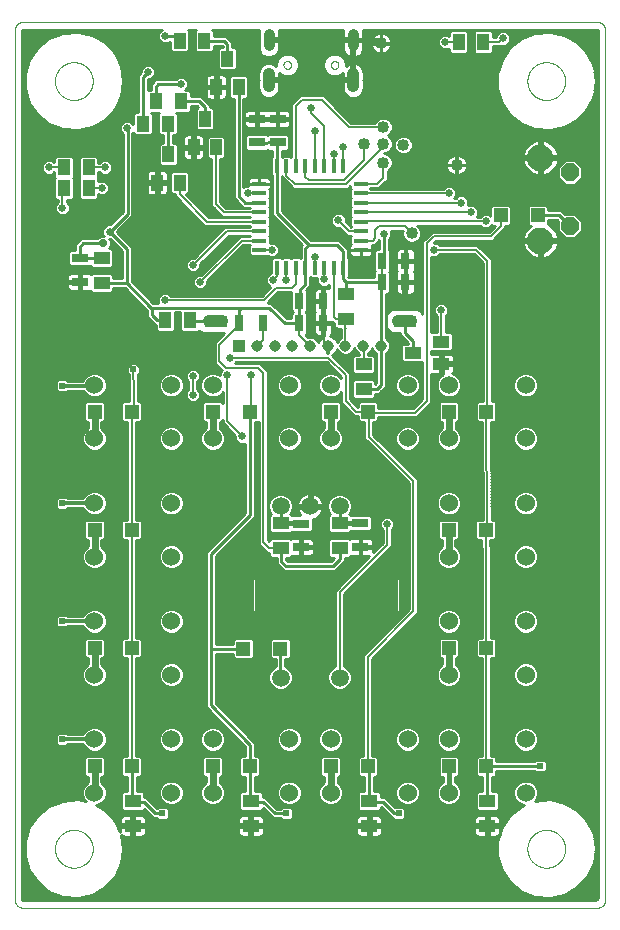
<source format=gbl>
G75*
%MOIN*%
%OFA0B0*%
%FSLAX25Y25*%
%IPPOS*%
%LPD*%
%AMOC8*
5,1,8,0,0,1.08239X$1,22.5*
%
%ADD10C,0.00000*%
%ADD11R,0.03150X0.05512*%
%ADD12R,0.05512X0.03150*%
%ADD13C,0.03800*%
%ADD14C,0.04000*%
%ADD15R,0.04724X0.04724*%
%ADD16R,0.05512X0.04331*%
%ADD17R,0.04331X0.05512*%
%ADD18C,0.06000*%
%ADD19R,0.02000X0.02000*%
%ADD20C,0.04000*%
%ADD21OC8,0.06000*%
%ADD22C,0.08850*%
%ADD23C,0.05906*%
%ADD24C,0.10630*%
%ADD25R,0.01575X0.04724*%
%ADD26R,0.04724X0.01575*%
%ADD27R,0.03839X0.03839*%
%ADD28C,0.03839*%
%ADD29C,0.04134*%
%ADD30R,0.03937X0.05512*%
%ADD31R,0.05512X0.03937*%
%ADD32C,0.01000*%
%ADD33C,0.02400*%
%ADD34C,0.01969*%
%ADD35C,0.01600*%
%ADD36C,0.00600*%
%ADD37C,0.00800*%
%ADD38C,0.02578*%
%ADD39C,0.01200*%
%ADD40C,0.02775*%
%ADD41C,0.00787*%
%ADD42C,0.02400*%
D10*
X0029445Y0012103D02*
X0029445Y0301811D01*
X0029447Y0301915D01*
X0029453Y0302019D01*
X0029463Y0302123D01*
X0029476Y0302226D01*
X0029494Y0302329D01*
X0029515Y0302430D01*
X0029540Y0302532D01*
X0029569Y0302632D01*
X0029601Y0302730D01*
X0029637Y0302828D01*
X0029677Y0302924D01*
X0029721Y0303019D01*
X0029768Y0303112D01*
X0029818Y0303203D01*
X0029872Y0303292D01*
X0029929Y0303379D01*
X0029989Y0303464D01*
X0030052Y0303547D01*
X0030119Y0303627D01*
X0030188Y0303705D01*
X0030260Y0303780D01*
X0030335Y0303852D01*
X0030413Y0303921D01*
X0030493Y0303988D01*
X0030576Y0304051D01*
X0030661Y0304111D01*
X0030748Y0304168D01*
X0030837Y0304222D01*
X0030928Y0304272D01*
X0031021Y0304319D01*
X0031116Y0304363D01*
X0031212Y0304403D01*
X0031310Y0304439D01*
X0031408Y0304471D01*
X0031508Y0304500D01*
X0031610Y0304525D01*
X0031711Y0304546D01*
X0031814Y0304564D01*
X0031917Y0304577D01*
X0032021Y0304587D01*
X0032125Y0304593D01*
X0032229Y0304595D01*
X0032229Y0304594D02*
X0223512Y0304594D01*
X0223512Y0304595D02*
X0223616Y0304593D01*
X0223720Y0304587D01*
X0223824Y0304577D01*
X0223927Y0304564D01*
X0224030Y0304546D01*
X0224131Y0304525D01*
X0224233Y0304500D01*
X0224333Y0304471D01*
X0224431Y0304439D01*
X0224529Y0304403D01*
X0224625Y0304363D01*
X0224720Y0304319D01*
X0224813Y0304272D01*
X0224904Y0304222D01*
X0224993Y0304168D01*
X0225080Y0304111D01*
X0225165Y0304051D01*
X0225248Y0303988D01*
X0225328Y0303921D01*
X0225406Y0303852D01*
X0225481Y0303780D01*
X0225553Y0303705D01*
X0225622Y0303627D01*
X0225689Y0303547D01*
X0225752Y0303464D01*
X0225812Y0303379D01*
X0225869Y0303292D01*
X0225923Y0303203D01*
X0225973Y0303112D01*
X0226020Y0303019D01*
X0226064Y0302924D01*
X0226104Y0302828D01*
X0226140Y0302730D01*
X0226172Y0302632D01*
X0226201Y0302532D01*
X0226226Y0302430D01*
X0226247Y0302329D01*
X0226265Y0302226D01*
X0226278Y0302123D01*
X0226288Y0302019D01*
X0226294Y0301915D01*
X0226296Y0301811D01*
X0226296Y0012103D01*
X0226294Y0011999D01*
X0226288Y0011895D01*
X0226278Y0011791D01*
X0226265Y0011688D01*
X0226247Y0011585D01*
X0226226Y0011484D01*
X0226201Y0011382D01*
X0226172Y0011282D01*
X0226140Y0011184D01*
X0226104Y0011086D01*
X0226064Y0010990D01*
X0226020Y0010895D01*
X0225973Y0010802D01*
X0225923Y0010711D01*
X0225869Y0010622D01*
X0225812Y0010535D01*
X0225752Y0010450D01*
X0225689Y0010367D01*
X0225622Y0010287D01*
X0225553Y0010209D01*
X0225481Y0010134D01*
X0225406Y0010062D01*
X0225328Y0009993D01*
X0225248Y0009926D01*
X0225165Y0009863D01*
X0225080Y0009803D01*
X0224993Y0009746D01*
X0224904Y0009692D01*
X0224813Y0009642D01*
X0224720Y0009595D01*
X0224625Y0009551D01*
X0224529Y0009511D01*
X0224431Y0009475D01*
X0224333Y0009443D01*
X0224233Y0009414D01*
X0224131Y0009389D01*
X0224030Y0009368D01*
X0223927Y0009350D01*
X0223824Y0009337D01*
X0223720Y0009327D01*
X0223616Y0009321D01*
X0223512Y0009319D01*
X0032229Y0009319D01*
X0032125Y0009321D01*
X0032021Y0009327D01*
X0031917Y0009337D01*
X0031814Y0009350D01*
X0031711Y0009368D01*
X0031610Y0009389D01*
X0031508Y0009414D01*
X0031408Y0009443D01*
X0031310Y0009475D01*
X0031212Y0009511D01*
X0031116Y0009551D01*
X0031021Y0009595D01*
X0030928Y0009642D01*
X0030837Y0009692D01*
X0030748Y0009746D01*
X0030661Y0009803D01*
X0030576Y0009863D01*
X0030493Y0009926D01*
X0030413Y0009993D01*
X0030335Y0010062D01*
X0030260Y0010134D01*
X0030188Y0010209D01*
X0030119Y0010287D01*
X0030052Y0010367D01*
X0029989Y0010450D01*
X0029929Y0010535D01*
X0029872Y0010622D01*
X0029818Y0010711D01*
X0029768Y0010802D01*
X0029721Y0010895D01*
X0029677Y0010990D01*
X0029637Y0011086D01*
X0029601Y0011184D01*
X0029569Y0011282D01*
X0029540Y0011382D01*
X0029515Y0011484D01*
X0029494Y0011585D01*
X0029476Y0011688D01*
X0029463Y0011791D01*
X0029453Y0011895D01*
X0029447Y0011999D01*
X0029445Y0012103D01*
X0042831Y0029004D02*
X0042833Y0029162D01*
X0042839Y0029320D01*
X0042849Y0029478D01*
X0042863Y0029636D01*
X0042881Y0029793D01*
X0042902Y0029950D01*
X0042928Y0030106D01*
X0042958Y0030262D01*
X0042991Y0030417D01*
X0043029Y0030570D01*
X0043070Y0030723D01*
X0043115Y0030875D01*
X0043164Y0031026D01*
X0043217Y0031175D01*
X0043273Y0031323D01*
X0043333Y0031469D01*
X0043397Y0031614D01*
X0043465Y0031757D01*
X0043536Y0031899D01*
X0043610Y0032039D01*
X0043688Y0032176D01*
X0043770Y0032312D01*
X0043854Y0032446D01*
X0043943Y0032577D01*
X0044034Y0032706D01*
X0044129Y0032833D01*
X0044226Y0032958D01*
X0044327Y0033080D01*
X0044431Y0033199D01*
X0044538Y0033316D01*
X0044648Y0033430D01*
X0044761Y0033541D01*
X0044876Y0033650D01*
X0044994Y0033755D01*
X0045115Y0033857D01*
X0045238Y0033957D01*
X0045364Y0034053D01*
X0045492Y0034146D01*
X0045622Y0034236D01*
X0045755Y0034322D01*
X0045890Y0034406D01*
X0046026Y0034485D01*
X0046165Y0034562D01*
X0046306Y0034634D01*
X0046448Y0034704D01*
X0046592Y0034769D01*
X0046738Y0034831D01*
X0046885Y0034889D01*
X0047034Y0034944D01*
X0047184Y0034995D01*
X0047335Y0035042D01*
X0047487Y0035085D01*
X0047640Y0035124D01*
X0047795Y0035160D01*
X0047950Y0035191D01*
X0048106Y0035219D01*
X0048262Y0035243D01*
X0048419Y0035263D01*
X0048577Y0035279D01*
X0048734Y0035291D01*
X0048893Y0035299D01*
X0049051Y0035303D01*
X0049209Y0035303D01*
X0049367Y0035299D01*
X0049526Y0035291D01*
X0049683Y0035279D01*
X0049841Y0035263D01*
X0049998Y0035243D01*
X0050154Y0035219D01*
X0050310Y0035191D01*
X0050465Y0035160D01*
X0050620Y0035124D01*
X0050773Y0035085D01*
X0050925Y0035042D01*
X0051076Y0034995D01*
X0051226Y0034944D01*
X0051375Y0034889D01*
X0051522Y0034831D01*
X0051668Y0034769D01*
X0051812Y0034704D01*
X0051954Y0034634D01*
X0052095Y0034562D01*
X0052234Y0034485D01*
X0052370Y0034406D01*
X0052505Y0034322D01*
X0052638Y0034236D01*
X0052768Y0034146D01*
X0052896Y0034053D01*
X0053022Y0033957D01*
X0053145Y0033857D01*
X0053266Y0033755D01*
X0053384Y0033650D01*
X0053499Y0033541D01*
X0053612Y0033430D01*
X0053722Y0033316D01*
X0053829Y0033199D01*
X0053933Y0033080D01*
X0054034Y0032958D01*
X0054131Y0032833D01*
X0054226Y0032706D01*
X0054317Y0032577D01*
X0054406Y0032446D01*
X0054490Y0032312D01*
X0054572Y0032176D01*
X0054650Y0032039D01*
X0054724Y0031899D01*
X0054795Y0031757D01*
X0054863Y0031614D01*
X0054927Y0031469D01*
X0054987Y0031323D01*
X0055043Y0031175D01*
X0055096Y0031026D01*
X0055145Y0030875D01*
X0055190Y0030723D01*
X0055231Y0030570D01*
X0055269Y0030417D01*
X0055302Y0030262D01*
X0055332Y0030106D01*
X0055358Y0029950D01*
X0055379Y0029793D01*
X0055397Y0029636D01*
X0055411Y0029478D01*
X0055421Y0029320D01*
X0055427Y0029162D01*
X0055429Y0029004D01*
X0055427Y0028846D01*
X0055421Y0028688D01*
X0055411Y0028530D01*
X0055397Y0028372D01*
X0055379Y0028215D01*
X0055358Y0028058D01*
X0055332Y0027902D01*
X0055302Y0027746D01*
X0055269Y0027591D01*
X0055231Y0027438D01*
X0055190Y0027285D01*
X0055145Y0027133D01*
X0055096Y0026982D01*
X0055043Y0026833D01*
X0054987Y0026685D01*
X0054927Y0026539D01*
X0054863Y0026394D01*
X0054795Y0026251D01*
X0054724Y0026109D01*
X0054650Y0025969D01*
X0054572Y0025832D01*
X0054490Y0025696D01*
X0054406Y0025562D01*
X0054317Y0025431D01*
X0054226Y0025302D01*
X0054131Y0025175D01*
X0054034Y0025050D01*
X0053933Y0024928D01*
X0053829Y0024809D01*
X0053722Y0024692D01*
X0053612Y0024578D01*
X0053499Y0024467D01*
X0053384Y0024358D01*
X0053266Y0024253D01*
X0053145Y0024151D01*
X0053022Y0024051D01*
X0052896Y0023955D01*
X0052768Y0023862D01*
X0052638Y0023772D01*
X0052505Y0023686D01*
X0052370Y0023602D01*
X0052234Y0023523D01*
X0052095Y0023446D01*
X0051954Y0023374D01*
X0051812Y0023304D01*
X0051668Y0023239D01*
X0051522Y0023177D01*
X0051375Y0023119D01*
X0051226Y0023064D01*
X0051076Y0023013D01*
X0050925Y0022966D01*
X0050773Y0022923D01*
X0050620Y0022884D01*
X0050465Y0022848D01*
X0050310Y0022817D01*
X0050154Y0022789D01*
X0049998Y0022765D01*
X0049841Y0022745D01*
X0049683Y0022729D01*
X0049526Y0022717D01*
X0049367Y0022709D01*
X0049209Y0022705D01*
X0049051Y0022705D01*
X0048893Y0022709D01*
X0048734Y0022717D01*
X0048577Y0022729D01*
X0048419Y0022745D01*
X0048262Y0022765D01*
X0048106Y0022789D01*
X0047950Y0022817D01*
X0047795Y0022848D01*
X0047640Y0022884D01*
X0047487Y0022923D01*
X0047335Y0022966D01*
X0047184Y0023013D01*
X0047034Y0023064D01*
X0046885Y0023119D01*
X0046738Y0023177D01*
X0046592Y0023239D01*
X0046448Y0023304D01*
X0046306Y0023374D01*
X0046165Y0023446D01*
X0046026Y0023523D01*
X0045890Y0023602D01*
X0045755Y0023686D01*
X0045622Y0023772D01*
X0045492Y0023862D01*
X0045364Y0023955D01*
X0045238Y0024051D01*
X0045115Y0024151D01*
X0044994Y0024253D01*
X0044876Y0024358D01*
X0044761Y0024467D01*
X0044648Y0024578D01*
X0044538Y0024692D01*
X0044431Y0024809D01*
X0044327Y0024928D01*
X0044226Y0025050D01*
X0044129Y0025175D01*
X0044034Y0025302D01*
X0043943Y0025431D01*
X0043854Y0025562D01*
X0043770Y0025696D01*
X0043688Y0025832D01*
X0043610Y0025969D01*
X0043536Y0026109D01*
X0043465Y0026251D01*
X0043397Y0026394D01*
X0043333Y0026539D01*
X0043273Y0026685D01*
X0043217Y0026833D01*
X0043164Y0026982D01*
X0043115Y0027133D01*
X0043070Y0027285D01*
X0043029Y0027438D01*
X0042991Y0027591D01*
X0042958Y0027746D01*
X0042928Y0027902D01*
X0042902Y0028058D01*
X0042881Y0028215D01*
X0042863Y0028372D01*
X0042849Y0028530D01*
X0042839Y0028688D01*
X0042833Y0028846D01*
X0042831Y0029004D01*
X0100311Y0109319D02*
X0107398Y0109319D01*
X0107398Y0117980D01*
X0100311Y0117980D01*
X0100311Y0109319D01*
X0148343Y0109319D02*
X0155429Y0109319D01*
X0155429Y0117980D01*
X0148343Y0117980D01*
X0148343Y0109319D01*
X0200311Y0029004D02*
X0200313Y0029162D01*
X0200319Y0029320D01*
X0200329Y0029478D01*
X0200343Y0029636D01*
X0200361Y0029793D01*
X0200382Y0029950D01*
X0200408Y0030106D01*
X0200438Y0030262D01*
X0200471Y0030417D01*
X0200509Y0030570D01*
X0200550Y0030723D01*
X0200595Y0030875D01*
X0200644Y0031026D01*
X0200697Y0031175D01*
X0200753Y0031323D01*
X0200813Y0031469D01*
X0200877Y0031614D01*
X0200945Y0031757D01*
X0201016Y0031899D01*
X0201090Y0032039D01*
X0201168Y0032176D01*
X0201250Y0032312D01*
X0201334Y0032446D01*
X0201423Y0032577D01*
X0201514Y0032706D01*
X0201609Y0032833D01*
X0201706Y0032958D01*
X0201807Y0033080D01*
X0201911Y0033199D01*
X0202018Y0033316D01*
X0202128Y0033430D01*
X0202241Y0033541D01*
X0202356Y0033650D01*
X0202474Y0033755D01*
X0202595Y0033857D01*
X0202718Y0033957D01*
X0202844Y0034053D01*
X0202972Y0034146D01*
X0203102Y0034236D01*
X0203235Y0034322D01*
X0203370Y0034406D01*
X0203506Y0034485D01*
X0203645Y0034562D01*
X0203786Y0034634D01*
X0203928Y0034704D01*
X0204072Y0034769D01*
X0204218Y0034831D01*
X0204365Y0034889D01*
X0204514Y0034944D01*
X0204664Y0034995D01*
X0204815Y0035042D01*
X0204967Y0035085D01*
X0205120Y0035124D01*
X0205275Y0035160D01*
X0205430Y0035191D01*
X0205586Y0035219D01*
X0205742Y0035243D01*
X0205899Y0035263D01*
X0206057Y0035279D01*
X0206214Y0035291D01*
X0206373Y0035299D01*
X0206531Y0035303D01*
X0206689Y0035303D01*
X0206847Y0035299D01*
X0207006Y0035291D01*
X0207163Y0035279D01*
X0207321Y0035263D01*
X0207478Y0035243D01*
X0207634Y0035219D01*
X0207790Y0035191D01*
X0207945Y0035160D01*
X0208100Y0035124D01*
X0208253Y0035085D01*
X0208405Y0035042D01*
X0208556Y0034995D01*
X0208706Y0034944D01*
X0208855Y0034889D01*
X0209002Y0034831D01*
X0209148Y0034769D01*
X0209292Y0034704D01*
X0209434Y0034634D01*
X0209575Y0034562D01*
X0209714Y0034485D01*
X0209850Y0034406D01*
X0209985Y0034322D01*
X0210118Y0034236D01*
X0210248Y0034146D01*
X0210376Y0034053D01*
X0210502Y0033957D01*
X0210625Y0033857D01*
X0210746Y0033755D01*
X0210864Y0033650D01*
X0210979Y0033541D01*
X0211092Y0033430D01*
X0211202Y0033316D01*
X0211309Y0033199D01*
X0211413Y0033080D01*
X0211514Y0032958D01*
X0211611Y0032833D01*
X0211706Y0032706D01*
X0211797Y0032577D01*
X0211886Y0032446D01*
X0211970Y0032312D01*
X0212052Y0032176D01*
X0212130Y0032039D01*
X0212204Y0031899D01*
X0212275Y0031757D01*
X0212343Y0031614D01*
X0212407Y0031469D01*
X0212467Y0031323D01*
X0212523Y0031175D01*
X0212576Y0031026D01*
X0212625Y0030875D01*
X0212670Y0030723D01*
X0212711Y0030570D01*
X0212749Y0030417D01*
X0212782Y0030262D01*
X0212812Y0030106D01*
X0212838Y0029950D01*
X0212859Y0029793D01*
X0212877Y0029636D01*
X0212891Y0029478D01*
X0212901Y0029320D01*
X0212907Y0029162D01*
X0212909Y0029004D01*
X0212907Y0028846D01*
X0212901Y0028688D01*
X0212891Y0028530D01*
X0212877Y0028372D01*
X0212859Y0028215D01*
X0212838Y0028058D01*
X0212812Y0027902D01*
X0212782Y0027746D01*
X0212749Y0027591D01*
X0212711Y0027438D01*
X0212670Y0027285D01*
X0212625Y0027133D01*
X0212576Y0026982D01*
X0212523Y0026833D01*
X0212467Y0026685D01*
X0212407Y0026539D01*
X0212343Y0026394D01*
X0212275Y0026251D01*
X0212204Y0026109D01*
X0212130Y0025969D01*
X0212052Y0025832D01*
X0211970Y0025696D01*
X0211886Y0025562D01*
X0211797Y0025431D01*
X0211706Y0025302D01*
X0211611Y0025175D01*
X0211514Y0025050D01*
X0211413Y0024928D01*
X0211309Y0024809D01*
X0211202Y0024692D01*
X0211092Y0024578D01*
X0210979Y0024467D01*
X0210864Y0024358D01*
X0210746Y0024253D01*
X0210625Y0024151D01*
X0210502Y0024051D01*
X0210376Y0023955D01*
X0210248Y0023862D01*
X0210118Y0023772D01*
X0209985Y0023686D01*
X0209850Y0023602D01*
X0209714Y0023523D01*
X0209575Y0023446D01*
X0209434Y0023374D01*
X0209292Y0023304D01*
X0209148Y0023239D01*
X0209002Y0023177D01*
X0208855Y0023119D01*
X0208706Y0023064D01*
X0208556Y0023013D01*
X0208405Y0022966D01*
X0208253Y0022923D01*
X0208100Y0022884D01*
X0207945Y0022848D01*
X0207790Y0022817D01*
X0207634Y0022789D01*
X0207478Y0022765D01*
X0207321Y0022745D01*
X0207163Y0022729D01*
X0207006Y0022717D01*
X0206847Y0022709D01*
X0206689Y0022705D01*
X0206531Y0022705D01*
X0206373Y0022709D01*
X0206214Y0022717D01*
X0206057Y0022729D01*
X0205899Y0022745D01*
X0205742Y0022765D01*
X0205586Y0022789D01*
X0205430Y0022817D01*
X0205275Y0022848D01*
X0205120Y0022884D01*
X0204967Y0022923D01*
X0204815Y0022966D01*
X0204664Y0023013D01*
X0204514Y0023064D01*
X0204365Y0023119D01*
X0204218Y0023177D01*
X0204072Y0023239D01*
X0203928Y0023304D01*
X0203786Y0023374D01*
X0203645Y0023446D01*
X0203506Y0023523D01*
X0203370Y0023602D01*
X0203235Y0023686D01*
X0203102Y0023772D01*
X0202972Y0023862D01*
X0202844Y0023955D01*
X0202718Y0024051D01*
X0202595Y0024151D01*
X0202474Y0024253D01*
X0202356Y0024358D01*
X0202241Y0024467D01*
X0202128Y0024578D01*
X0202018Y0024692D01*
X0201911Y0024809D01*
X0201807Y0024928D01*
X0201706Y0025050D01*
X0201609Y0025175D01*
X0201514Y0025302D01*
X0201423Y0025431D01*
X0201334Y0025562D01*
X0201250Y0025696D01*
X0201168Y0025832D01*
X0201090Y0025969D01*
X0201016Y0026109D01*
X0200945Y0026251D01*
X0200877Y0026394D01*
X0200813Y0026539D01*
X0200753Y0026685D01*
X0200697Y0026833D01*
X0200644Y0026982D01*
X0200595Y0027133D01*
X0200550Y0027285D01*
X0200509Y0027438D01*
X0200471Y0027591D01*
X0200438Y0027746D01*
X0200408Y0027902D01*
X0200382Y0028058D01*
X0200361Y0028215D01*
X0200343Y0028372D01*
X0200329Y0028530D01*
X0200319Y0028688D01*
X0200313Y0028846D01*
X0200311Y0029004D01*
X0162910Y0203413D02*
X0155823Y0203413D01*
X0155823Y0206563D01*
X0162910Y0206563D01*
X0162910Y0203413D01*
X0143126Y0282646D02*
X0143126Y0287567D01*
X0143124Y0287625D01*
X0143118Y0287683D01*
X0143109Y0287740D01*
X0143096Y0287796D01*
X0143079Y0287852D01*
X0143059Y0287906D01*
X0143035Y0287959D01*
X0143007Y0288010D01*
X0142977Y0288059D01*
X0142943Y0288106D01*
X0142906Y0288151D01*
X0142866Y0288193D01*
X0142824Y0288233D01*
X0142779Y0288270D01*
X0142732Y0288304D01*
X0142683Y0288334D01*
X0142632Y0288362D01*
X0142579Y0288386D01*
X0142525Y0288406D01*
X0142469Y0288423D01*
X0142413Y0288436D01*
X0142356Y0288445D01*
X0142298Y0288451D01*
X0142240Y0288453D01*
X0142182Y0288451D01*
X0142124Y0288445D01*
X0142067Y0288436D01*
X0142011Y0288423D01*
X0141955Y0288406D01*
X0141901Y0288386D01*
X0141848Y0288362D01*
X0141797Y0288334D01*
X0141748Y0288304D01*
X0141701Y0288270D01*
X0141656Y0288233D01*
X0141614Y0288193D01*
X0141574Y0288151D01*
X0141537Y0288106D01*
X0141503Y0288059D01*
X0141473Y0288010D01*
X0141445Y0287959D01*
X0141421Y0287906D01*
X0141401Y0287852D01*
X0141384Y0287796D01*
X0141371Y0287740D01*
X0141362Y0287683D01*
X0141356Y0287625D01*
X0141354Y0287567D01*
X0141355Y0287567D02*
X0141355Y0282646D01*
X0141354Y0282646D02*
X0141356Y0282588D01*
X0141362Y0282530D01*
X0141371Y0282473D01*
X0141384Y0282417D01*
X0141401Y0282361D01*
X0141421Y0282307D01*
X0141445Y0282254D01*
X0141473Y0282203D01*
X0141503Y0282154D01*
X0141537Y0282107D01*
X0141574Y0282062D01*
X0141614Y0282020D01*
X0141656Y0281980D01*
X0141701Y0281943D01*
X0141748Y0281909D01*
X0141797Y0281879D01*
X0141848Y0281851D01*
X0141901Y0281827D01*
X0141955Y0281807D01*
X0142011Y0281790D01*
X0142067Y0281777D01*
X0142124Y0281768D01*
X0142182Y0281762D01*
X0142240Y0281760D01*
X0142298Y0281762D01*
X0142356Y0281768D01*
X0142413Y0281777D01*
X0142469Y0281790D01*
X0142525Y0281807D01*
X0142579Y0281827D01*
X0142632Y0281851D01*
X0142683Y0281879D01*
X0142732Y0281909D01*
X0142779Y0281943D01*
X0142824Y0281980D01*
X0142866Y0282020D01*
X0142906Y0282062D01*
X0142943Y0282107D01*
X0142977Y0282154D01*
X0143007Y0282203D01*
X0143035Y0282254D01*
X0143059Y0282307D01*
X0143079Y0282361D01*
X0143096Y0282417D01*
X0143109Y0282473D01*
X0143118Y0282530D01*
X0143124Y0282588D01*
X0143126Y0282646D01*
X0134760Y0290303D02*
X0134762Y0290374D01*
X0134768Y0290445D01*
X0134778Y0290516D01*
X0134792Y0290585D01*
X0134809Y0290654D01*
X0134831Y0290722D01*
X0134856Y0290789D01*
X0134885Y0290854D01*
X0134917Y0290917D01*
X0134953Y0290979D01*
X0134992Y0291038D01*
X0135035Y0291095D01*
X0135080Y0291150D01*
X0135129Y0291202D01*
X0135180Y0291251D01*
X0135234Y0291297D01*
X0135291Y0291341D01*
X0135349Y0291381D01*
X0135410Y0291417D01*
X0135473Y0291451D01*
X0135538Y0291480D01*
X0135604Y0291506D01*
X0135672Y0291529D01*
X0135740Y0291547D01*
X0135810Y0291562D01*
X0135880Y0291573D01*
X0135951Y0291580D01*
X0136022Y0291583D01*
X0136093Y0291582D01*
X0136164Y0291577D01*
X0136235Y0291568D01*
X0136305Y0291555D01*
X0136374Y0291539D01*
X0136442Y0291518D01*
X0136509Y0291494D01*
X0136575Y0291466D01*
X0136638Y0291434D01*
X0136700Y0291399D01*
X0136760Y0291361D01*
X0136818Y0291319D01*
X0136873Y0291275D01*
X0136926Y0291227D01*
X0136976Y0291176D01*
X0137023Y0291123D01*
X0137067Y0291067D01*
X0137108Y0291009D01*
X0137146Y0290948D01*
X0137180Y0290886D01*
X0137210Y0290821D01*
X0137237Y0290756D01*
X0137261Y0290688D01*
X0137280Y0290620D01*
X0137296Y0290551D01*
X0137308Y0290480D01*
X0137316Y0290410D01*
X0137320Y0290339D01*
X0137320Y0290267D01*
X0137316Y0290196D01*
X0137308Y0290126D01*
X0137296Y0290055D01*
X0137280Y0289986D01*
X0137261Y0289918D01*
X0137237Y0289850D01*
X0137210Y0289785D01*
X0137180Y0289720D01*
X0137146Y0289658D01*
X0137108Y0289597D01*
X0137067Y0289539D01*
X0137023Y0289483D01*
X0136976Y0289430D01*
X0136926Y0289379D01*
X0136873Y0289331D01*
X0136818Y0289287D01*
X0136760Y0289245D01*
X0136700Y0289207D01*
X0136638Y0289172D01*
X0136575Y0289140D01*
X0136509Y0289112D01*
X0136442Y0289088D01*
X0136374Y0289067D01*
X0136305Y0289051D01*
X0136235Y0289038D01*
X0136164Y0289029D01*
X0136093Y0289024D01*
X0136022Y0289023D01*
X0135951Y0289026D01*
X0135880Y0289033D01*
X0135810Y0289044D01*
X0135740Y0289059D01*
X0135672Y0289077D01*
X0135604Y0289100D01*
X0135538Y0289126D01*
X0135473Y0289155D01*
X0135410Y0289189D01*
X0135349Y0289225D01*
X0135291Y0289265D01*
X0135234Y0289309D01*
X0135180Y0289355D01*
X0135129Y0289404D01*
X0135080Y0289456D01*
X0135035Y0289511D01*
X0134992Y0289568D01*
X0134953Y0289627D01*
X0134917Y0289689D01*
X0134885Y0289752D01*
X0134856Y0289817D01*
X0134831Y0289884D01*
X0134809Y0289952D01*
X0134792Y0290021D01*
X0134778Y0290090D01*
X0134768Y0290161D01*
X0134762Y0290232D01*
X0134760Y0290303D01*
X0141355Y0296228D02*
X0141355Y0301150D01*
X0141354Y0301150D02*
X0141356Y0301208D01*
X0141362Y0301266D01*
X0141371Y0301323D01*
X0141384Y0301379D01*
X0141401Y0301435D01*
X0141421Y0301489D01*
X0141445Y0301542D01*
X0141473Y0301593D01*
X0141503Y0301642D01*
X0141537Y0301689D01*
X0141574Y0301734D01*
X0141614Y0301776D01*
X0141656Y0301816D01*
X0141701Y0301853D01*
X0141748Y0301887D01*
X0141797Y0301917D01*
X0141848Y0301945D01*
X0141901Y0301969D01*
X0141955Y0301989D01*
X0142011Y0302006D01*
X0142067Y0302019D01*
X0142124Y0302028D01*
X0142182Y0302034D01*
X0142240Y0302036D01*
X0142298Y0302034D01*
X0142356Y0302028D01*
X0142413Y0302019D01*
X0142469Y0302006D01*
X0142525Y0301989D01*
X0142579Y0301969D01*
X0142632Y0301945D01*
X0142683Y0301917D01*
X0142732Y0301887D01*
X0142779Y0301853D01*
X0142824Y0301816D01*
X0142866Y0301776D01*
X0142906Y0301734D01*
X0142943Y0301689D01*
X0142977Y0301642D01*
X0143007Y0301593D01*
X0143035Y0301542D01*
X0143059Y0301489D01*
X0143079Y0301435D01*
X0143096Y0301379D01*
X0143109Y0301323D01*
X0143118Y0301266D01*
X0143124Y0301208D01*
X0143126Y0301150D01*
X0143126Y0296228D01*
X0143124Y0296170D01*
X0143118Y0296112D01*
X0143109Y0296055D01*
X0143096Y0295999D01*
X0143079Y0295943D01*
X0143059Y0295889D01*
X0143035Y0295836D01*
X0143007Y0295785D01*
X0142977Y0295736D01*
X0142943Y0295689D01*
X0142906Y0295644D01*
X0142866Y0295602D01*
X0142824Y0295562D01*
X0142779Y0295525D01*
X0142732Y0295491D01*
X0142683Y0295461D01*
X0142632Y0295433D01*
X0142579Y0295409D01*
X0142525Y0295389D01*
X0142469Y0295372D01*
X0142413Y0295359D01*
X0142356Y0295350D01*
X0142298Y0295344D01*
X0142240Y0295342D01*
X0142182Y0295344D01*
X0142124Y0295350D01*
X0142067Y0295359D01*
X0142011Y0295372D01*
X0141955Y0295389D01*
X0141901Y0295409D01*
X0141848Y0295433D01*
X0141797Y0295461D01*
X0141748Y0295491D01*
X0141701Y0295525D01*
X0141656Y0295562D01*
X0141614Y0295602D01*
X0141574Y0295644D01*
X0141537Y0295689D01*
X0141503Y0295736D01*
X0141473Y0295785D01*
X0141445Y0295836D01*
X0141421Y0295889D01*
X0141401Y0295943D01*
X0141384Y0295999D01*
X0141371Y0296055D01*
X0141362Y0296112D01*
X0141356Y0296170D01*
X0141354Y0296228D01*
X0119012Y0290303D02*
X0119014Y0290374D01*
X0119020Y0290445D01*
X0119030Y0290516D01*
X0119044Y0290585D01*
X0119061Y0290654D01*
X0119083Y0290722D01*
X0119108Y0290789D01*
X0119137Y0290854D01*
X0119169Y0290917D01*
X0119205Y0290979D01*
X0119244Y0291038D01*
X0119287Y0291095D01*
X0119332Y0291150D01*
X0119381Y0291202D01*
X0119432Y0291251D01*
X0119486Y0291297D01*
X0119543Y0291341D01*
X0119601Y0291381D01*
X0119662Y0291417D01*
X0119725Y0291451D01*
X0119790Y0291480D01*
X0119856Y0291506D01*
X0119924Y0291529D01*
X0119992Y0291547D01*
X0120062Y0291562D01*
X0120132Y0291573D01*
X0120203Y0291580D01*
X0120274Y0291583D01*
X0120345Y0291582D01*
X0120416Y0291577D01*
X0120487Y0291568D01*
X0120557Y0291555D01*
X0120626Y0291539D01*
X0120694Y0291518D01*
X0120761Y0291494D01*
X0120827Y0291466D01*
X0120890Y0291434D01*
X0120952Y0291399D01*
X0121012Y0291361D01*
X0121070Y0291319D01*
X0121125Y0291275D01*
X0121178Y0291227D01*
X0121228Y0291176D01*
X0121275Y0291123D01*
X0121319Y0291067D01*
X0121360Y0291009D01*
X0121398Y0290948D01*
X0121432Y0290886D01*
X0121462Y0290821D01*
X0121489Y0290756D01*
X0121513Y0290688D01*
X0121532Y0290620D01*
X0121548Y0290551D01*
X0121560Y0290480D01*
X0121568Y0290410D01*
X0121572Y0290339D01*
X0121572Y0290267D01*
X0121568Y0290196D01*
X0121560Y0290126D01*
X0121548Y0290055D01*
X0121532Y0289986D01*
X0121513Y0289918D01*
X0121489Y0289850D01*
X0121462Y0289785D01*
X0121432Y0289720D01*
X0121398Y0289658D01*
X0121360Y0289597D01*
X0121319Y0289539D01*
X0121275Y0289483D01*
X0121228Y0289430D01*
X0121178Y0289379D01*
X0121125Y0289331D01*
X0121070Y0289287D01*
X0121012Y0289245D01*
X0120952Y0289207D01*
X0120890Y0289172D01*
X0120827Y0289140D01*
X0120761Y0289112D01*
X0120694Y0289088D01*
X0120626Y0289067D01*
X0120557Y0289051D01*
X0120487Y0289038D01*
X0120416Y0289029D01*
X0120345Y0289024D01*
X0120274Y0289023D01*
X0120203Y0289026D01*
X0120132Y0289033D01*
X0120062Y0289044D01*
X0119992Y0289059D01*
X0119924Y0289077D01*
X0119856Y0289100D01*
X0119790Y0289126D01*
X0119725Y0289155D01*
X0119662Y0289189D01*
X0119601Y0289225D01*
X0119543Y0289265D01*
X0119486Y0289309D01*
X0119432Y0289355D01*
X0119381Y0289404D01*
X0119332Y0289456D01*
X0119287Y0289511D01*
X0119244Y0289568D01*
X0119205Y0289627D01*
X0119169Y0289689D01*
X0119137Y0289752D01*
X0119108Y0289817D01*
X0119083Y0289884D01*
X0119061Y0289952D01*
X0119044Y0290021D01*
X0119030Y0290090D01*
X0119020Y0290161D01*
X0119014Y0290232D01*
X0119012Y0290303D01*
X0114977Y0287567D02*
X0114977Y0282646D01*
X0114975Y0282588D01*
X0114969Y0282530D01*
X0114960Y0282473D01*
X0114947Y0282417D01*
X0114930Y0282361D01*
X0114910Y0282307D01*
X0114886Y0282254D01*
X0114858Y0282203D01*
X0114828Y0282154D01*
X0114794Y0282107D01*
X0114757Y0282062D01*
X0114717Y0282020D01*
X0114675Y0281980D01*
X0114630Y0281943D01*
X0114583Y0281909D01*
X0114534Y0281879D01*
X0114483Y0281851D01*
X0114430Y0281827D01*
X0114376Y0281807D01*
X0114320Y0281790D01*
X0114264Y0281777D01*
X0114207Y0281768D01*
X0114149Y0281762D01*
X0114091Y0281760D01*
X0114033Y0281762D01*
X0113975Y0281768D01*
X0113918Y0281777D01*
X0113862Y0281790D01*
X0113806Y0281807D01*
X0113752Y0281827D01*
X0113699Y0281851D01*
X0113648Y0281879D01*
X0113599Y0281909D01*
X0113552Y0281943D01*
X0113507Y0281980D01*
X0113465Y0282020D01*
X0113425Y0282062D01*
X0113388Y0282107D01*
X0113354Y0282154D01*
X0113324Y0282203D01*
X0113296Y0282254D01*
X0113272Y0282307D01*
X0113252Y0282361D01*
X0113235Y0282417D01*
X0113222Y0282473D01*
X0113213Y0282530D01*
X0113207Y0282588D01*
X0113205Y0282646D01*
X0113205Y0287567D01*
X0113207Y0287625D01*
X0113213Y0287683D01*
X0113222Y0287740D01*
X0113235Y0287796D01*
X0113252Y0287852D01*
X0113272Y0287906D01*
X0113296Y0287959D01*
X0113324Y0288010D01*
X0113354Y0288059D01*
X0113388Y0288106D01*
X0113425Y0288151D01*
X0113465Y0288193D01*
X0113507Y0288233D01*
X0113552Y0288270D01*
X0113599Y0288304D01*
X0113648Y0288334D01*
X0113699Y0288362D01*
X0113752Y0288386D01*
X0113806Y0288406D01*
X0113862Y0288423D01*
X0113918Y0288436D01*
X0113975Y0288445D01*
X0114033Y0288451D01*
X0114091Y0288453D01*
X0114149Y0288451D01*
X0114207Y0288445D01*
X0114264Y0288436D01*
X0114320Y0288423D01*
X0114376Y0288406D01*
X0114430Y0288386D01*
X0114483Y0288362D01*
X0114534Y0288334D01*
X0114583Y0288304D01*
X0114630Y0288270D01*
X0114675Y0288233D01*
X0114717Y0288193D01*
X0114757Y0288151D01*
X0114794Y0288106D01*
X0114828Y0288059D01*
X0114858Y0288010D01*
X0114886Y0287959D01*
X0114910Y0287906D01*
X0114930Y0287852D01*
X0114947Y0287796D01*
X0114960Y0287740D01*
X0114969Y0287683D01*
X0114975Y0287625D01*
X0114977Y0287567D01*
X0114977Y0296228D02*
X0114977Y0301150D01*
X0114975Y0301208D01*
X0114969Y0301266D01*
X0114960Y0301323D01*
X0114947Y0301379D01*
X0114930Y0301435D01*
X0114910Y0301489D01*
X0114886Y0301542D01*
X0114858Y0301593D01*
X0114828Y0301642D01*
X0114794Y0301689D01*
X0114757Y0301734D01*
X0114717Y0301776D01*
X0114675Y0301816D01*
X0114630Y0301853D01*
X0114583Y0301887D01*
X0114534Y0301917D01*
X0114483Y0301945D01*
X0114430Y0301969D01*
X0114376Y0301989D01*
X0114320Y0302006D01*
X0114264Y0302019D01*
X0114207Y0302028D01*
X0114149Y0302034D01*
X0114091Y0302036D01*
X0114033Y0302034D01*
X0113975Y0302028D01*
X0113918Y0302019D01*
X0113862Y0302006D01*
X0113806Y0301989D01*
X0113752Y0301969D01*
X0113699Y0301945D01*
X0113648Y0301917D01*
X0113599Y0301887D01*
X0113552Y0301853D01*
X0113507Y0301816D01*
X0113465Y0301776D01*
X0113425Y0301734D01*
X0113388Y0301689D01*
X0113354Y0301642D01*
X0113324Y0301593D01*
X0113296Y0301542D01*
X0113272Y0301489D01*
X0113252Y0301435D01*
X0113235Y0301379D01*
X0113222Y0301323D01*
X0113213Y0301266D01*
X0113207Y0301208D01*
X0113205Y0301150D01*
X0113205Y0296228D01*
X0113207Y0296170D01*
X0113213Y0296112D01*
X0113222Y0296055D01*
X0113235Y0295999D01*
X0113252Y0295943D01*
X0113272Y0295889D01*
X0113296Y0295836D01*
X0113324Y0295785D01*
X0113354Y0295736D01*
X0113388Y0295689D01*
X0113425Y0295644D01*
X0113465Y0295602D01*
X0113507Y0295562D01*
X0113552Y0295525D01*
X0113599Y0295491D01*
X0113648Y0295461D01*
X0113699Y0295433D01*
X0113752Y0295409D01*
X0113806Y0295389D01*
X0113862Y0295372D01*
X0113918Y0295359D01*
X0113975Y0295350D01*
X0114033Y0295344D01*
X0114091Y0295342D01*
X0114149Y0295344D01*
X0114207Y0295350D01*
X0114264Y0295359D01*
X0114320Y0295372D01*
X0114376Y0295389D01*
X0114430Y0295409D01*
X0114483Y0295433D01*
X0114534Y0295461D01*
X0114583Y0295491D01*
X0114630Y0295525D01*
X0114675Y0295562D01*
X0114717Y0295602D01*
X0114757Y0295644D01*
X0114794Y0295689D01*
X0114828Y0295736D01*
X0114858Y0295785D01*
X0114886Y0295836D01*
X0114910Y0295889D01*
X0114930Y0295943D01*
X0114947Y0295999D01*
X0114960Y0296055D01*
X0114969Y0296112D01*
X0114975Y0296170D01*
X0114977Y0296228D01*
X0099918Y0206563D02*
X0092831Y0206563D01*
X0092831Y0203413D01*
X0099918Y0203413D01*
X0099918Y0206563D01*
X0042831Y0284909D02*
X0042833Y0285067D01*
X0042839Y0285225D01*
X0042849Y0285383D01*
X0042863Y0285541D01*
X0042881Y0285698D01*
X0042902Y0285855D01*
X0042928Y0286011D01*
X0042958Y0286167D01*
X0042991Y0286322D01*
X0043029Y0286475D01*
X0043070Y0286628D01*
X0043115Y0286780D01*
X0043164Y0286931D01*
X0043217Y0287080D01*
X0043273Y0287228D01*
X0043333Y0287374D01*
X0043397Y0287519D01*
X0043465Y0287662D01*
X0043536Y0287804D01*
X0043610Y0287944D01*
X0043688Y0288081D01*
X0043770Y0288217D01*
X0043854Y0288351D01*
X0043943Y0288482D01*
X0044034Y0288611D01*
X0044129Y0288738D01*
X0044226Y0288863D01*
X0044327Y0288985D01*
X0044431Y0289104D01*
X0044538Y0289221D01*
X0044648Y0289335D01*
X0044761Y0289446D01*
X0044876Y0289555D01*
X0044994Y0289660D01*
X0045115Y0289762D01*
X0045238Y0289862D01*
X0045364Y0289958D01*
X0045492Y0290051D01*
X0045622Y0290141D01*
X0045755Y0290227D01*
X0045890Y0290311D01*
X0046026Y0290390D01*
X0046165Y0290467D01*
X0046306Y0290539D01*
X0046448Y0290609D01*
X0046592Y0290674D01*
X0046738Y0290736D01*
X0046885Y0290794D01*
X0047034Y0290849D01*
X0047184Y0290900D01*
X0047335Y0290947D01*
X0047487Y0290990D01*
X0047640Y0291029D01*
X0047795Y0291065D01*
X0047950Y0291096D01*
X0048106Y0291124D01*
X0048262Y0291148D01*
X0048419Y0291168D01*
X0048577Y0291184D01*
X0048734Y0291196D01*
X0048893Y0291204D01*
X0049051Y0291208D01*
X0049209Y0291208D01*
X0049367Y0291204D01*
X0049526Y0291196D01*
X0049683Y0291184D01*
X0049841Y0291168D01*
X0049998Y0291148D01*
X0050154Y0291124D01*
X0050310Y0291096D01*
X0050465Y0291065D01*
X0050620Y0291029D01*
X0050773Y0290990D01*
X0050925Y0290947D01*
X0051076Y0290900D01*
X0051226Y0290849D01*
X0051375Y0290794D01*
X0051522Y0290736D01*
X0051668Y0290674D01*
X0051812Y0290609D01*
X0051954Y0290539D01*
X0052095Y0290467D01*
X0052234Y0290390D01*
X0052370Y0290311D01*
X0052505Y0290227D01*
X0052638Y0290141D01*
X0052768Y0290051D01*
X0052896Y0289958D01*
X0053022Y0289862D01*
X0053145Y0289762D01*
X0053266Y0289660D01*
X0053384Y0289555D01*
X0053499Y0289446D01*
X0053612Y0289335D01*
X0053722Y0289221D01*
X0053829Y0289104D01*
X0053933Y0288985D01*
X0054034Y0288863D01*
X0054131Y0288738D01*
X0054226Y0288611D01*
X0054317Y0288482D01*
X0054406Y0288351D01*
X0054490Y0288217D01*
X0054572Y0288081D01*
X0054650Y0287944D01*
X0054724Y0287804D01*
X0054795Y0287662D01*
X0054863Y0287519D01*
X0054927Y0287374D01*
X0054987Y0287228D01*
X0055043Y0287080D01*
X0055096Y0286931D01*
X0055145Y0286780D01*
X0055190Y0286628D01*
X0055231Y0286475D01*
X0055269Y0286322D01*
X0055302Y0286167D01*
X0055332Y0286011D01*
X0055358Y0285855D01*
X0055379Y0285698D01*
X0055397Y0285541D01*
X0055411Y0285383D01*
X0055421Y0285225D01*
X0055427Y0285067D01*
X0055429Y0284909D01*
X0055427Y0284751D01*
X0055421Y0284593D01*
X0055411Y0284435D01*
X0055397Y0284277D01*
X0055379Y0284120D01*
X0055358Y0283963D01*
X0055332Y0283807D01*
X0055302Y0283651D01*
X0055269Y0283496D01*
X0055231Y0283343D01*
X0055190Y0283190D01*
X0055145Y0283038D01*
X0055096Y0282887D01*
X0055043Y0282738D01*
X0054987Y0282590D01*
X0054927Y0282444D01*
X0054863Y0282299D01*
X0054795Y0282156D01*
X0054724Y0282014D01*
X0054650Y0281874D01*
X0054572Y0281737D01*
X0054490Y0281601D01*
X0054406Y0281467D01*
X0054317Y0281336D01*
X0054226Y0281207D01*
X0054131Y0281080D01*
X0054034Y0280955D01*
X0053933Y0280833D01*
X0053829Y0280714D01*
X0053722Y0280597D01*
X0053612Y0280483D01*
X0053499Y0280372D01*
X0053384Y0280263D01*
X0053266Y0280158D01*
X0053145Y0280056D01*
X0053022Y0279956D01*
X0052896Y0279860D01*
X0052768Y0279767D01*
X0052638Y0279677D01*
X0052505Y0279591D01*
X0052370Y0279507D01*
X0052234Y0279428D01*
X0052095Y0279351D01*
X0051954Y0279279D01*
X0051812Y0279209D01*
X0051668Y0279144D01*
X0051522Y0279082D01*
X0051375Y0279024D01*
X0051226Y0278969D01*
X0051076Y0278918D01*
X0050925Y0278871D01*
X0050773Y0278828D01*
X0050620Y0278789D01*
X0050465Y0278753D01*
X0050310Y0278722D01*
X0050154Y0278694D01*
X0049998Y0278670D01*
X0049841Y0278650D01*
X0049683Y0278634D01*
X0049526Y0278622D01*
X0049367Y0278614D01*
X0049209Y0278610D01*
X0049051Y0278610D01*
X0048893Y0278614D01*
X0048734Y0278622D01*
X0048577Y0278634D01*
X0048419Y0278650D01*
X0048262Y0278670D01*
X0048106Y0278694D01*
X0047950Y0278722D01*
X0047795Y0278753D01*
X0047640Y0278789D01*
X0047487Y0278828D01*
X0047335Y0278871D01*
X0047184Y0278918D01*
X0047034Y0278969D01*
X0046885Y0279024D01*
X0046738Y0279082D01*
X0046592Y0279144D01*
X0046448Y0279209D01*
X0046306Y0279279D01*
X0046165Y0279351D01*
X0046026Y0279428D01*
X0045890Y0279507D01*
X0045755Y0279591D01*
X0045622Y0279677D01*
X0045492Y0279767D01*
X0045364Y0279860D01*
X0045238Y0279956D01*
X0045115Y0280056D01*
X0044994Y0280158D01*
X0044876Y0280263D01*
X0044761Y0280372D01*
X0044648Y0280483D01*
X0044538Y0280597D01*
X0044431Y0280714D01*
X0044327Y0280833D01*
X0044226Y0280955D01*
X0044129Y0281080D01*
X0044034Y0281207D01*
X0043943Y0281336D01*
X0043854Y0281467D01*
X0043770Y0281601D01*
X0043688Y0281737D01*
X0043610Y0281874D01*
X0043536Y0282014D01*
X0043465Y0282156D01*
X0043397Y0282299D01*
X0043333Y0282444D01*
X0043273Y0282590D01*
X0043217Y0282738D01*
X0043164Y0282887D01*
X0043115Y0283038D01*
X0043070Y0283190D01*
X0043029Y0283343D01*
X0042991Y0283496D01*
X0042958Y0283651D01*
X0042928Y0283807D01*
X0042902Y0283963D01*
X0042881Y0284120D01*
X0042863Y0284277D01*
X0042849Y0284435D01*
X0042839Y0284593D01*
X0042833Y0284751D01*
X0042831Y0284909D01*
X0200311Y0284909D02*
X0200313Y0285067D01*
X0200319Y0285225D01*
X0200329Y0285383D01*
X0200343Y0285541D01*
X0200361Y0285698D01*
X0200382Y0285855D01*
X0200408Y0286011D01*
X0200438Y0286167D01*
X0200471Y0286322D01*
X0200509Y0286475D01*
X0200550Y0286628D01*
X0200595Y0286780D01*
X0200644Y0286931D01*
X0200697Y0287080D01*
X0200753Y0287228D01*
X0200813Y0287374D01*
X0200877Y0287519D01*
X0200945Y0287662D01*
X0201016Y0287804D01*
X0201090Y0287944D01*
X0201168Y0288081D01*
X0201250Y0288217D01*
X0201334Y0288351D01*
X0201423Y0288482D01*
X0201514Y0288611D01*
X0201609Y0288738D01*
X0201706Y0288863D01*
X0201807Y0288985D01*
X0201911Y0289104D01*
X0202018Y0289221D01*
X0202128Y0289335D01*
X0202241Y0289446D01*
X0202356Y0289555D01*
X0202474Y0289660D01*
X0202595Y0289762D01*
X0202718Y0289862D01*
X0202844Y0289958D01*
X0202972Y0290051D01*
X0203102Y0290141D01*
X0203235Y0290227D01*
X0203370Y0290311D01*
X0203506Y0290390D01*
X0203645Y0290467D01*
X0203786Y0290539D01*
X0203928Y0290609D01*
X0204072Y0290674D01*
X0204218Y0290736D01*
X0204365Y0290794D01*
X0204514Y0290849D01*
X0204664Y0290900D01*
X0204815Y0290947D01*
X0204967Y0290990D01*
X0205120Y0291029D01*
X0205275Y0291065D01*
X0205430Y0291096D01*
X0205586Y0291124D01*
X0205742Y0291148D01*
X0205899Y0291168D01*
X0206057Y0291184D01*
X0206214Y0291196D01*
X0206373Y0291204D01*
X0206531Y0291208D01*
X0206689Y0291208D01*
X0206847Y0291204D01*
X0207006Y0291196D01*
X0207163Y0291184D01*
X0207321Y0291168D01*
X0207478Y0291148D01*
X0207634Y0291124D01*
X0207790Y0291096D01*
X0207945Y0291065D01*
X0208100Y0291029D01*
X0208253Y0290990D01*
X0208405Y0290947D01*
X0208556Y0290900D01*
X0208706Y0290849D01*
X0208855Y0290794D01*
X0209002Y0290736D01*
X0209148Y0290674D01*
X0209292Y0290609D01*
X0209434Y0290539D01*
X0209575Y0290467D01*
X0209714Y0290390D01*
X0209850Y0290311D01*
X0209985Y0290227D01*
X0210118Y0290141D01*
X0210248Y0290051D01*
X0210376Y0289958D01*
X0210502Y0289862D01*
X0210625Y0289762D01*
X0210746Y0289660D01*
X0210864Y0289555D01*
X0210979Y0289446D01*
X0211092Y0289335D01*
X0211202Y0289221D01*
X0211309Y0289104D01*
X0211413Y0288985D01*
X0211514Y0288863D01*
X0211611Y0288738D01*
X0211706Y0288611D01*
X0211797Y0288482D01*
X0211886Y0288351D01*
X0211970Y0288217D01*
X0212052Y0288081D01*
X0212130Y0287944D01*
X0212204Y0287804D01*
X0212275Y0287662D01*
X0212343Y0287519D01*
X0212407Y0287374D01*
X0212467Y0287228D01*
X0212523Y0287080D01*
X0212576Y0286931D01*
X0212625Y0286780D01*
X0212670Y0286628D01*
X0212711Y0286475D01*
X0212749Y0286322D01*
X0212782Y0286167D01*
X0212812Y0286011D01*
X0212838Y0285855D01*
X0212859Y0285698D01*
X0212877Y0285541D01*
X0212891Y0285383D01*
X0212901Y0285225D01*
X0212907Y0285067D01*
X0212909Y0284909D01*
X0212907Y0284751D01*
X0212901Y0284593D01*
X0212891Y0284435D01*
X0212877Y0284277D01*
X0212859Y0284120D01*
X0212838Y0283963D01*
X0212812Y0283807D01*
X0212782Y0283651D01*
X0212749Y0283496D01*
X0212711Y0283343D01*
X0212670Y0283190D01*
X0212625Y0283038D01*
X0212576Y0282887D01*
X0212523Y0282738D01*
X0212467Y0282590D01*
X0212407Y0282444D01*
X0212343Y0282299D01*
X0212275Y0282156D01*
X0212204Y0282014D01*
X0212130Y0281874D01*
X0212052Y0281737D01*
X0211970Y0281601D01*
X0211886Y0281467D01*
X0211797Y0281336D01*
X0211706Y0281207D01*
X0211611Y0281080D01*
X0211514Y0280955D01*
X0211413Y0280833D01*
X0211309Y0280714D01*
X0211202Y0280597D01*
X0211092Y0280483D01*
X0210979Y0280372D01*
X0210864Y0280263D01*
X0210746Y0280158D01*
X0210625Y0280056D01*
X0210502Y0279956D01*
X0210376Y0279860D01*
X0210248Y0279767D01*
X0210118Y0279677D01*
X0209985Y0279591D01*
X0209850Y0279507D01*
X0209714Y0279428D01*
X0209575Y0279351D01*
X0209434Y0279279D01*
X0209292Y0279209D01*
X0209148Y0279144D01*
X0209002Y0279082D01*
X0208855Y0279024D01*
X0208706Y0278969D01*
X0208556Y0278918D01*
X0208405Y0278871D01*
X0208253Y0278828D01*
X0208100Y0278789D01*
X0207945Y0278753D01*
X0207790Y0278722D01*
X0207634Y0278694D01*
X0207478Y0278670D01*
X0207321Y0278650D01*
X0207163Y0278634D01*
X0207006Y0278622D01*
X0206847Y0278614D01*
X0206689Y0278610D01*
X0206531Y0278610D01*
X0206373Y0278614D01*
X0206214Y0278622D01*
X0206057Y0278634D01*
X0205899Y0278650D01*
X0205742Y0278670D01*
X0205586Y0278694D01*
X0205430Y0278722D01*
X0205275Y0278753D01*
X0205120Y0278789D01*
X0204967Y0278828D01*
X0204815Y0278871D01*
X0204664Y0278918D01*
X0204514Y0278969D01*
X0204365Y0279024D01*
X0204218Y0279082D01*
X0204072Y0279144D01*
X0203928Y0279209D01*
X0203786Y0279279D01*
X0203645Y0279351D01*
X0203506Y0279428D01*
X0203370Y0279507D01*
X0203235Y0279591D01*
X0203102Y0279677D01*
X0202972Y0279767D01*
X0202844Y0279860D01*
X0202718Y0279956D01*
X0202595Y0280056D01*
X0202474Y0280158D01*
X0202356Y0280263D01*
X0202241Y0280372D01*
X0202128Y0280483D01*
X0202018Y0280597D01*
X0201911Y0280714D01*
X0201807Y0280833D01*
X0201706Y0280955D01*
X0201609Y0281080D01*
X0201514Y0281207D01*
X0201423Y0281336D01*
X0201334Y0281467D01*
X0201250Y0281601D01*
X0201168Y0281737D01*
X0201090Y0281874D01*
X0201016Y0282014D01*
X0200945Y0282156D01*
X0200877Y0282299D01*
X0200813Y0282444D01*
X0200753Y0282590D01*
X0200697Y0282738D01*
X0200644Y0282887D01*
X0200595Y0283038D01*
X0200550Y0283190D01*
X0200509Y0283343D01*
X0200471Y0283496D01*
X0200438Y0283651D01*
X0200408Y0283807D01*
X0200382Y0283963D01*
X0200361Y0284120D01*
X0200343Y0284277D01*
X0200329Y0284435D01*
X0200319Y0284593D01*
X0200313Y0284751D01*
X0200311Y0284909D01*
D11*
X0159681Y0224949D03*
X0159642Y0217941D03*
X0151768Y0217941D03*
X0151807Y0224949D03*
X0132201Y0211720D03*
X0132201Y0204201D03*
X0124327Y0204201D03*
X0124327Y0211720D03*
X0112083Y0204201D03*
X0104209Y0204201D03*
D12*
X0110154Y0264437D03*
X0110154Y0272311D03*
X0117044Y0272311D03*
X0117044Y0264437D03*
X0051099Y0225854D03*
X0051099Y0217980D03*
X0124957Y0137429D03*
X0124957Y0129555D03*
X0144681Y0129594D03*
X0144681Y0137469D03*
D13*
X0142240Y0296789D02*
X0142240Y0300589D01*
X0114091Y0300589D02*
X0114091Y0296789D01*
D14*
X0114091Y0287106D02*
X0114091Y0283106D01*
X0142240Y0283106D02*
X0142240Y0287106D01*
D15*
X0191433Y0240185D03*
X0203835Y0240185D03*
X0186551Y0174673D03*
X0174150Y0174673D03*
X0147181Y0174673D03*
X0134780Y0174673D03*
X0107811Y0174673D03*
X0095410Y0174673D03*
X0068441Y0174673D03*
X0056040Y0174673D03*
X0056040Y0135303D03*
X0068441Y0135303D03*
X0068441Y0095933D03*
X0056040Y0095933D03*
X0056040Y0056563D03*
X0068441Y0056563D03*
X0095410Y0056563D03*
X0107811Y0056563D03*
X0134780Y0056563D03*
X0147181Y0056563D03*
X0174150Y0056563D03*
X0186551Y0056563D03*
X0186551Y0095933D03*
X0174150Y0095933D03*
X0174032Y0135303D03*
X0186433Y0135303D03*
X0117969Y0095657D03*
X0105567Y0095657D03*
D16*
X0118028Y0129201D03*
X0118028Y0137469D03*
X0137713Y0137469D03*
X0137713Y0129201D03*
X0145784Y0182193D03*
X0145784Y0190461D03*
X0139721Y0205618D03*
X0139721Y0213886D03*
X0058382Y0217587D03*
X0058382Y0225854D03*
X0068815Y0044949D03*
X0068815Y0036681D03*
X0108185Y0036681D03*
X0108185Y0044949D03*
X0147555Y0044949D03*
X0147555Y0036681D03*
X0186925Y0036681D03*
X0186925Y0044949D03*
D17*
X0087949Y0205106D03*
X0079681Y0205106D03*
X0054051Y0249280D03*
X0054051Y0256130D03*
X0045784Y0256130D03*
X0045784Y0249280D03*
X0072162Y0270736D03*
X0076492Y0278217D03*
X0080429Y0270736D03*
X0084760Y0278217D03*
X0084366Y0298335D03*
X0092634Y0298335D03*
X0177359Y0297941D03*
X0185626Y0297941D03*
D18*
X0174125Y0183573D03*
X0160355Y0183573D03*
X0160355Y0165773D03*
X0174125Y0165773D03*
X0174125Y0144203D03*
X0174125Y0126403D03*
X0174125Y0104833D03*
X0174125Y0087033D03*
X0174125Y0065463D03*
X0160355Y0065463D03*
X0160355Y0047663D03*
X0174125Y0047663D03*
X0199725Y0047663D03*
X0199725Y0065463D03*
X0199725Y0087033D03*
X0199725Y0104833D03*
X0199725Y0126403D03*
X0199725Y0144203D03*
X0199725Y0165773D03*
X0199725Y0183573D03*
X0134755Y0183573D03*
X0134755Y0165773D03*
X0120985Y0165773D03*
X0120985Y0183573D03*
X0095385Y0183573D03*
X0081615Y0183573D03*
X0081615Y0165773D03*
X0095385Y0165773D03*
X0081615Y0144203D03*
X0081615Y0126403D03*
X0081615Y0104833D03*
X0081615Y0087033D03*
X0081615Y0065463D03*
X0095385Y0065463D03*
X0095385Y0047663D03*
X0081615Y0047663D03*
X0056015Y0047663D03*
X0056015Y0065463D03*
X0056015Y0087033D03*
X0056015Y0104833D03*
X0056015Y0126403D03*
X0056015Y0144203D03*
X0056015Y0165773D03*
X0056015Y0183573D03*
X0120985Y0065463D03*
X0120985Y0047663D03*
X0134755Y0047663D03*
X0134755Y0065463D03*
D19*
X0119996Y0040815D03*
X0157398Y0040815D03*
X0204642Y0056563D03*
X0078658Y0040815D03*
X0045193Y0065500D03*
X0045193Y0104870D03*
X0045193Y0144201D03*
X0045193Y0183374D03*
D20*
X0145981Y0264043D03*
X0152280Y0264043D03*
X0152280Y0269555D03*
X0158973Y0263650D03*
X0152280Y0257744D03*
X0161729Y0234122D03*
X0176689Y0256957D03*
X0151492Y0297508D03*
D21*
X0214463Y0254439D03*
X0214463Y0236639D03*
D22*
X0204663Y0231739D03*
X0204663Y0259339D03*
D23*
X0137713Y0143177D03*
X0127870Y0143177D03*
X0118028Y0143177D03*
X0118028Y0086091D03*
X0137713Y0086091D03*
D24*
X0151886Y0108335D02*
X0151886Y0118965D01*
X0103855Y0118965D02*
X0103855Y0108335D01*
D25*
X0116847Y0222705D03*
X0119996Y0222705D03*
X0123146Y0222705D03*
X0126296Y0222705D03*
X0129445Y0222705D03*
X0132595Y0222705D03*
X0135744Y0222705D03*
X0138894Y0222705D03*
X0138894Y0256563D03*
X0135744Y0256563D03*
X0132595Y0256563D03*
X0129445Y0256563D03*
X0126296Y0256563D03*
X0123146Y0256563D03*
X0119996Y0256563D03*
X0116847Y0256563D03*
D26*
X0110941Y0250657D03*
X0110941Y0247508D03*
X0110941Y0244358D03*
X0110941Y0241209D03*
X0110941Y0238059D03*
X0110941Y0234909D03*
X0110941Y0231760D03*
X0110941Y0228610D03*
X0144799Y0228610D03*
X0144799Y0231760D03*
X0144799Y0234909D03*
X0144799Y0238059D03*
X0144799Y0241209D03*
X0144799Y0244358D03*
X0144799Y0247508D03*
X0144799Y0250657D03*
D27*
X0104248Y0196720D03*
D28*
X0110154Y0196720D03*
X0116059Y0196720D03*
X0121965Y0196720D03*
X0127870Y0196720D03*
X0133776Y0196720D03*
X0139681Y0196720D03*
X0145587Y0196720D03*
X0151492Y0196720D03*
D29*
X0157299Y0204988D02*
X0161433Y0204988D01*
X0098441Y0204988D02*
X0094307Y0204988D01*
D30*
X0084366Y0251051D03*
X0076886Y0251051D03*
X0080626Y0260500D03*
X0089091Y0262862D03*
X0096571Y0262862D03*
X0092831Y0272311D03*
X0096571Y0282941D03*
X0104051Y0282941D03*
X0100311Y0292390D03*
D31*
X0162122Y0194358D03*
X0171571Y0190618D03*
X0171571Y0198098D03*
D32*
X0170071Y0201167D02*
X0168360Y0201167D01*
X0168307Y0201115D01*
X0168307Y0226221D01*
X0170277Y0226221D01*
X0171206Y0227150D01*
X0182438Y0227150D01*
X0185425Y0224374D01*
X0185425Y0178135D01*
X0183734Y0178135D01*
X0183089Y0177491D01*
X0183089Y0171855D01*
X0183734Y0171211D01*
X0185084Y0171211D01*
X0185394Y0138765D01*
X0183615Y0138765D01*
X0182971Y0138121D01*
X0182971Y0132485D01*
X0183615Y0131841D01*
X0184985Y0131841D01*
X0185051Y0127418D01*
X0185051Y0099395D01*
X0183734Y0099395D01*
X0183089Y0098751D01*
X0183089Y0093115D01*
X0183734Y0092471D01*
X0185051Y0092471D01*
X0185051Y0060025D01*
X0183734Y0060025D01*
X0183089Y0059381D01*
X0183089Y0053745D01*
X0183734Y0053101D01*
X0185325Y0053101D01*
X0185325Y0048214D01*
X0183714Y0048214D01*
X0183070Y0047570D01*
X0183070Y0042328D01*
X0183714Y0041683D01*
X0190137Y0041683D01*
X0190781Y0042328D01*
X0190781Y0047570D01*
X0190137Y0048214D01*
X0188525Y0048214D01*
X0188525Y0053101D01*
X0189369Y0053101D01*
X0190014Y0053745D01*
X0190014Y0054963D01*
X0202686Y0054963D01*
X0203186Y0054463D01*
X0206098Y0054463D01*
X0206742Y0055107D01*
X0206742Y0058019D01*
X0206098Y0058663D01*
X0203186Y0058663D01*
X0202686Y0058163D01*
X0190014Y0058163D01*
X0190014Y0059381D01*
X0189369Y0060025D01*
X0188051Y0060025D01*
X0188051Y0092471D01*
X0189369Y0092471D01*
X0190014Y0093115D01*
X0190014Y0098751D01*
X0189369Y0099395D01*
X0188051Y0099395D01*
X0188051Y0126821D01*
X0188061Y0126830D01*
X0188051Y0127441D01*
X0188051Y0128050D01*
X0188042Y0128060D01*
X0187985Y0131841D01*
X0189251Y0131841D01*
X0189896Y0132485D01*
X0189896Y0138121D01*
X0189251Y0138765D01*
X0188394Y0138765D01*
X0188084Y0171211D01*
X0189369Y0171211D01*
X0190014Y0171855D01*
X0190014Y0177491D01*
X0189369Y0178135D01*
X0188425Y0178135D01*
X0188425Y0224438D01*
X0188447Y0224462D01*
X0188425Y0225055D01*
X0188425Y0225649D01*
X0188403Y0225671D01*
X0188402Y0225703D01*
X0187967Y0226108D01*
X0187547Y0226528D01*
X0187515Y0226528D01*
X0184069Y0229730D01*
X0183649Y0230150D01*
X0183617Y0230150D01*
X0183594Y0230171D01*
X0183000Y0230150D01*
X0171127Y0230150D01*
X0170277Y0230999D01*
X0169034Y0230999D01*
X0169673Y0231638D01*
X0188728Y0231638D01*
X0189607Y0232516D01*
X0192933Y0235843D01*
X0192933Y0236723D01*
X0194251Y0236723D01*
X0194896Y0237367D01*
X0194896Y0243003D01*
X0194251Y0243647D01*
X0188615Y0243647D01*
X0187971Y0243003D01*
X0187971Y0239959D01*
X0187364Y0240566D01*
X0185385Y0240566D01*
X0184496Y0239677D01*
X0183418Y0239677D01*
X0183960Y0240219D01*
X0183960Y0242198D01*
X0182561Y0243598D01*
X0180653Y0243598D01*
X0180653Y0245387D01*
X0179254Y0246787D01*
X0177274Y0246787D01*
X0176383Y0245895D01*
X0175935Y0245895D01*
X0176559Y0246518D01*
X0176559Y0248497D01*
X0175159Y0249897D01*
X0173180Y0249897D01*
X0172291Y0249008D01*
X0148005Y0249008D01*
X0147930Y0249083D01*
X0148005Y0249157D01*
X0150933Y0249157D01*
X0152901Y0251126D01*
X0153780Y0252005D01*
X0153780Y0255010D01*
X0154036Y0255116D01*
X0154908Y0255988D01*
X0155380Y0257127D01*
X0155380Y0258361D01*
X0154908Y0259500D01*
X0154036Y0260372D01*
X0152896Y0260844D01*
X0152383Y0260844D01*
X0152482Y0260943D01*
X0152896Y0260943D01*
X0154036Y0261415D01*
X0154908Y0262287D01*
X0155380Y0263427D01*
X0155380Y0264660D01*
X0154908Y0265799D01*
X0154036Y0266671D01*
X0153727Y0266799D01*
X0154036Y0266927D01*
X0154908Y0267799D01*
X0155380Y0268938D01*
X0155380Y0270172D01*
X0154908Y0271311D01*
X0154036Y0272183D01*
X0152896Y0272655D01*
X0151663Y0272655D01*
X0150524Y0272183D01*
X0149652Y0271311D01*
X0149546Y0271055D01*
X0141484Y0271055D01*
X0136563Y0275976D01*
X0132429Y0280110D01*
X0124493Y0280110D01*
X0123614Y0279232D01*
X0121646Y0277263D01*
X0121646Y0259768D01*
X0121571Y0259693D01*
X0121239Y0260025D01*
X0118753Y0260025D01*
X0118421Y0259693D01*
X0118407Y0259708D01*
X0118407Y0261762D01*
X0120255Y0261762D01*
X0120899Y0262407D01*
X0120899Y0266467D01*
X0120255Y0267112D01*
X0113832Y0267112D01*
X0113599Y0266878D01*
X0113365Y0267112D01*
X0106942Y0267112D01*
X0106298Y0266467D01*
X0106298Y0262407D01*
X0106942Y0261762D01*
X0113365Y0261762D01*
X0113599Y0261996D01*
X0113832Y0261762D01*
X0115207Y0261762D01*
X0115207Y0259629D01*
X0114959Y0259381D01*
X0114959Y0253745D01*
X0115247Y0253458D01*
X0115247Y0240310D01*
X0116184Y0239372D01*
X0125214Y0230343D01*
X0124696Y0229824D01*
X0124696Y0225860D01*
X0124389Y0226167D01*
X0121903Y0226167D01*
X0121571Y0225835D01*
X0121239Y0226167D01*
X0118753Y0226167D01*
X0118422Y0225835D01*
X0118090Y0226167D01*
X0115604Y0226167D01*
X0114959Y0225523D01*
X0114959Y0220881D01*
X0114558Y0220881D01*
X0113159Y0219482D01*
X0113159Y0217503D01*
X0114558Y0216103D01*
X0114572Y0216103D01*
X0111759Y0213287D01*
X0081402Y0213287D01*
X0080513Y0214176D01*
X0078534Y0214176D01*
X0077135Y0212776D01*
X0077135Y0210998D01*
X0075541Y0210998D01*
X0068399Y0218139D01*
X0068399Y0229638D01*
X0063451Y0234586D01*
X0063451Y0234804D01*
X0068683Y0240035D01*
X0068683Y0267540D01*
X0068896Y0267754D01*
X0068896Y0267525D01*
X0069541Y0266880D01*
X0074783Y0266880D01*
X0075427Y0267525D01*
X0075427Y0273948D01*
X0075014Y0274361D01*
X0077577Y0274361D01*
X0077164Y0273948D01*
X0077164Y0267525D01*
X0077808Y0266880D01*
X0078829Y0266880D01*
X0078829Y0264356D01*
X0078202Y0264356D01*
X0077558Y0263712D01*
X0077558Y0257288D01*
X0078202Y0256644D01*
X0083050Y0256644D01*
X0083695Y0257288D01*
X0083695Y0263712D01*
X0083050Y0264356D01*
X0082029Y0264356D01*
X0082029Y0266880D01*
X0083050Y0266880D01*
X0083695Y0267525D01*
X0083695Y0273948D01*
X0083282Y0274361D01*
X0087381Y0274361D01*
X0088025Y0275005D01*
X0088025Y0276617D01*
X0090200Y0276617D01*
X0090649Y0276167D01*
X0090407Y0276167D01*
X0089762Y0275523D01*
X0089762Y0269099D01*
X0090407Y0268455D01*
X0095255Y0268455D01*
X0095899Y0269099D01*
X0095899Y0275523D01*
X0095255Y0276167D01*
X0094431Y0276167D01*
X0094431Y0276911D01*
X0093494Y0277848D01*
X0091525Y0279817D01*
X0088025Y0279817D01*
X0088025Y0281428D01*
X0087381Y0282072D01*
X0086325Y0282072D01*
X0087307Y0283054D01*
X0087307Y0285033D01*
X0085907Y0286432D01*
X0083928Y0286432D01*
X0083139Y0285643D01*
X0077723Y0285643D01*
X0077577Y0285741D01*
X0077080Y0285643D01*
X0076573Y0285643D01*
X0076449Y0285519D01*
X0076276Y0285485D01*
X0075994Y0285064D01*
X0075636Y0284706D01*
X0075636Y0284530D01*
X0075251Y0283955D01*
X0074892Y0283597D01*
X0074892Y0283421D01*
X0074794Y0283275D01*
X0074892Y0282778D01*
X0074892Y0282072D01*
X0073871Y0282072D01*
X0073762Y0281963D01*
X0073762Y0285552D01*
X0074805Y0285552D01*
X0076204Y0286951D01*
X0076204Y0288930D01*
X0074805Y0290330D01*
X0072826Y0290330D01*
X0071426Y0288930D01*
X0071426Y0287815D01*
X0070562Y0286950D01*
X0070562Y0274592D01*
X0069541Y0274592D01*
X0068896Y0273948D01*
X0068896Y0270727D01*
X0067994Y0271629D01*
X0066015Y0271629D01*
X0064615Y0270230D01*
X0064615Y0268251D01*
X0065483Y0267383D01*
X0065483Y0241360D01*
X0061224Y0237102D01*
X0060073Y0237102D01*
X0058673Y0235702D01*
X0058673Y0233723D01*
X0059055Y0233342D01*
X0058439Y0233342D01*
X0057524Y0232963D01*
X0057016Y0232454D01*
X0051656Y0232454D01*
X0049499Y0230297D01*
X0049499Y0228529D01*
X0047887Y0228529D01*
X0047243Y0227885D01*
X0047243Y0223824D01*
X0047887Y0223180D01*
X0054310Y0223180D01*
X0054526Y0223396D01*
X0054526Y0223233D01*
X0055171Y0222589D01*
X0061594Y0222589D01*
X0062238Y0223233D01*
X0062238Y0228475D01*
X0061594Y0229120D01*
X0060716Y0229120D01*
X0061042Y0229445D01*
X0061421Y0230360D01*
X0061421Y0231349D01*
X0061042Y0232263D01*
X0060982Y0232324D01*
X0061189Y0232324D01*
X0065199Y0228313D01*
X0065199Y0219187D01*
X0062238Y0219187D01*
X0062238Y0220208D01*
X0061594Y0220852D01*
X0055171Y0220852D01*
X0054925Y0220606D01*
X0054776Y0220755D01*
X0054434Y0220953D01*
X0054052Y0221055D01*
X0051386Y0221055D01*
X0051386Y0218268D01*
X0050811Y0218268D01*
X0050811Y0221055D01*
X0048145Y0221055D01*
X0047764Y0220953D01*
X0047422Y0220755D01*
X0047142Y0220476D01*
X0046945Y0220134D01*
X0046843Y0219753D01*
X0046843Y0218268D01*
X0050811Y0218268D01*
X0050811Y0217693D01*
X0046843Y0217693D01*
X0046843Y0216208D01*
X0046945Y0215827D01*
X0047142Y0215484D01*
X0047422Y0215205D01*
X0047764Y0215008D01*
X0048145Y0214906D01*
X0050811Y0214905D01*
X0050811Y0217693D01*
X0051386Y0217693D01*
X0051386Y0214906D01*
X0054052Y0214906D01*
X0054434Y0215008D01*
X0054526Y0215061D01*
X0054526Y0214966D01*
X0055171Y0214321D01*
X0061594Y0214321D01*
X0062238Y0214966D01*
X0062238Y0215987D01*
X0066026Y0215987D01*
X0073278Y0208735D01*
X0073514Y0208499D01*
X0073514Y0206294D01*
X0074452Y0205357D01*
X0076302Y0203506D01*
X0076416Y0203506D01*
X0076416Y0201895D01*
X0077060Y0201250D01*
X0082302Y0201250D01*
X0082947Y0201895D01*
X0082947Y0207798D01*
X0084684Y0207798D01*
X0084684Y0201895D01*
X0085328Y0201250D01*
X0090570Y0201250D01*
X0091014Y0201695D01*
X0091415Y0201294D01*
X0092334Y0200913D01*
X0099351Y0200913D01*
X0096934Y0198496D01*
X0096055Y0197617D01*
X0096055Y0190928D01*
X0096934Y0190050D01*
X0098260Y0188724D01*
X0098260Y0188724D01*
X0098519Y0188464D01*
X0097922Y0187867D01*
X0097922Y0186834D01*
X0097708Y0187049D01*
X0096201Y0187673D01*
X0094570Y0187673D01*
X0093063Y0187049D01*
X0091909Y0185896D01*
X0091285Y0184389D01*
X0091285Y0182758D01*
X0091909Y0181251D01*
X0093063Y0180097D01*
X0094570Y0179473D01*
X0096201Y0179473D01*
X0097708Y0180097D01*
X0098811Y0181201D01*
X0098811Y0177552D01*
X0098228Y0178135D01*
X0092592Y0178135D01*
X0091947Y0177491D01*
X0091947Y0171855D01*
X0092592Y0171211D01*
X0093110Y0171211D01*
X0093110Y0169268D01*
X0093063Y0169249D01*
X0091909Y0168096D01*
X0091285Y0166589D01*
X0091285Y0164958D01*
X0091909Y0163451D01*
X0093063Y0162297D01*
X0094570Y0161673D01*
X0096201Y0161673D01*
X0097708Y0162297D01*
X0098861Y0163451D01*
X0099485Y0164958D01*
X0099485Y0166589D01*
X0098861Y0168096D01*
X0097710Y0169247D01*
X0097710Y0171211D01*
X0098228Y0171211D01*
X0098811Y0171795D01*
X0098811Y0170824D01*
X0099690Y0169945D01*
X0102883Y0166752D01*
X0102883Y0165495D01*
X0104282Y0164095D01*
X0106211Y0164095D01*
X0106211Y0140946D01*
X0094097Y0128832D01*
X0093160Y0127895D01*
X0093160Y0076215D01*
X0106310Y0063066D01*
X0106310Y0060025D01*
X0104993Y0060025D01*
X0104349Y0059381D01*
X0104349Y0053745D01*
X0104993Y0053101D01*
X0106211Y0053101D01*
X0106211Y0048214D01*
X0104974Y0048214D01*
X0104329Y0047570D01*
X0104329Y0042328D01*
X0104974Y0041683D01*
X0111397Y0041683D01*
X0112041Y0042328D01*
X0112041Y0042570D01*
X0115397Y0039215D01*
X0118041Y0039215D01*
X0118541Y0038715D01*
X0121452Y0038715D01*
X0122096Y0039359D01*
X0122096Y0042271D01*
X0121452Y0042915D01*
X0118541Y0042915D01*
X0118041Y0042415D01*
X0116722Y0042415D01*
X0113880Y0045257D01*
X0112943Y0046194D01*
X0112041Y0046194D01*
X0112041Y0047570D01*
X0111397Y0048214D01*
X0109411Y0048214D01*
X0109411Y0053101D01*
X0110629Y0053101D01*
X0111273Y0053745D01*
X0111273Y0059381D01*
X0110629Y0060025D01*
X0109510Y0060025D01*
X0109510Y0064391D01*
X0108572Y0065328D01*
X0096360Y0077541D01*
X0096360Y0094057D01*
X0102105Y0094057D01*
X0102105Y0092840D01*
X0102749Y0092195D01*
X0096360Y0092195D01*
X0096360Y0091197D02*
X0116369Y0091197D01*
X0116369Y0092195D02*
X0116369Y0089790D01*
X0115732Y0089526D01*
X0114592Y0088386D01*
X0113975Y0086897D01*
X0113975Y0085284D01*
X0114592Y0083795D01*
X0115732Y0082655D01*
X0117222Y0082038D01*
X0118834Y0082038D01*
X0120323Y0082655D01*
X0121464Y0083795D01*
X0122081Y0085284D01*
X0122081Y0086897D01*
X0121464Y0088386D01*
X0120323Y0089526D01*
X0119569Y0089839D01*
X0119569Y0092195D01*
X0120787Y0092195D01*
X0136213Y0092195D01*
X0136213Y0091197D02*
X0119569Y0091197D01*
X0119569Y0090198D02*
X0136213Y0090198D01*
X0136213Y0089856D02*
X0135417Y0089526D01*
X0134277Y0088386D01*
X0133660Y0086897D01*
X0133660Y0085284D01*
X0134277Y0083795D01*
X0135417Y0082655D01*
X0136907Y0082038D01*
X0138519Y0082038D01*
X0140009Y0082655D01*
X0141149Y0083795D01*
X0141766Y0085284D01*
X0141766Y0086897D01*
X0141149Y0088386D01*
X0140009Y0089526D01*
X0139213Y0089856D01*
X0139213Y0113855D01*
X0154279Y0128921D01*
X0155158Y0129800D01*
X0155158Y0135472D01*
X0155968Y0136282D01*
X0155968Y0138261D01*
X0154569Y0139661D01*
X0152589Y0139661D01*
X0151190Y0138261D01*
X0151190Y0136282D01*
X0152158Y0135314D01*
X0152158Y0131043D01*
X0148937Y0127822D01*
X0148937Y0127822D01*
X0148937Y0129307D01*
X0144969Y0129307D01*
X0144969Y0129882D01*
X0148937Y0129882D01*
X0148937Y0131367D01*
X0148835Y0131748D01*
X0148638Y0132090D01*
X0148358Y0132370D01*
X0148016Y0132567D01*
X0147635Y0132669D01*
X0144969Y0132669D01*
X0144969Y0129882D01*
X0144394Y0129882D01*
X0144394Y0132669D01*
X0141728Y0132669D01*
X0141346Y0132567D01*
X0141015Y0132376D01*
X0140924Y0132466D01*
X0134501Y0132466D01*
X0133857Y0131822D01*
X0133857Y0126580D01*
X0134501Y0125935D01*
X0135886Y0125935D01*
X0134845Y0124895D01*
X0120383Y0124895D01*
X0119943Y0125336D01*
X0119943Y0125935D01*
X0121239Y0125935D01*
X0121831Y0126527D01*
X0122004Y0126480D01*
X0124670Y0126480D01*
X0124670Y0129268D01*
X0125244Y0129268D01*
X0125244Y0126480D01*
X0127910Y0126480D01*
X0128292Y0126583D01*
X0128634Y0126780D01*
X0128913Y0127059D01*
X0129111Y0127401D01*
X0129213Y0127783D01*
X0129213Y0129268D01*
X0125244Y0129268D01*
X0125244Y0129843D01*
X0124670Y0129843D01*
X0124670Y0132630D01*
X0122004Y0132630D01*
X0121622Y0132528D01*
X0121340Y0132365D01*
X0121239Y0132466D01*
X0114816Y0132466D01*
X0114172Y0131822D01*
X0114172Y0131477D01*
X0113780Y0131869D01*
X0113780Y0188335D01*
X0112901Y0189213D01*
X0111290Y0190824D01*
X0105588Y0190824D01*
X0102849Y0190840D01*
X0103135Y0191126D01*
X0133391Y0191126D01*
X0138260Y0186257D01*
X0138260Y0185826D01*
X0138231Y0185896D01*
X0137078Y0187049D01*
X0135571Y0187673D01*
X0133940Y0187673D01*
X0132433Y0187049D01*
X0131280Y0185896D01*
X0130655Y0184389D01*
X0130655Y0182758D01*
X0131280Y0181251D01*
X0132433Y0180097D01*
X0133940Y0179473D01*
X0135571Y0179473D01*
X0137078Y0180097D01*
X0138231Y0181251D01*
X0138257Y0181312D01*
X0138242Y0178234D01*
X0138234Y0177619D01*
X0138239Y0177614D01*
X0138239Y0177608D01*
X0138673Y0177170D01*
X0141699Y0174069D01*
X0141699Y0174059D01*
X0142132Y0173625D01*
X0142560Y0173186D01*
X0142569Y0173186D01*
X0142576Y0173180D01*
X0143190Y0173179D01*
X0143719Y0173172D01*
X0143719Y0171855D01*
X0144363Y0171211D01*
X0145977Y0171211D01*
X0145977Y0165705D01*
X0146855Y0164827D01*
X0160819Y0150863D01*
X0160819Y0108798D01*
X0145681Y0093661D01*
X0145681Y0060025D01*
X0144363Y0060025D01*
X0143719Y0059381D01*
X0143719Y0053745D01*
X0144363Y0053101D01*
X0145955Y0053101D01*
X0145955Y0048214D01*
X0144344Y0048214D01*
X0143699Y0047570D01*
X0143699Y0042328D01*
X0144344Y0041683D01*
X0150767Y0041683D01*
X0151411Y0042328D01*
X0151411Y0042994D01*
X0151538Y0042994D01*
X0155318Y0039215D01*
X0155442Y0039215D01*
X0155942Y0038715D01*
X0158854Y0038715D01*
X0159498Y0039359D01*
X0159498Y0042271D01*
X0158854Y0042915D01*
X0156143Y0042915D01*
X0153801Y0045257D01*
X0152864Y0046194D01*
X0151411Y0046194D01*
X0151411Y0047570D01*
X0150767Y0048214D01*
X0149155Y0048214D01*
X0149155Y0053101D01*
X0149999Y0053101D01*
X0150644Y0053745D01*
X0150644Y0059381D01*
X0149999Y0060025D01*
X0148681Y0060025D01*
X0148681Y0092418D01*
X0162940Y0106677D01*
X0163819Y0107556D01*
X0163819Y0152106D01*
X0185266Y0152106D01*
X0185276Y0151108D02*
X0163819Y0151108D01*
X0163819Y0152106D02*
X0148977Y0166948D01*
X0148977Y0171211D01*
X0149999Y0171211D01*
X0150644Y0171855D01*
X0150644Y0172878D01*
X0163440Y0172878D01*
X0168307Y0177745D01*
X0168307Y0187233D01*
X0168618Y0187150D01*
X0171087Y0187150D01*
X0171087Y0190134D01*
X0172055Y0190134D01*
X0172055Y0187154D01*
X0171803Y0187049D01*
X0170650Y0185896D01*
X0170025Y0184389D01*
X0170025Y0182758D01*
X0170650Y0181251D01*
X0171803Y0180097D01*
X0173310Y0179473D01*
X0174941Y0179473D01*
X0176448Y0180097D01*
X0177601Y0181251D01*
X0178225Y0182758D01*
X0178225Y0184389D01*
X0177601Y0185896D01*
X0176448Y0187049D01*
X0175316Y0187518D01*
X0175527Y0187729D01*
X0175725Y0188071D01*
X0175827Y0188452D01*
X0175827Y0190134D01*
X0172055Y0190134D01*
X0172055Y0191102D01*
X0171087Y0191102D01*
X0171087Y0194087D01*
X0168618Y0194087D01*
X0168307Y0194003D01*
X0168307Y0195082D01*
X0168360Y0195030D01*
X0174783Y0195030D01*
X0175427Y0195674D01*
X0175427Y0200523D01*
X0174783Y0201167D01*
X0173071Y0201167D01*
X0173071Y0206653D01*
X0173960Y0207542D01*
X0173960Y0209521D01*
X0172561Y0210920D01*
X0170582Y0210920D01*
X0169182Y0209521D01*
X0169182Y0207542D01*
X0170071Y0206653D01*
X0170071Y0201167D01*
X0170071Y0202032D02*
X0168307Y0202032D01*
X0168307Y0203030D02*
X0170071Y0203030D01*
X0170071Y0204029D02*
X0168307Y0204029D01*
X0168307Y0205027D02*
X0170071Y0205027D01*
X0170071Y0206026D02*
X0168307Y0206026D01*
X0168307Y0207024D02*
X0169700Y0207024D01*
X0169182Y0208023D02*
X0168307Y0208023D01*
X0168307Y0209021D02*
X0169182Y0209021D01*
X0169681Y0210020D02*
X0168307Y0210020D01*
X0168307Y0211018D02*
X0185425Y0211018D01*
X0185425Y0210020D02*
X0173461Y0210020D01*
X0173960Y0209021D02*
X0185425Y0209021D01*
X0185425Y0208023D02*
X0173960Y0208023D01*
X0173442Y0207024D02*
X0185425Y0207024D01*
X0185425Y0206026D02*
X0173071Y0206026D01*
X0173071Y0205027D02*
X0185425Y0205027D01*
X0185425Y0204029D02*
X0173071Y0204029D01*
X0173071Y0203030D02*
X0185425Y0203030D01*
X0185425Y0202032D02*
X0173071Y0202032D01*
X0174916Y0201033D02*
X0185425Y0201033D01*
X0185425Y0200035D02*
X0175427Y0200035D01*
X0175427Y0199036D02*
X0185425Y0199036D01*
X0185425Y0198038D02*
X0175427Y0198038D01*
X0175427Y0197039D02*
X0185425Y0197039D01*
X0185425Y0196041D02*
X0175427Y0196041D01*
X0174795Y0195042D02*
X0185425Y0195042D01*
X0185425Y0194043D02*
X0174685Y0194043D01*
X0174524Y0194087D02*
X0172055Y0194087D01*
X0172055Y0191102D01*
X0175827Y0191102D01*
X0175827Y0192784D01*
X0175725Y0193166D01*
X0175527Y0193508D01*
X0175248Y0193787D01*
X0174906Y0193984D01*
X0174524Y0194087D01*
X0175757Y0193045D02*
X0185425Y0193045D01*
X0185425Y0192046D02*
X0175827Y0192046D01*
X0175827Y0190049D02*
X0185425Y0190049D01*
X0185425Y0189051D02*
X0175827Y0189051D01*
X0175714Y0188052D02*
X0185425Y0188052D01*
X0185425Y0187054D02*
X0176436Y0187054D01*
X0177442Y0186055D02*
X0185425Y0186055D01*
X0185425Y0185057D02*
X0177949Y0185057D01*
X0178225Y0184058D02*
X0185425Y0184058D01*
X0185425Y0183060D02*
X0178225Y0183060D01*
X0177937Y0182061D02*
X0185425Y0182061D01*
X0185425Y0181063D02*
X0177413Y0181063D01*
X0176368Y0180064D02*
X0185425Y0180064D01*
X0185425Y0179066D02*
X0168307Y0179066D01*
X0168307Y0180064D02*
X0171883Y0180064D01*
X0170838Y0181063D02*
X0168307Y0181063D01*
X0168307Y0182061D02*
X0170314Y0182061D01*
X0170025Y0183060D02*
X0168307Y0183060D01*
X0168307Y0184058D02*
X0170025Y0184058D01*
X0170302Y0185057D02*
X0168307Y0185057D01*
X0168307Y0186055D02*
X0170809Y0186055D01*
X0171815Y0187054D02*
X0168307Y0187054D01*
X0171087Y0188052D02*
X0172055Y0188052D01*
X0172055Y0189051D02*
X0171087Y0189051D01*
X0171087Y0190049D02*
X0172055Y0190049D01*
X0172055Y0191048D02*
X0185425Y0191048D01*
X0188425Y0191048D02*
X0223796Y0191048D01*
X0223796Y0192046D02*
X0188425Y0192046D01*
X0188425Y0193045D02*
X0223796Y0193045D01*
X0223796Y0194043D02*
X0188425Y0194043D01*
X0188425Y0195042D02*
X0223796Y0195042D01*
X0223796Y0196041D02*
X0188425Y0196041D01*
X0188425Y0197039D02*
X0223796Y0197039D01*
X0223796Y0198038D02*
X0188425Y0198038D01*
X0188425Y0199036D02*
X0223796Y0199036D01*
X0223796Y0200035D02*
X0188425Y0200035D01*
X0188425Y0201033D02*
X0223796Y0201033D01*
X0223796Y0202032D02*
X0188425Y0202032D01*
X0188425Y0203030D02*
X0223796Y0203030D01*
X0223796Y0204029D02*
X0188425Y0204029D01*
X0188425Y0205027D02*
X0223796Y0205027D01*
X0223796Y0206026D02*
X0188425Y0206026D01*
X0188425Y0207024D02*
X0223796Y0207024D01*
X0223796Y0208023D02*
X0188425Y0208023D01*
X0188425Y0209021D02*
X0223796Y0209021D01*
X0223796Y0210020D02*
X0188425Y0210020D01*
X0188425Y0211018D02*
X0223796Y0211018D01*
X0223796Y0212017D02*
X0188425Y0212017D01*
X0188425Y0213015D02*
X0223796Y0213015D01*
X0223796Y0214014D02*
X0188425Y0214014D01*
X0188425Y0215012D02*
X0223796Y0215012D01*
X0223796Y0216011D02*
X0188425Y0216011D01*
X0188425Y0217009D02*
X0223796Y0217009D01*
X0223796Y0218008D02*
X0188425Y0218008D01*
X0188425Y0219006D02*
X0223796Y0219006D01*
X0223796Y0220005D02*
X0188425Y0220005D01*
X0188425Y0221003D02*
X0223796Y0221003D01*
X0223796Y0222002D02*
X0188425Y0222002D01*
X0188425Y0223000D02*
X0223796Y0223000D01*
X0223796Y0223999D02*
X0188425Y0223999D01*
X0188428Y0224997D02*
X0223796Y0224997D01*
X0223796Y0225996D02*
X0206160Y0225996D01*
X0206051Y0225960D02*
X0206938Y0226248D01*
X0207769Y0226672D01*
X0208523Y0227220D01*
X0209183Y0227879D01*
X0209731Y0228634D01*
X0210154Y0229465D01*
X0210442Y0230352D01*
X0210583Y0231239D01*
X0205163Y0231239D01*
X0205163Y0225820D01*
X0206051Y0225960D01*
X0205163Y0225996D02*
X0204163Y0225996D01*
X0204163Y0225820D02*
X0204163Y0231239D01*
X0205163Y0231239D01*
X0205163Y0232239D01*
X0210583Y0232239D01*
X0210442Y0233127D01*
X0210154Y0234014D01*
X0209731Y0234845D01*
X0209183Y0235599D01*
X0208523Y0236259D01*
X0207769Y0236807D01*
X0207085Y0237155D01*
X0207297Y0237367D01*
X0207297Y0238583D01*
X0210293Y0238581D01*
X0210449Y0238423D01*
X0210363Y0238338D01*
X0210363Y0234941D01*
X0212765Y0232539D01*
X0216162Y0232539D01*
X0218563Y0234941D01*
X0218563Y0238338D01*
X0216162Y0240739D01*
X0212765Y0240739D01*
X0212712Y0240686D01*
X0212561Y0240838D01*
X0212561Y0240843D01*
X0212096Y0241309D01*
X0211633Y0241777D01*
X0211628Y0241777D01*
X0211624Y0241781D01*
X0210966Y0241781D01*
X0210307Y0241785D01*
X0210304Y0241781D01*
X0207297Y0241783D01*
X0207297Y0243003D01*
X0206653Y0243647D01*
X0201017Y0243647D01*
X0200373Y0243003D01*
X0200373Y0237367D01*
X0201017Y0236723D01*
X0201442Y0236723D01*
X0200803Y0236259D01*
X0200144Y0235599D01*
X0199596Y0234845D01*
X0199172Y0234014D01*
X0198884Y0233127D01*
X0198744Y0232239D01*
X0204163Y0232239D01*
X0204163Y0231239D01*
X0198744Y0231239D01*
X0198884Y0230352D01*
X0199172Y0229465D01*
X0199596Y0228634D01*
X0200144Y0227879D01*
X0200803Y0227220D01*
X0201558Y0226672D01*
X0202389Y0226248D01*
X0203276Y0225960D01*
X0204163Y0225820D01*
X0203166Y0225996D02*
X0188087Y0225996D01*
X0187012Y0226994D02*
X0201114Y0226994D01*
X0200062Y0227993D02*
X0185938Y0227993D01*
X0184863Y0228991D02*
X0199414Y0228991D01*
X0199002Y0229990D02*
X0183809Y0229990D01*
X0182605Y0226994D02*
X0171050Y0226994D01*
X0168307Y0225996D02*
X0183680Y0225996D01*
X0184754Y0224997D02*
X0168307Y0224997D01*
X0168307Y0223999D02*
X0185425Y0223999D01*
X0185425Y0223000D02*
X0168307Y0223000D01*
X0168307Y0222002D02*
X0185425Y0222002D01*
X0185425Y0221003D02*
X0168307Y0221003D01*
X0168307Y0220005D02*
X0185425Y0220005D01*
X0185425Y0219006D02*
X0168307Y0219006D01*
X0168307Y0218008D02*
X0185425Y0218008D01*
X0185425Y0217009D02*
X0168307Y0217009D01*
X0168307Y0216011D02*
X0185425Y0216011D01*
X0185425Y0215012D02*
X0168307Y0215012D01*
X0168307Y0214014D02*
X0185425Y0214014D01*
X0185425Y0213015D02*
X0168307Y0213015D01*
X0168307Y0212017D02*
X0185425Y0212017D01*
X0172055Y0194043D02*
X0171087Y0194043D01*
X0171087Y0193045D02*
X0172055Y0193045D01*
X0172055Y0192046D02*
X0171087Y0192046D01*
X0168457Y0194043D02*
X0168307Y0194043D01*
X0168307Y0195042D02*
X0168347Y0195042D01*
X0165307Y0191290D02*
X0165307Y0178988D01*
X0162197Y0175878D01*
X0150644Y0175878D01*
X0150644Y0177491D01*
X0149999Y0178135D01*
X0144363Y0178135D01*
X0143719Y0177491D01*
X0143719Y0176294D01*
X0141245Y0178830D01*
X0141257Y0181398D01*
X0141260Y0181401D01*
X0141260Y0182019D01*
X0141263Y0182637D01*
X0141260Y0182640D01*
X0141260Y0187499D01*
X0135512Y0193247D01*
X0135165Y0193595D01*
X0135395Y0193690D01*
X0135955Y0194065D01*
X0136432Y0194541D01*
X0136806Y0195101D01*
X0136945Y0195437D01*
X0137122Y0195010D01*
X0137971Y0194161D01*
X0139081Y0193701D01*
X0140282Y0193701D01*
X0141392Y0194161D01*
X0142241Y0195010D01*
X0142634Y0195959D01*
X0143027Y0195010D01*
X0143877Y0194161D01*
X0144284Y0193992D01*
X0144284Y0193726D01*
X0142572Y0193726D01*
X0141928Y0193082D01*
X0141928Y0187840D01*
X0142572Y0187195D01*
X0148995Y0187195D01*
X0149640Y0187840D01*
X0149640Y0193082D01*
X0148995Y0193726D01*
X0147284Y0193726D01*
X0147284Y0194155D01*
X0147297Y0194161D01*
X0148146Y0195010D01*
X0148540Y0195959D01*
X0148933Y0195010D01*
X0149782Y0194161D01*
X0149892Y0194115D01*
X0149892Y0184304D01*
X0149640Y0184052D01*
X0149640Y0184814D01*
X0148995Y0185458D01*
X0142572Y0185458D01*
X0141928Y0184814D01*
X0141928Y0179572D01*
X0142572Y0178928D01*
X0148995Y0178928D01*
X0149640Y0179572D01*
X0149640Y0180593D01*
X0150706Y0180593D01*
X0151644Y0181530D01*
X0153102Y0182988D01*
X0153102Y0184314D01*
X0153092Y0184323D01*
X0153092Y0194115D01*
X0153203Y0194161D01*
X0154052Y0195010D01*
X0154512Y0196120D01*
X0154512Y0197321D01*
X0154052Y0198431D01*
X0153203Y0199280D01*
X0153092Y0199326D01*
X0153092Y0214085D01*
X0153798Y0214085D01*
X0154443Y0214729D01*
X0154443Y0221152D01*
X0154170Y0221425D01*
X0154482Y0221737D01*
X0154482Y0228160D01*
X0154155Y0228487D01*
X0154155Y0232107D01*
X0154944Y0232896D01*
X0154944Y0234875D01*
X0154851Y0234969D01*
X0158724Y0234969D01*
X0158629Y0234739D01*
X0158629Y0233505D01*
X0159101Y0232366D01*
X0159973Y0231494D01*
X0161112Y0231022D01*
X0162345Y0231022D01*
X0163485Y0231494D01*
X0164357Y0232366D01*
X0164829Y0233505D01*
X0164829Y0234739D01*
X0164357Y0235878D01*
X0163558Y0236677D01*
X0184496Y0236677D01*
X0185385Y0235788D01*
X0187364Y0235788D01*
X0188457Y0236881D01*
X0188615Y0236723D01*
X0189570Y0236723D01*
X0187485Y0234638D01*
X0168430Y0234638D01*
X0166186Y0232394D01*
X0165307Y0231515D01*
X0165307Y0207307D01*
X0165029Y0207979D01*
X0164326Y0208682D01*
X0163407Y0209063D01*
X0155326Y0209063D01*
X0154407Y0208682D01*
X0153704Y0207979D01*
X0153323Y0207060D01*
X0153323Y0202916D01*
X0153704Y0201997D01*
X0154407Y0201294D01*
X0155326Y0200913D01*
X0157766Y0200913D01*
X0157766Y0200251D01*
X0158704Y0199313D01*
X0158841Y0199313D01*
X0160522Y0197633D01*
X0160522Y0197427D01*
X0158911Y0197427D01*
X0158266Y0196782D01*
X0158266Y0191934D01*
X0158911Y0191290D01*
X0165307Y0191290D01*
X0165307Y0191048D02*
X0153092Y0191048D01*
X0153092Y0192046D02*
X0158266Y0192046D01*
X0158266Y0193045D02*
X0153092Y0193045D01*
X0153092Y0194043D02*
X0158266Y0194043D01*
X0158266Y0195042D02*
X0154065Y0195042D01*
X0154479Y0196041D02*
X0158266Y0196041D01*
X0158523Y0197039D02*
X0154512Y0197039D01*
X0154215Y0198038D02*
X0160117Y0198038D01*
X0159119Y0199036D02*
X0153447Y0199036D01*
X0153092Y0200035D02*
X0157982Y0200035D01*
X0159366Y0200913D02*
X0159366Y0204988D01*
X0159366Y0200913D02*
X0159504Y0200913D01*
X0162122Y0198295D01*
X0162122Y0194358D01*
X0165307Y0190049D02*
X0153092Y0190049D01*
X0153092Y0189051D02*
X0165307Y0189051D01*
X0165307Y0188052D02*
X0153092Y0188052D01*
X0153092Y0187054D02*
X0158045Y0187054D01*
X0158033Y0187049D02*
X0156880Y0185896D01*
X0156255Y0184389D01*
X0156255Y0182758D01*
X0156880Y0181251D01*
X0158033Y0180097D01*
X0159540Y0179473D01*
X0161171Y0179473D01*
X0162678Y0180097D01*
X0163831Y0181251D01*
X0164455Y0182758D01*
X0164455Y0184389D01*
X0163831Y0185896D01*
X0162678Y0187049D01*
X0161171Y0187673D01*
X0159540Y0187673D01*
X0158033Y0187049D01*
X0157039Y0186055D02*
X0153092Y0186055D01*
X0153092Y0185057D02*
X0156532Y0185057D01*
X0156255Y0184058D02*
X0153102Y0184058D01*
X0153102Y0183060D02*
X0156255Y0183060D01*
X0156544Y0182061D02*
X0152175Y0182061D01*
X0151644Y0181530D02*
X0151644Y0181530D01*
X0151176Y0181063D02*
X0157067Y0181063D01*
X0158113Y0180064D02*
X0149640Y0180064D01*
X0149134Y0179066D02*
X0165307Y0179066D01*
X0165307Y0180064D02*
X0162598Y0180064D01*
X0163643Y0181063D02*
X0165307Y0181063D01*
X0165307Y0182061D02*
X0164167Y0182061D01*
X0164455Y0183060D02*
X0165307Y0183060D01*
X0165307Y0184058D02*
X0164455Y0184058D01*
X0164179Y0185057D02*
X0165307Y0185057D01*
X0165307Y0186055D02*
X0163671Y0186055D01*
X0162666Y0187054D02*
X0165307Y0187054D01*
X0164387Y0178067D02*
X0150067Y0178067D01*
X0150644Y0177069D02*
X0163388Y0177069D01*
X0162390Y0176070D02*
X0150644Y0176070D01*
X0150644Y0172076D02*
X0170688Y0172076D01*
X0170688Y0171855D02*
X0171332Y0171211D01*
X0171850Y0171211D01*
X0171850Y0169268D01*
X0171803Y0169249D01*
X0170650Y0168096D01*
X0170025Y0166589D01*
X0170025Y0164958D01*
X0170650Y0163451D01*
X0171803Y0162297D01*
X0173310Y0161673D01*
X0174941Y0161673D01*
X0176448Y0162297D01*
X0177601Y0163451D01*
X0178225Y0164958D01*
X0178225Y0166589D01*
X0177601Y0168096D01*
X0176450Y0169247D01*
X0176450Y0171211D01*
X0176968Y0171211D01*
X0177612Y0171855D01*
X0177612Y0177491D01*
X0176968Y0178135D01*
X0171332Y0178135D01*
X0170688Y0177491D01*
X0170688Y0171855D01*
X0170688Y0173075D02*
X0163637Y0173075D01*
X0164635Y0174073D02*
X0170688Y0174073D01*
X0170688Y0175072D02*
X0165634Y0175072D01*
X0166632Y0176070D02*
X0170688Y0176070D01*
X0170688Y0177069D02*
X0167631Y0177069D01*
X0168307Y0178067D02*
X0171264Y0178067D01*
X0171850Y0171078D02*
X0148977Y0171078D01*
X0148977Y0170079D02*
X0171850Y0170079D01*
X0171635Y0169081D02*
X0162846Y0169081D01*
X0162678Y0169249D02*
X0161171Y0169873D01*
X0159540Y0169873D01*
X0158033Y0169249D01*
X0156880Y0168096D01*
X0156255Y0166589D01*
X0156255Y0164958D01*
X0156880Y0163451D01*
X0158033Y0162297D01*
X0159540Y0161673D01*
X0161171Y0161673D01*
X0162678Y0162297D01*
X0163831Y0163451D01*
X0164455Y0164958D01*
X0164455Y0166589D01*
X0163831Y0168096D01*
X0162678Y0169249D01*
X0163837Y0168082D02*
X0170644Y0168082D01*
X0170230Y0167084D02*
X0164250Y0167084D01*
X0164455Y0166085D02*
X0170025Y0166085D01*
X0170025Y0165087D02*
X0164455Y0165087D01*
X0164095Y0164088D02*
X0170386Y0164088D01*
X0171011Y0163090D02*
X0163470Y0163090D01*
X0162180Y0162091D02*
X0172301Y0162091D01*
X0175950Y0162091D02*
X0185171Y0162091D01*
X0185181Y0161093D02*
X0154832Y0161093D01*
X0153834Y0162091D02*
X0158531Y0162091D01*
X0157241Y0163090D02*
X0152835Y0163090D01*
X0151837Y0164088D02*
X0156616Y0164088D01*
X0156255Y0165087D02*
X0150838Y0165087D01*
X0149840Y0166085D02*
X0156255Y0166085D01*
X0156460Y0167084D02*
X0148977Y0167084D01*
X0148977Y0168082D02*
X0156874Y0168082D01*
X0157865Y0169081D02*
X0148977Y0169081D01*
X0146595Y0165087D02*
X0138855Y0165087D01*
X0138855Y0164958D02*
X0138855Y0166589D01*
X0138231Y0168096D01*
X0137080Y0169247D01*
X0137080Y0171211D01*
X0137598Y0171211D01*
X0138242Y0171855D01*
X0138242Y0177491D01*
X0137598Y0178135D01*
X0131962Y0178135D01*
X0131318Y0177491D01*
X0131318Y0171855D01*
X0131962Y0171211D01*
X0132480Y0171211D01*
X0132480Y0169268D01*
X0132433Y0169249D01*
X0131280Y0168096D01*
X0130655Y0166589D01*
X0130655Y0164958D01*
X0131280Y0163451D01*
X0132433Y0162297D01*
X0133940Y0161673D01*
X0135571Y0161673D01*
X0137078Y0162297D01*
X0138231Y0163451D01*
X0138855Y0164958D01*
X0138495Y0164088D02*
X0147594Y0164088D01*
X0148592Y0163090D02*
X0137870Y0163090D01*
X0136580Y0162091D02*
X0149591Y0162091D01*
X0150589Y0161093D02*
X0113780Y0161093D01*
X0113780Y0162091D02*
X0119161Y0162091D01*
X0118663Y0162297D02*
X0120170Y0161673D01*
X0121801Y0161673D01*
X0123308Y0162297D01*
X0124461Y0163451D01*
X0125085Y0164958D01*
X0125085Y0166589D01*
X0124461Y0168096D01*
X0123308Y0169249D01*
X0121801Y0169873D01*
X0120170Y0169873D01*
X0118663Y0169249D01*
X0117509Y0168096D01*
X0116885Y0166589D01*
X0116885Y0164958D01*
X0117509Y0163451D01*
X0118663Y0162297D01*
X0117871Y0163090D02*
X0113780Y0163090D01*
X0113780Y0164088D02*
X0117245Y0164088D01*
X0116885Y0165087D02*
X0113780Y0165087D01*
X0113780Y0166085D02*
X0116885Y0166085D01*
X0117090Y0167084D02*
X0113780Y0167084D01*
X0113780Y0168082D02*
X0117504Y0168082D01*
X0118495Y0169081D02*
X0113780Y0169081D01*
X0113780Y0170079D02*
X0132480Y0170079D01*
X0132480Y0171078D02*
X0113780Y0171078D01*
X0113780Y0172076D02*
X0131318Y0172076D01*
X0131318Y0173075D02*
X0113780Y0173075D01*
X0113780Y0174073D02*
X0131318Y0174073D01*
X0131318Y0175072D02*
X0113780Y0175072D01*
X0113780Y0176070D02*
X0131318Y0176070D01*
X0131318Y0177069D02*
X0113780Y0177069D01*
X0113780Y0178067D02*
X0131894Y0178067D01*
X0132513Y0180064D02*
X0123228Y0180064D01*
X0123308Y0180097D02*
X0124461Y0181251D01*
X0125085Y0182758D01*
X0125085Y0184389D01*
X0124461Y0185896D01*
X0123308Y0187049D01*
X0121801Y0187673D01*
X0120170Y0187673D01*
X0118663Y0187049D01*
X0117509Y0185896D01*
X0116885Y0184389D01*
X0116885Y0182758D01*
X0117509Y0181251D01*
X0118663Y0180097D01*
X0120170Y0179473D01*
X0121801Y0179473D01*
X0123308Y0180097D01*
X0124273Y0181063D02*
X0131467Y0181063D01*
X0130944Y0182061D02*
X0124797Y0182061D01*
X0125085Y0183060D02*
X0130655Y0183060D01*
X0130655Y0184058D02*
X0125085Y0184058D01*
X0124809Y0185057D02*
X0130932Y0185057D01*
X0131439Y0186055D02*
X0124301Y0186055D01*
X0123296Y0187054D02*
X0132445Y0187054D01*
X0134467Y0190049D02*
X0112065Y0190049D01*
X0112901Y0189213D02*
X0112901Y0189213D01*
X0113064Y0189051D02*
X0135466Y0189051D01*
X0136464Y0188052D02*
X0113780Y0188052D01*
X0113780Y0187054D02*
X0118675Y0187054D01*
X0117669Y0186055D02*
X0113780Y0186055D01*
X0113780Y0185057D02*
X0117162Y0185057D01*
X0116885Y0184058D02*
X0113780Y0184058D01*
X0113780Y0183060D02*
X0116885Y0183060D01*
X0117174Y0182061D02*
X0113780Y0182061D01*
X0113780Y0181063D02*
X0117697Y0181063D01*
X0118743Y0180064D02*
X0113780Y0180064D01*
X0113780Y0179066D02*
X0138246Y0179066D01*
X0138251Y0180064D02*
X0136998Y0180064D01*
X0138043Y0181063D02*
X0138255Y0181063D01*
X0138240Y0178067D02*
X0137666Y0178067D01*
X0138242Y0177069D02*
X0138771Y0177069D01*
X0138242Y0176070D02*
X0139746Y0176070D01*
X0140720Y0175072D02*
X0138242Y0175072D01*
X0138242Y0174073D02*
X0141694Y0174073D01*
X0143719Y0173075D02*
X0138242Y0173075D01*
X0138242Y0172076D02*
X0143719Y0172076D01*
X0145977Y0171078D02*
X0137080Y0171078D01*
X0137080Y0170079D02*
X0145977Y0170079D01*
X0145977Y0169081D02*
X0137246Y0169081D01*
X0138237Y0168082D02*
X0145977Y0168082D01*
X0145977Y0167084D02*
X0138650Y0167084D01*
X0138855Y0166085D02*
X0145977Y0166085D01*
X0151588Y0160094D02*
X0113780Y0160094D01*
X0113780Y0159096D02*
X0152586Y0159096D01*
X0153585Y0158097D02*
X0113780Y0158097D01*
X0113780Y0157099D02*
X0154583Y0157099D01*
X0155582Y0156100D02*
X0113780Y0156100D01*
X0113780Y0155102D02*
X0156581Y0155102D01*
X0157579Y0154103D02*
X0113780Y0154103D01*
X0113780Y0153105D02*
X0158578Y0153105D01*
X0159576Y0152106D02*
X0113780Y0152106D01*
X0113780Y0151108D02*
X0160575Y0151108D01*
X0160819Y0150109D02*
X0113780Y0150109D01*
X0113780Y0149110D02*
X0160819Y0149110D01*
X0160819Y0148112D02*
X0113780Y0148112D01*
X0113780Y0147113D02*
X0116941Y0147113D01*
X0117222Y0147230D02*
X0115732Y0146613D01*
X0114592Y0145473D01*
X0113975Y0143983D01*
X0113975Y0142371D01*
X0114592Y0140881D01*
X0114778Y0140696D01*
X0114172Y0140089D01*
X0114172Y0134848D01*
X0114816Y0134203D01*
X0121239Y0134203D01*
X0121791Y0134754D01*
X0128168Y0134754D01*
X0128813Y0135399D01*
X0128813Y0138818D01*
X0128913Y0138834D01*
X0129580Y0139051D01*
X0130204Y0139369D01*
X0130771Y0139781D01*
X0131267Y0140276D01*
X0131679Y0140843D01*
X0131997Y0141468D01*
X0132213Y0142134D01*
X0132302Y0142693D01*
X0128355Y0142693D01*
X0128355Y0143661D01*
X0132302Y0143661D01*
X0132213Y0144220D01*
X0131997Y0144886D01*
X0131679Y0145511D01*
X0131267Y0146078D01*
X0130771Y0146574D01*
X0130204Y0146985D01*
X0129580Y0147304D01*
X0128913Y0147520D01*
X0128355Y0147609D01*
X0128355Y0143661D01*
X0127386Y0143661D01*
X0127386Y0142693D01*
X0123439Y0142693D01*
X0123527Y0142134D01*
X0123744Y0141468D01*
X0124062Y0140843D01*
X0124474Y0140276D01*
X0124646Y0140104D01*
X0121869Y0140104D01*
X0121278Y0140696D01*
X0121464Y0140881D01*
X0122081Y0142371D01*
X0122081Y0143983D01*
X0121464Y0145473D01*
X0120323Y0146613D01*
X0118834Y0147230D01*
X0117222Y0147230D01*
X0119115Y0147113D02*
X0125788Y0147113D01*
X0125537Y0146985D02*
X0124970Y0146574D01*
X0124474Y0146078D01*
X0124062Y0145511D01*
X0123744Y0144886D01*
X0123527Y0144220D01*
X0123439Y0143661D01*
X0127386Y0143661D01*
X0127386Y0147609D01*
X0126828Y0147520D01*
X0126161Y0147304D01*
X0125537Y0146985D01*
X0124511Y0146115D02*
X0120821Y0146115D01*
X0121611Y0145116D02*
X0123861Y0145116D01*
X0123511Y0144118D02*
X0122025Y0144118D01*
X0122081Y0143119D02*
X0127386Y0143119D01*
X0128355Y0143119D02*
X0133660Y0143119D01*
X0133660Y0142371D02*
X0134277Y0140881D01*
X0134463Y0140696D01*
X0133857Y0140089D01*
X0133857Y0134848D01*
X0134501Y0134203D01*
X0140924Y0134203D01*
X0141515Y0134794D01*
X0147893Y0134794D01*
X0148537Y0135438D01*
X0148537Y0139499D01*
X0147893Y0140143D01*
X0141515Y0140143D01*
X0140963Y0140696D01*
X0141149Y0140881D01*
X0141766Y0142371D01*
X0141766Y0143983D01*
X0141149Y0145473D01*
X0140009Y0146613D01*
X0138519Y0147230D01*
X0136907Y0147230D01*
X0135417Y0146613D01*
X0134277Y0145473D01*
X0133660Y0143983D01*
X0133660Y0142371D01*
X0133764Y0142121D02*
X0132209Y0142121D01*
X0131821Y0141122D02*
X0134177Y0141122D01*
X0133891Y0140124D02*
X0131114Y0140124D01*
X0129726Y0139125D02*
X0133857Y0139125D01*
X0133857Y0138127D02*
X0128813Y0138127D01*
X0128813Y0137128D02*
X0133857Y0137128D01*
X0133857Y0136130D02*
X0128813Y0136130D01*
X0128545Y0135131D02*
X0133857Y0135131D01*
X0134171Y0132136D02*
X0128828Y0132136D01*
X0128913Y0132051D02*
X0128634Y0132330D01*
X0128292Y0132528D01*
X0127910Y0132630D01*
X0125244Y0132630D01*
X0125244Y0129843D01*
X0129213Y0129843D01*
X0129213Y0131327D01*
X0129111Y0131709D01*
X0128913Y0132051D01*
X0129213Y0131137D02*
X0133857Y0131137D01*
X0133857Y0130139D02*
X0129213Y0130139D01*
X0129213Y0129140D02*
X0133857Y0129140D01*
X0133857Y0128142D02*
X0129213Y0128142D01*
X0128962Y0127143D02*
X0133857Y0127143D01*
X0134292Y0126145D02*
X0121449Y0126145D01*
X0120133Y0125146D02*
X0135096Y0125146D01*
X0135508Y0123295D02*
X0119721Y0123295D01*
X0118343Y0124673D01*
X0118343Y0129280D01*
X0116743Y0125935D02*
X0114816Y0125935D01*
X0114172Y0126580D01*
X0114172Y0127701D01*
X0113706Y0127701D01*
X0111658Y0129748D01*
X0111658Y0129748D01*
X0110780Y0130627D01*
X0110780Y0171362D01*
X0110629Y0171211D01*
X0109411Y0171211D01*
X0109411Y0139621D01*
X0096360Y0126570D01*
X0096360Y0097257D01*
X0102105Y0097257D01*
X0102105Y0098475D01*
X0102749Y0099120D01*
X0108385Y0099120D01*
X0109029Y0098475D01*
X0109029Y0092840D01*
X0108385Y0092195D01*
X0102749Y0092195D01*
X0102105Y0093194D02*
X0096360Y0093194D01*
X0094760Y0095579D02*
X0094760Y0076878D01*
X0107910Y0063728D01*
X0107910Y0056661D01*
X0107811Y0056563D01*
X0107811Y0044929D01*
X0108033Y0044707D01*
X0108185Y0044555D01*
X0108225Y0044594D02*
X0112280Y0044594D01*
X0116059Y0040815D01*
X0119996Y0040815D01*
X0122096Y0041271D02*
X0153262Y0041271D01*
X0154260Y0040273D02*
X0150784Y0040273D01*
X0150890Y0040244D02*
X0150509Y0040346D01*
X0148055Y0040346D01*
X0148055Y0037181D01*
X0147055Y0037181D01*
X0147055Y0036181D01*
X0143299Y0036181D01*
X0143299Y0034318D01*
X0143402Y0033937D01*
X0143599Y0033595D01*
X0143878Y0033315D01*
X0144220Y0033118D01*
X0144602Y0033016D01*
X0147055Y0033016D01*
X0147055Y0036181D01*
X0148055Y0036181D01*
X0148055Y0033016D01*
X0150509Y0033016D01*
X0150890Y0033118D01*
X0151232Y0033315D01*
X0151512Y0033595D01*
X0151709Y0033937D01*
X0151811Y0034318D01*
X0151811Y0036181D01*
X0148055Y0036181D01*
X0148055Y0037181D01*
X0151811Y0037181D01*
X0151811Y0039044D01*
X0151709Y0039425D01*
X0151512Y0039767D01*
X0151232Y0040047D01*
X0150890Y0040244D01*
X0151750Y0039274D02*
X0155259Y0039274D01*
X0155981Y0040815D02*
X0152201Y0044594D01*
X0147595Y0044594D01*
X0147555Y0044555D02*
X0147555Y0044719D01*
X0147555Y0044949D01*
X0147555Y0056563D01*
X0147181Y0056563D01*
X0150644Y0056249D02*
X0170688Y0056249D01*
X0170688Y0057247D02*
X0150644Y0057247D01*
X0150644Y0058246D02*
X0170688Y0058246D01*
X0170688Y0059244D02*
X0150644Y0059244D01*
X0148681Y0060243D02*
X0185051Y0060243D01*
X0185051Y0061241D02*
X0148681Y0061241D01*
X0148681Y0062240D02*
X0157780Y0062240D01*
X0158033Y0061987D02*
X0159540Y0061363D01*
X0161171Y0061363D01*
X0162678Y0061987D01*
X0163831Y0063141D01*
X0164455Y0064647D01*
X0164455Y0066279D01*
X0163831Y0067785D01*
X0162678Y0068939D01*
X0161171Y0069563D01*
X0159540Y0069563D01*
X0158033Y0068939D01*
X0156880Y0067785D01*
X0156255Y0066279D01*
X0156255Y0064647D01*
X0156880Y0063141D01*
X0158033Y0061987D01*
X0156839Y0063239D02*
X0148681Y0063239D01*
X0148681Y0064237D02*
X0156425Y0064237D01*
X0156255Y0065236D02*
X0148681Y0065236D01*
X0148681Y0066234D02*
X0156255Y0066234D01*
X0156651Y0067233D02*
X0148681Y0067233D01*
X0148681Y0068231D02*
X0157325Y0068231D01*
X0158735Y0069230D02*
X0148681Y0069230D01*
X0148681Y0070228D02*
X0185051Y0070228D01*
X0185051Y0069230D02*
X0175746Y0069230D01*
X0176448Y0068939D02*
X0174941Y0069563D01*
X0173310Y0069563D01*
X0171803Y0068939D01*
X0170650Y0067785D01*
X0170025Y0066279D01*
X0170025Y0064647D01*
X0170650Y0063141D01*
X0171803Y0061987D01*
X0173310Y0061363D01*
X0174941Y0061363D01*
X0176448Y0061987D01*
X0177601Y0063141D01*
X0178225Y0064647D01*
X0178225Y0066279D01*
X0177601Y0067785D01*
X0176448Y0068939D01*
X0177156Y0068231D02*
X0185051Y0068231D01*
X0185051Y0067233D02*
X0177830Y0067233D01*
X0178225Y0066234D02*
X0185051Y0066234D01*
X0185051Y0065236D02*
X0178225Y0065236D01*
X0178055Y0064237D02*
X0185051Y0064237D01*
X0185051Y0063239D02*
X0177642Y0063239D01*
X0176701Y0062240D02*
X0185051Y0062240D01*
X0188051Y0062240D02*
X0197150Y0062240D01*
X0197403Y0061987D02*
X0198910Y0061363D01*
X0200541Y0061363D01*
X0202048Y0061987D01*
X0203201Y0063141D01*
X0203825Y0064647D01*
X0203825Y0066279D01*
X0203201Y0067785D01*
X0202048Y0068939D01*
X0200541Y0069563D01*
X0198910Y0069563D01*
X0197403Y0068939D01*
X0196250Y0067785D01*
X0195625Y0066279D01*
X0195625Y0064647D01*
X0196250Y0063141D01*
X0197403Y0061987D01*
X0196209Y0063239D02*
X0188051Y0063239D01*
X0188051Y0064237D02*
X0195795Y0064237D01*
X0195625Y0065236D02*
X0188051Y0065236D01*
X0188051Y0066234D02*
X0195625Y0066234D01*
X0196021Y0067233D02*
X0188051Y0067233D01*
X0188051Y0068231D02*
X0196695Y0068231D01*
X0198105Y0069230D02*
X0188051Y0069230D01*
X0188051Y0070228D02*
X0223796Y0070228D01*
X0223796Y0069230D02*
X0201346Y0069230D01*
X0202756Y0068231D02*
X0223796Y0068231D01*
X0223796Y0067233D02*
X0203430Y0067233D01*
X0203825Y0066234D02*
X0223796Y0066234D01*
X0223796Y0065236D02*
X0203825Y0065236D01*
X0203655Y0064237D02*
X0223796Y0064237D01*
X0223796Y0063239D02*
X0203242Y0063239D01*
X0202301Y0062240D02*
X0223796Y0062240D01*
X0223796Y0061241D02*
X0188051Y0061241D01*
X0188051Y0060243D02*
X0223796Y0060243D01*
X0223796Y0059244D02*
X0190014Y0059244D01*
X0190014Y0058246D02*
X0202769Y0058246D01*
X0204642Y0056563D02*
X0186551Y0056563D01*
X0186925Y0056563D01*
X0186925Y0044949D01*
X0186925Y0044719D01*
X0186925Y0044555D01*
X0190781Y0044267D02*
X0197323Y0044267D01*
X0197403Y0044187D02*
X0198910Y0043563D01*
X0199048Y0043563D01*
X0198360Y0043293D01*
X0194515Y0040227D01*
X0194515Y0040227D01*
X0191745Y0036163D01*
X0191181Y0034337D01*
X0191181Y0036181D01*
X0187425Y0036181D01*
X0187425Y0033016D01*
X0189879Y0033016D01*
X0190260Y0033118D01*
X0190602Y0033315D01*
X0190882Y0033595D01*
X0191033Y0033858D01*
X0190295Y0031463D01*
X0190295Y0026545D01*
X0191745Y0021845D01*
X0191745Y0021845D01*
X0194515Y0017781D01*
X0194515Y0017781D01*
X0198360Y0014715D01*
X0202939Y0012918D01*
X0207844Y0012550D01*
X0212639Y0013645D01*
X0216898Y0016104D01*
X0220243Y0019709D01*
X0222377Y0024140D01*
X0222377Y0024140D01*
X0223110Y0029004D01*
X0222377Y0033867D01*
X0220243Y0038299D01*
X0216898Y0041904D01*
X0212639Y0044363D01*
X0212639Y0044363D01*
X0207844Y0045458D01*
X0207844Y0045458D01*
X0202952Y0045091D01*
X0203201Y0045341D01*
X0203825Y0046847D01*
X0203825Y0048479D01*
X0203201Y0049985D01*
X0202048Y0051139D01*
X0200541Y0051763D01*
X0198910Y0051763D01*
X0197403Y0051139D01*
X0196250Y0049985D01*
X0195625Y0048479D01*
X0195625Y0046847D01*
X0196250Y0045341D01*
X0197403Y0044187D01*
X0198329Y0043268D02*
X0190781Y0043268D01*
X0190723Y0042270D02*
X0197077Y0042270D01*
X0195825Y0041271D02*
X0159498Y0041271D01*
X0159498Y0040273D02*
X0183697Y0040273D01*
X0183591Y0040244D02*
X0183249Y0040047D01*
X0182969Y0039767D01*
X0182772Y0039425D01*
X0182670Y0039044D01*
X0182670Y0037181D01*
X0186425Y0037181D01*
X0186425Y0036181D01*
X0182670Y0036181D01*
X0182670Y0034318D01*
X0182772Y0033937D01*
X0182969Y0033595D01*
X0183249Y0033315D01*
X0183591Y0033118D01*
X0183972Y0033016D01*
X0186425Y0033016D01*
X0186425Y0036181D01*
X0187425Y0036181D01*
X0187425Y0037181D01*
X0186425Y0037181D01*
X0186425Y0040346D01*
X0183972Y0040346D01*
X0183591Y0040244D01*
X0182731Y0039274D02*
X0159413Y0039274D01*
X0157398Y0040815D02*
X0155981Y0040815D01*
X0155790Y0043268D02*
X0183070Y0043268D01*
X0183070Y0044267D02*
X0176528Y0044267D01*
X0176448Y0044187D02*
X0177601Y0045341D01*
X0178225Y0046847D01*
X0178225Y0048479D01*
X0177601Y0049985D01*
X0176448Y0051139D01*
X0176034Y0051310D01*
X0176039Y0053101D01*
X0176968Y0053101D01*
X0177612Y0053745D01*
X0177612Y0059381D01*
X0176968Y0060025D01*
X0171332Y0060025D01*
X0170688Y0059381D01*
X0170688Y0053745D01*
X0171332Y0053101D01*
X0172239Y0053101D01*
X0172234Y0051317D01*
X0171803Y0051139D01*
X0170650Y0049985D01*
X0170025Y0048479D01*
X0170025Y0046847D01*
X0170650Y0045341D01*
X0171803Y0044187D01*
X0173310Y0043563D01*
X0174941Y0043563D01*
X0176448Y0044187D01*
X0177526Y0045265D02*
X0183070Y0045265D01*
X0183070Y0046264D02*
X0177984Y0046264D01*
X0178225Y0047262D02*
X0183070Y0047262D01*
X0185325Y0048261D02*
X0178225Y0048261D01*
X0177902Y0049259D02*
X0185325Y0049259D01*
X0185325Y0050258D02*
X0177329Y0050258D01*
X0176164Y0051256D02*
X0185325Y0051256D01*
X0185325Y0052255D02*
X0176036Y0052255D01*
X0177120Y0053253D02*
X0183581Y0053253D01*
X0183089Y0054252D02*
X0177612Y0054252D01*
X0177612Y0055250D02*
X0183089Y0055250D01*
X0183089Y0056249D02*
X0177612Y0056249D01*
X0177612Y0057247D02*
X0183089Y0057247D01*
X0183089Y0058246D02*
X0177612Y0058246D01*
X0177612Y0059244D02*
X0183089Y0059244D01*
X0188525Y0052255D02*
X0223796Y0052255D01*
X0223796Y0053253D02*
X0189522Y0053253D01*
X0190014Y0054252D02*
X0223796Y0054252D01*
X0223796Y0055250D02*
X0206742Y0055250D01*
X0206742Y0056249D02*
X0223796Y0056249D01*
X0223796Y0057247D02*
X0206742Y0057247D01*
X0206515Y0058246D02*
X0223796Y0058246D01*
X0223796Y0051256D02*
X0201764Y0051256D01*
X0202929Y0050258D02*
X0223796Y0050258D01*
X0223796Y0049259D02*
X0203502Y0049259D01*
X0203825Y0048261D02*
X0223796Y0048261D01*
X0223796Y0047262D02*
X0203825Y0047262D01*
X0203584Y0046264D02*
X0223796Y0046264D01*
X0223796Y0045265D02*
X0208687Y0045265D01*
X0205275Y0045265D02*
X0203126Y0045265D01*
X0198360Y0043293D02*
X0198360Y0043293D01*
X0196325Y0045265D02*
X0190781Y0045265D01*
X0190781Y0046264D02*
X0195867Y0046264D01*
X0195625Y0047262D02*
X0190781Y0047262D01*
X0188525Y0048261D02*
X0195625Y0048261D01*
X0195949Y0049259D02*
X0188525Y0049259D01*
X0188525Y0050258D02*
X0196522Y0050258D01*
X0197687Y0051256D02*
X0188525Y0051256D01*
X0183128Y0042270D02*
X0159498Y0042270D01*
X0159540Y0043563D02*
X0158033Y0044187D01*
X0156880Y0045341D01*
X0156255Y0046847D01*
X0156255Y0048479D01*
X0156880Y0049985D01*
X0158033Y0051139D01*
X0159540Y0051763D01*
X0161171Y0051763D01*
X0162678Y0051139D01*
X0163831Y0049985D01*
X0164455Y0048479D01*
X0164455Y0046847D01*
X0163831Y0045341D01*
X0162678Y0044187D01*
X0161171Y0043563D01*
X0159540Y0043563D01*
X0157953Y0044267D02*
X0154791Y0044267D01*
X0153793Y0045265D02*
X0156955Y0045265D01*
X0156497Y0046264D02*
X0151411Y0046264D01*
X0151411Y0047262D02*
X0156255Y0047262D01*
X0156255Y0048261D02*
X0149155Y0048261D01*
X0149155Y0049259D02*
X0156579Y0049259D01*
X0157152Y0050258D02*
X0149155Y0050258D01*
X0149155Y0051256D02*
X0158317Y0051256D01*
X0162394Y0051256D02*
X0172087Y0051256D01*
X0172236Y0052255D02*
X0149155Y0052255D01*
X0150152Y0053253D02*
X0171179Y0053253D01*
X0170688Y0054252D02*
X0150644Y0054252D01*
X0150644Y0055250D02*
X0170688Y0055250D01*
X0170922Y0050258D02*
X0163559Y0050258D01*
X0164132Y0049259D02*
X0170349Y0049259D01*
X0170025Y0048261D02*
X0164455Y0048261D01*
X0164455Y0047262D02*
X0170025Y0047262D01*
X0170267Y0046264D02*
X0164214Y0046264D01*
X0163756Y0045265D02*
X0170725Y0045265D01*
X0171723Y0044267D02*
X0162757Y0044267D01*
X0152263Y0042270D02*
X0151353Y0042270D01*
X0148055Y0040273D02*
X0147055Y0040273D01*
X0147055Y0040346D02*
X0144602Y0040346D01*
X0144220Y0040244D01*
X0143878Y0040047D01*
X0143599Y0039767D01*
X0143402Y0039425D01*
X0143299Y0039044D01*
X0143299Y0037181D01*
X0147055Y0037181D01*
X0147055Y0040346D01*
X0147055Y0039274D02*
X0148055Y0039274D01*
X0148055Y0038276D02*
X0147055Y0038276D01*
X0147055Y0037277D02*
X0148055Y0037277D01*
X0148055Y0036279D02*
X0186425Y0036279D01*
X0186925Y0036051D02*
X0184721Y0036051D01*
X0184721Y0037075D01*
X0068815Y0037075D01*
X0068315Y0037181D02*
X0068315Y0040346D01*
X0065862Y0040346D01*
X0065480Y0040244D01*
X0065138Y0040047D01*
X0064859Y0039767D01*
X0064662Y0039425D01*
X0064559Y0039044D01*
X0064559Y0037181D01*
X0068315Y0037181D01*
X0068315Y0036181D01*
X0064559Y0036181D01*
X0064559Y0034569D01*
X0062763Y0038299D01*
X0059418Y0041904D01*
X0059418Y0041904D01*
X0056545Y0043563D01*
X0056831Y0043563D01*
X0058338Y0044187D01*
X0059491Y0045341D01*
X0060115Y0046847D01*
X0060115Y0048479D01*
X0059491Y0049985D01*
X0058340Y0051137D01*
X0058340Y0053101D01*
X0058857Y0053101D01*
X0059502Y0053745D01*
X0059502Y0059381D01*
X0058857Y0060025D01*
X0053222Y0060025D01*
X0052577Y0059381D01*
X0052577Y0053745D01*
X0053222Y0053101D01*
X0053740Y0053101D01*
X0053740Y0051158D01*
X0053693Y0051139D01*
X0052539Y0049985D01*
X0051915Y0048479D01*
X0051915Y0046847D01*
X0052539Y0045341D01*
X0053031Y0044849D01*
X0050363Y0045458D01*
X0045459Y0045090D01*
X0045459Y0045090D01*
X0040880Y0043293D01*
X0037035Y0040227D01*
X0037035Y0040227D01*
X0034264Y0036163D01*
X0032814Y0031463D01*
X0032814Y0026545D01*
X0034264Y0021845D01*
X0037035Y0017781D01*
X0040880Y0014715D01*
X0045459Y0012918D01*
X0050363Y0012550D01*
X0050363Y0012550D01*
X0055158Y0013645D01*
X0059418Y0016104D01*
X0062763Y0019709D01*
X0062763Y0019709D01*
X0064897Y0024140D01*
X0064897Y0024140D01*
X0065630Y0029004D01*
X0064952Y0033501D01*
X0065138Y0033315D01*
X0065480Y0033118D01*
X0065862Y0033016D01*
X0068315Y0033016D01*
X0068315Y0036181D01*
X0069315Y0036181D01*
X0069315Y0033016D01*
X0071769Y0033016D01*
X0072150Y0033118D01*
X0072492Y0033315D01*
X0072771Y0033595D01*
X0072969Y0033937D01*
X0073071Y0034318D01*
X0073071Y0036181D01*
X0069315Y0036181D01*
X0069315Y0037181D01*
X0068315Y0037181D01*
X0068315Y0037277D02*
X0069315Y0037277D01*
X0069315Y0037181D02*
X0069315Y0040346D01*
X0071769Y0040346D01*
X0072150Y0040244D01*
X0072492Y0040047D01*
X0072771Y0039767D01*
X0072969Y0039425D01*
X0073071Y0039044D01*
X0073071Y0037181D01*
X0069315Y0037181D01*
X0069315Y0036279D02*
X0107685Y0036279D01*
X0107685Y0036181D02*
X0103929Y0036181D01*
X0103929Y0034318D01*
X0104032Y0033937D01*
X0104229Y0033595D01*
X0104508Y0033315D01*
X0104850Y0033118D01*
X0105232Y0033016D01*
X0107685Y0033016D01*
X0107685Y0036181D01*
X0107685Y0037181D01*
X0103929Y0037181D01*
X0103929Y0039044D01*
X0104032Y0039425D01*
X0104229Y0039767D01*
X0104508Y0040047D01*
X0104850Y0040244D01*
X0105232Y0040346D01*
X0107685Y0040346D01*
X0107685Y0037181D01*
X0108685Y0037181D01*
X0108685Y0040346D01*
X0111139Y0040346D01*
X0111520Y0040244D01*
X0111862Y0040047D01*
X0112141Y0039767D01*
X0112339Y0039425D01*
X0112441Y0039044D01*
X0112441Y0037181D01*
X0108685Y0037181D01*
X0108685Y0036181D01*
X0108685Y0033016D01*
X0111139Y0033016D01*
X0111520Y0033118D01*
X0111862Y0033315D01*
X0112141Y0033595D01*
X0112339Y0033937D01*
X0112441Y0034318D01*
X0112441Y0036181D01*
X0108685Y0036181D01*
X0107685Y0036181D01*
X0107685Y0035280D02*
X0108685Y0035280D01*
X0108685Y0034282D02*
X0107685Y0034282D01*
X0107685Y0033283D02*
X0108685Y0033283D01*
X0108685Y0036279D02*
X0147055Y0036279D01*
X0147055Y0035280D02*
X0148055Y0035280D01*
X0148055Y0034282D02*
X0147055Y0034282D01*
X0147055Y0033283D02*
X0148055Y0033283D01*
X0151176Y0033283D02*
X0183304Y0033283D01*
X0182679Y0034282D02*
X0151801Y0034282D01*
X0151811Y0035280D02*
X0182670Y0035280D01*
X0182670Y0037277D02*
X0151811Y0037277D01*
X0151811Y0038276D02*
X0182670Y0038276D01*
X0186425Y0038276D02*
X0187425Y0038276D01*
X0187425Y0039274D02*
X0186425Y0039274D01*
X0186425Y0040273D02*
X0187425Y0040273D01*
X0187425Y0040346D02*
X0187425Y0037181D01*
X0191181Y0037181D01*
X0191181Y0039044D01*
X0191079Y0039425D01*
X0190882Y0039767D01*
X0190602Y0040047D01*
X0190260Y0040244D01*
X0189879Y0040346D01*
X0187425Y0040346D01*
X0190154Y0040273D02*
X0194573Y0040273D01*
X0193866Y0039274D02*
X0191120Y0039274D01*
X0191181Y0038276D02*
X0193185Y0038276D01*
X0192504Y0037277D02*
X0191181Y0037277D01*
X0191823Y0036279D02*
X0187425Y0036279D01*
X0186925Y0036051D02*
X0186925Y0037075D01*
X0186425Y0037277D02*
X0187425Y0037277D01*
X0187425Y0035280D02*
X0186425Y0035280D01*
X0186425Y0034282D02*
X0187425Y0034282D01*
X0187425Y0033283D02*
X0186425Y0033283D01*
X0190546Y0033283D02*
X0190856Y0033283D01*
X0190548Y0032285D02*
X0065136Y0032285D01*
X0065194Y0033283D02*
X0064985Y0033283D01*
X0065286Y0031286D02*
X0190295Y0031286D01*
X0190295Y0030288D02*
X0065437Y0030288D01*
X0065587Y0029289D02*
X0190295Y0029289D01*
X0190295Y0028291D02*
X0065523Y0028291D01*
X0065372Y0027292D02*
X0190295Y0027292D01*
X0190372Y0026294D02*
X0065222Y0026294D01*
X0065071Y0025295D02*
X0190680Y0025295D01*
X0190988Y0024297D02*
X0064921Y0024297D01*
X0064491Y0023298D02*
X0191296Y0023298D01*
X0191604Y0022300D02*
X0064011Y0022300D01*
X0063530Y0021301D02*
X0192115Y0021301D01*
X0192796Y0020303D02*
X0063049Y0020303D01*
X0062387Y0019304D02*
X0193477Y0019304D01*
X0194158Y0018305D02*
X0061461Y0018305D01*
X0060534Y0017307D02*
X0195110Y0017307D01*
X0196362Y0016308D02*
X0059608Y0016308D01*
X0059418Y0016104D02*
X0059418Y0016104D01*
X0059418Y0016104D01*
X0058043Y0015310D02*
X0197614Y0015310D01*
X0199387Y0014311D02*
X0056313Y0014311D01*
X0055158Y0013645D02*
X0055158Y0013645D01*
X0053706Y0013313D02*
X0201932Y0013313D01*
X0211186Y0013313D02*
X0223796Y0013313D01*
X0223796Y0012599D02*
X0223444Y0012170D01*
X0223016Y0011819D01*
X0032229Y0011819D01*
X0032174Y0011824D01*
X0032071Y0011867D01*
X0031993Y0011945D01*
X0031951Y0012047D01*
X0031945Y0012103D01*
X0031945Y0301811D01*
X0031951Y0301866D01*
X0031993Y0301968D01*
X0032071Y0302047D01*
X0032174Y0302089D01*
X0032229Y0302094D01*
X0078527Y0302094D01*
X0077253Y0300820D01*
X0077253Y0298841D01*
X0078652Y0297442D01*
X0080632Y0297442D01*
X0081101Y0297911D01*
X0081101Y0295123D01*
X0081745Y0294479D01*
X0086987Y0294479D01*
X0087632Y0295123D01*
X0087632Y0301546D01*
X0087083Y0302094D01*
X0089917Y0302094D01*
X0089369Y0301546D01*
X0089369Y0295123D01*
X0090013Y0294479D01*
X0095255Y0294479D01*
X0095899Y0295123D01*
X0095899Y0296695D01*
X0098467Y0296695D01*
X0098711Y0296451D01*
X0098711Y0296246D01*
X0097887Y0296246D01*
X0097243Y0295601D01*
X0097243Y0289178D01*
X0097887Y0288534D01*
X0102735Y0288534D01*
X0103380Y0289178D01*
X0103380Y0295601D01*
X0102735Y0296246D01*
X0101911Y0296246D01*
X0101911Y0297777D01*
X0100730Y0298958D01*
X0099793Y0299895D01*
X0095899Y0299895D01*
X0095899Y0301546D01*
X0095351Y0302094D01*
X0110727Y0302094D01*
X0110705Y0302057D01*
X0110705Y0300995D01*
X0110691Y0300924D01*
X0110691Y0298689D01*
X0110691Y0296454D01*
X0110705Y0296383D01*
X0110705Y0295321D01*
X0111612Y0293750D01*
X0111612Y0293750D01*
X0113184Y0292843D01*
X0114998Y0292843D01*
X0116569Y0293750D01*
X0117477Y0295321D01*
X0117477Y0296383D01*
X0117491Y0296454D01*
X0117491Y0298689D01*
X0117491Y0300924D01*
X0117477Y0300995D01*
X0117477Y0302057D01*
X0117455Y0302094D01*
X0138876Y0302094D01*
X0138855Y0302057D01*
X0138855Y0300995D01*
X0138840Y0300924D01*
X0138840Y0298689D01*
X0138855Y0298689D01*
X0138840Y0298689D01*
X0138840Y0296454D01*
X0138855Y0296383D01*
X0138855Y0295321D01*
X0139762Y0293750D01*
X0141333Y0292843D01*
X0143148Y0292843D01*
X0144719Y0293750D01*
X0145626Y0295321D01*
X0145626Y0296383D01*
X0145640Y0296454D01*
X0145640Y0298689D01*
X0145640Y0300924D01*
X0145626Y0300995D01*
X0145626Y0302057D01*
X0145604Y0302094D01*
X0223512Y0302094D01*
X0223567Y0302089D01*
X0223669Y0302047D01*
X0223748Y0301968D01*
X0223790Y0301866D01*
X0223796Y0301811D01*
X0223796Y0012599D01*
X0223562Y0012314D02*
X0031945Y0012314D01*
X0031945Y0013313D02*
X0044451Y0013313D01*
X0045459Y0012918D02*
X0045459Y0012918D01*
X0041907Y0014311D02*
X0031945Y0014311D01*
X0031945Y0015310D02*
X0040133Y0015310D01*
X0040880Y0014715D02*
X0040880Y0014715D01*
X0038881Y0016308D02*
X0031945Y0016308D01*
X0031945Y0017307D02*
X0037629Y0017307D01*
X0037035Y0017781D02*
X0037035Y0017781D01*
X0037035Y0017781D01*
X0036677Y0018305D02*
X0031945Y0018305D01*
X0031945Y0019304D02*
X0035996Y0019304D01*
X0035316Y0020303D02*
X0031945Y0020303D01*
X0031945Y0021301D02*
X0034635Y0021301D01*
X0034264Y0021845D02*
X0034264Y0021845D01*
X0034124Y0022300D02*
X0031945Y0022300D01*
X0031945Y0023298D02*
X0033816Y0023298D01*
X0033508Y0024297D02*
X0031945Y0024297D01*
X0031945Y0025295D02*
X0033200Y0025295D01*
X0032892Y0026294D02*
X0031945Y0026294D01*
X0031945Y0027292D02*
X0032814Y0027292D01*
X0032814Y0028291D02*
X0031945Y0028291D01*
X0031945Y0029289D02*
X0032814Y0029289D01*
X0032814Y0030288D02*
X0031945Y0030288D01*
X0031945Y0031286D02*
X0032814Y0031286D01*
X0033068Y0032285D02*
X0031945Y0032285D01*
X0031945Y0033283D02*
X0033376Y0033283D01*
X0033684Y0034282D02*
X0031945Y0034282D01*
X0031945Y0035280D02*
X0033992Y0035280D01*
X0034264Y0036163D02*
X0034264Y0036163D01*
X0034343Y0036279D02*
X0031945Y0036279D01*
X0031945Y0037277D02*
X0035024Y0037277D01*
X0035705Y0038276D02*
X0031945Y0038276D01*
X0031945Y0039274D02*
X0036385Y0039274D01*
X0037035Y0040227D02*
X0037035Y0040227D01*
X0037092Y0040273D02*
X0031945Y0040273D01*
X0031945Y0041271D02*
X0038345Y0041271D01*
X0039597Y0042270D02*
X0031945Y0042270D01*
X0031945Y0043268D02*
X0040849Y0043268D01*
X0040880Y0043293D02*
X0040880Y0043293D01*
X0043360Y0044267D02*
X0031945Y0044267D01*
X0031945Y0045265D02*
X0047795Y0045265D01*
X0050363Y0045458D02*
X0050363Y0045458D01*
X0051207Y0045265D02*
X0052615Y0045265D01*
X0052157Y0046264D02*
X0031945Y0046264D01*
X0031945Y0047262D02*
X0051915Y0047262D01*
X0051915Y0048261D02*
X0031945Y0048261D01*
X0031945Y0049259D02*
X0052239Y0049259D01*
X0052812Y0050258D02*
X0031945Y0050258D01*
X0031945Y0051256D02*
X0053740Y0051256D01*
X0053740Y0052255D02*
X0031945Y0052255D01*
X0031945Y0053253D02*
X0053069Y0053253D01*
X0052577Y0054252D02*
X0031945Y0054252D01*
X0031945Y0055250D02*
X0052577Y0055250D01*
X0052577Y0056249D02*
X0031945Y0056249D01*
X0031945Y0057247D02*
X0052577Y0057247D01*
X0052577Y0058246D02*
X0031945Y0058246D01*
X0031945Y0059244D02*
X0052577Y0059244D01*
X0053693Y0061987D02*
X0052539Y0063141D01*
X0052266Y0063800D01*
X0047049Y0063800D01*
X0046649Y0063400D01*
X0043738Y0063400D01*
X0043093Y0064044D01*
X0043093Y0066956D01*
X0043738Y0067600D01*
X0046649Y0067600D01*
X0047049Y0067200D01*
X0052297Y0067200D01*
X0052539Y0067785D01*
X0053693Y0068939D01*
X0055200Y0069563D01*
X0056831Y0069563D01*
X0058338Y0068939D01*
X0059491Y0067785D01*
X0060115Y0066279D01*
X0060115Y0064647D01*
X0059491Y0063141D01*
X0058338Y0061987D01*
X0056831Y0061363D01*
X0055200Y0061363D01*
X0053693Y0061987D01*
X0053440Y0062240D02*
X0031945Y0062240D01*
X0031945Y0063239D02*
X0052499Y0063239D01*
X0052310Y0067233D02*
X0047016Y0067233D01*
X0043370Y0067233D02*
X0031945Y0067233D01*
X0031945Y0068231D02*
X0052985Y0068231D01*
X0054395Y0069230D02*
X0031945Y0069230D01*
X0031945Y0070228D02*
X0066941Y0070228D01*
X0066941Y0069230D02*
X0057636Y0069230D01*
X0059045Y0068231D02*
X0066941Y0068231D01*
X0066941Y0067233D02*
X0059720Y0067233D01*
X0060115Y0066234D02*
X0066941Y0066234D01*
X0066941Y0065236D02*
X0060115Y0065236D01*
X0059945Y0064237D02*
X0066941Y0064237D01*
X0066941Y0063239D02*
X0059532Y0063239D01*
X0058590Y0062240D02*
X0066941Y0062240D01*
X0066941Y0061241D02*
X0031945Y0061241D01*
X0031945Y0060243D02*
X0066941Y0060243D01*
X0066941Y0060025D02*
X0065623Y0060025D01*
X0064979Y0059381D01*
X0064979Y0053745D01*
X0065623Y0053101D01*
X0066841Y0053101D01*
X0066841Y0048214D01*
X0065604Y0048214D01*
X0064959Y0047570D01*
X0064959Y0042328D01*
X0065604Y0041683D01*
X0072027Y0041683D01*
X0072596Y0042252D01*
X0074617Y0040231D01*
X0075554Y0039294D01*
X0076623Y0039294D01*
X0077202Y0038715D01*
X0080113Y0038715D01*
X0080758Y0039359D01*
X0080758Y0042271D01*
X0080113Y0042915D01*
X0077202Y0042915D01*
X0076830Y0042543D01*
X0073218Y0046155D01*
X0072671Y0046155D01*
X0072671Y0047570D01*
X0072027Y0048214D01*
X0070041Y0048214D01*
X0070041Y0053101D01*
X0071259Y0053101D01*
X0071903Y0053745D01*
X0071903Y0059381D01*
X0071259Y0060025D01*
X0069941Y0060025D01*
X0069941Y0092471D01*
X0071259Y0092471D01*
X0071903Y0093115D01*
X0071903Y0098751D01*
X0071259Y0099395D01*
X0069941Y0099395D01*
X0069941Y0131841D01*
X0071259Y0131841D01*
X0071903Y0132485D01*
X0071903Y0138121D01*
X0071259Y0138765D01*
X0069941Y0138765D01*
X0069941Y0171211D01*
X0071259Y0171211D01*
X0071903Y0171855D01*
X0071903Y0177491D01*
X0071259Y0178135D01*
X0070545Y0178135D01*
X0070545Y0180902D01*
X0070548Y0180904D01*
X0070545Y0181522D01*
X0070545Y0182140D01*
X0070542Y0182143D01*
X0070520Y0187025D01*
X0071312Y0187817D01*
X0071312Y0189722D01*
X0069965Y0191069D01*
X0068059Y0191069D01*
X0066712Y0189722D01*
X0066712Y0187817D01*
X0067520Y0187009D01*
X0067545Y0181516D01*
X0067545Y0178135D01*
X0065623Y0178135D01*
X0064979Y0177491D01*
X0064979Y0171855D01*
X0065623Y0171211D01*
X0066941Y0171211D01*
X0066941Y0138765D01*
X0065623Y0138765D01*
X0064979Y0138121D01*
X0064979Y0132485D01*
X0065623Y0131841D01*
X0066941Y0131841D01*
X0066941Y0099395D01*
X0065623Y0099395D01*
X0064979Y0098751D01*
X0064979Y0093115D01*
X0065623Y0092471D01*
X0066941Y0092471D01*
X0066941Y0060025D01*
X0064979Y0059244D02*
X0059502Y0059244D01*
X0059502Y0058246D02*
X0064979Y0058246D01*
X0064979Y0057247D02*
X0059502Y0057247D01*
X0059502Y0056249D02*
X0064979Y0056249D01*
X0064979Y0055250D02*
X0059502Y0055250D01*
X0059502Y0054252D02*
X0064979Y0054252D01*
X0065471Y0053253D02*
X0059010Y0053253D01*
X0058340Y0052255D02*
X0066841Y0052255D01*
X0066841Y0051256D02*
X0058340Y0051256D01*
X0059219Y0050258D02*
X0066841Y0050258D01*
X0066841Y0049259D02*
X0059792Y0049259D01*
X0060115Y0048261D02*
X0066841Y0048261D01*
X0064959Y0047262D02*
X0060115Y0047262D01*
X0059873Y0046264D02*
X0064959Y0046264D01*
X0064959Y0045265D02*
X0059416Y0045265D01*
X0058417Y0044267D02*
X0064959Y0044267D01*
X0064959Y0043268D02*
X0057055Y0043268D01*
X0058784Y0042270D02*
X0065017Y0042270D01*
X0065587Y0040273D02*
X0060931Y0040273D01*
X0060005Y0041271D02*
X0073576Y0041271D01*
X0074575Y0040273D02*
X0072044Y0040273D01*
X0073009Y0039274D02*
X0076643Y0039274D01*
X0076217Y0040894D02*
X0078579Y0040894D01*
X0080758Y0041271D02*
X0113340Y0041271D01*
X0112342Y0042270D02*
X0111983Y0042270D01*
X0111414Y0040273D02*
X0114339Y0040273D01*
X0115337Y0039274D02*
X0112379Y0039274D01*
X0112441Y0038276D02*
X0143299Y0038276D01*
X0143299Y0037277D02*
X0112441Y0037277D01*
X0112441Y0035280D02*
X0143299Y0035280D01*
X0143309Y0034282D02*
X0112431Y0034282D01*
X0111806Y0033283D02*
X0143934Y0033283D01*
X0143361Y0039274D02*
X0122011Y0039274D01*
X0122096Y0040273D02*
X0144327Y0040273D01*
X0143758Y0042270D02*
X0122096Y0042270D01*
X0121801Y0043563D02*
X0120170Y0043563D01*
X0118663Y0044187D01*
X0117509Y0045341D01*
X0116885Y0046847D01*
X0116885Y0048479D01*
X0117509Y0049985D01*
X0118663Y0051139D01*
X0120170Y0051763D01*
X0121801Y0051763D01*
X0123308Y0051139D01*
X0124461Y0049985D01*
X0125085Y0048479D01*
X0125085Y0046847D01*
X0124461Y0045341D01*
X0123308Y0044187D01*
X0121801Y0043563D01*
X0123387Y0044267D02*
X0132353Y0044267D01*
X0132433Y0044187D02*
X0133940Y0043563D01*
X0135571Y0043563D01*
X0137078Y0044187D01*
X0138231Y0045341D01*
X0138855Y0046847D01*
X0138855Y0048479D01*
X0138231Y0049985D01*
X0137080Y0051137D01*
X0137080Y0053101D01*
X0137598Y0053101D01*
X0138242Y0053745D01*
X0138242Y0059381D01*
X0137598Y0060025D01*
X0131962Y0060025D01*
X0131318Y0059381D01*
X0131318Y0053745D01*
X0131962Y0053101D01*
X0132480Y0053101D01*
X0132480Y0051158D01*
X0132433Y0051139D01*
X0131280Y0049985D01*
X0130655Y0048479D01*
X0130655Y0046847D01*
X0131280Y0045341D01*
X0132433Y0044187D01*
X0131355Y0045265D02*
X0124386Y0045265D01*
X0124844Y0046264D02*
X0130897Y0046264D01*
X0130655Y0047262D02*
X0125085Y0047262D01*
X0125085Y0048261D02*
X0130655Y0048261D01*
X0130979Y0049259D02*
X0124762Y0049259D01*
X0124189Y0050258D02*
X0131552Y0050258D01*
X0132480Y0051256D02*
X0123024Y0051256D01*
X0118947Y0051256D02*
X0109411Y0051256D01*
X0109411Y0050258D02*
X0117782Y0050258D01*
X0117209Y0049259D02*
X0109411Y0049259D01*
X0109411Y0048261D02*
X0116885Y0048261D01*
X0116885Y0047262D02*
X0112041Y0047262D01*
X0112041Y0046264D02*
X0117127Y0046264D01*
X0117585Y0045265D02*
X0113872Y0045265D01*
X0114870Y0044267D02*
X0118583Y0044267D01*
X0115869Y0043268D02*
X0143699Y0043268D01*
X0143699Y0044267D02*
X0137157Y0044267D01*
X0138156Y0045265D02*
X0143699Y0045265D01*
X0143699Y0046264D02*
X0138614Y0046264D01*
X0138855Y0047262D02*
X0143699Y0047262D01*
X0145955Y0048261D02*
X0138855Y0048261D01*
X0138532Y0049259D02*
X0145955Y0049259D01*
X0145955Y0050258D02*
X0137959Y0050258D01*
X0137080Y0051256D02*
X0145955Y0051256D01*
X0145955Y0052255D02*
X0137080Y0052255D01*
X0137750Y0053253D02*
X0144211Y0053253D01*
X0143719Y0054252D02*
X0138242Y0054252D01*
X0138242Y0055250D02*
X0143719Y0055250D01*
X0143719Y0056249D02*
X0138242Y0056249D01*
X0138242Y0057247D02*
X0143719Y0057247D01*
X0143719Y0058246D02*
X0138242Y0058246D01*
X0138242Y0059244D02*
X0143719Y0059244D01*
X0145681Y0060243D02*
X0109510Y0060243D01*
X0109510Y0061241D02*
X0145681Y0061241D01*
X0145681Y0062240D02*
X0137331Y0062240D01*
X0137078Y0061987D02*
X0138231Y0063141D01*
X0138855Y0064647D01*
X0138855Y0066279D01*
X0138231Y0067785D01*
X0137078Y0068939D01*
X0135571Y0069563D01*
X0133940Y0069563D01*
X0132433Y0068939D01*
X0131280Y0067785D01*
X0130655Y0066279D01*
X0130655Y0064647D01*
X0131280Y0063141D01*
X0132433Y0061987D01*
X0133940Y0061363D01*
X0135571Y0061363D01*
X0137078Y0061987D01*
X0138272Y0063239D02*
X0145681Y0063239D01*
X0145681Y0064237D02*
X0138685Y0064237D01*
X0138855Y0065236D02*
X0145681Y0065236D01*
X0145681Y0066234D02*
X0138855Y0066234D01*
X0138460Y0067233D02*
X0145681Y0067233D01*
X0145681Y0068231D02*
X0137786Y0068231D01*
X0136376Y0069230D02*
X0145681Y0069230D01*
X0145681Y0070228D02*
X0103673Y0070228D01*
X0104671Y0069230D02*
X0119365Y0069230D01*
X0118663Y0068939D02*
X0117509Y0067785D01*
X0116885Y0066279D01*
X0116885Y0064647D01*
X0117509Y0063141D01*
X0118663Y0061987D01*
X0120170Y0061363D01*
X0121801Y0061363D01*
X0123308Y0061987D01*
X0124461Y0063141D01*
X0125085Y0064647D01*
X0125085Y0066279D01*
X0124461Y0067785D01*
X0123308Y0068939D01*
X0121801Y0069563D01*
X0120170Y0069563D01*
X0118663Y0068939D01*
X0117955Y0068231D02*
X0105670Y0068231D01*
X0106668Y0067233D02*
X0117280Y0067233D01*
X0116885Y0066234D02*
X0107667Y0066234D01*
X0108665Y0065236D02*
X0116885Y0065236D01*
X0117055Y0064237D02*
X0109510Y0064237D01*
X0109510Y0063239D02*
X0117469Y0063239D01*
X0118410Y0062240D02*
X0109510Y0062240D01*
X0106310Y0062240D02*
X0097961Y0062240D01*
X0097708Y0061987D02*
X0098861Y0063141D01*
X0099485Y0064647D01*
X0099485Y0066279D01*
X0098861Y0067785D01*
X0097708Y0068939D01*
X0096201Y0069563D01*
X0094570Y0069563D01*
X0093063Y0068939D01*
X0091909Y0067785D01*
X0091285Y0066279D01*
X0091285Y0064647D01*
X0091909Y0063141D01*
X0093063Y0061987D01*
X0094570Y0061363D01*
X0096201Y0061363D01*
X0097708Y0061987D01*
X0098902Y0063239D02*
X0106137Y0063239D01*
X0105138Y0064237D02*
X0099315Y0064237D01*
X0099485Y0065236D02*
X0104140Y0065236D01*
X0103141Y0066234D02*
X0099485Y0066234D01*
X0099090Y0067233D02*
X0102143Y0067233D01*
X0101144Y0068231D02*
X0098415Y0068231D01*
X0097006Y0069230D02*
X0100146Y0069230D01*
X0099147Y0070228D02*
X0069941Y0070228D01*
X0069941Y0069230D02*
X0079995Y0069230D01*
X0079293Y0068939D02*
X0078139Y0067785D01*
X0077515Y0066279D01*
X0077515Y0064647D01*
X0078139Y0063141D01*
X0079293Y0061987D01*
X0080800Y0061363D01*
X0082431Y0061363D01*
X0083938Y0061987D01*
X0085091Y0063141D01*
X0085715Y0064647D01*
X0085715Y0066279D01*
X0085091Y0067785D01*
X0083938Y0068939D01*
X0082431Y0069563D01*
X0080800Y0069563D01*
X0079293Y0068939D01*
X0078585Y0068231D02*
X0069941Y0068231D01*
X0069941Y0067233D02*
X0077910Y0067233D01*
X0077515Y0066234D02*
X0069941Y0066234D01*
X0069941Y0065236D02*
X0077515Y0065236D01*
X0077685Y0064237D02*
X0069941Y0064237D01*
X0069941Y0063239D02*
X0078099Y0063239D01*
X0079040Y0062240D02*
X0069941Y0062240D01*
X0069941Y0061241D02*
X0106310Y0061241D01*
X0106310Y0060243D02*
X0069941Y0060243D01*
X0071903Y0059244D02*
X0091947Y0059244D01*
X0091947Y0059381D02*
X0092592Y0060025D01*
X0098228Y0060025D01*
X0098872Y0059381D01*
X0098872Y0053745D01*
X0098228Y0053101D01*
X0097710Y0053101D01*
X0097710Y0051137D01*
X0098861Y0049985D01*
X0099485Y0048479D01*
X0099485Y0046847D01*
X0098861Y0045341D01*
X0097708Y0044187D01*
X0096201Y0043563D01*
X0094570Y0043563D01*
X0093063Y0044187D01*
X0091909Y0045341D01*
X0091285Y0046847D01*
X0091285Y0048479D01*
X0091909Y0049985D01*
X0093063Y0051139D01*
X0093110Y0051158D01*
X0093110Y0053101D01*
X0092592Y0053101D01*
X0091947Y0053745D01*
X0091947Y0059381D01*
X0091947Y0058246D02*
X0071903Y0058246D01*
X0071903Y0057247D02*
X0091947Y0057247D01*
X0091947Y0056249D02*
X0071903Y0056249D01*
X0071903Y0055250D02*
X0091947Y0055250D01*
X0091947Y0054252D02*
X0071903Y0054252D01*
X0071412Y0053253D02*
X0092439Y0053253D01*
X0093110Y0052255D02*
X0070041Y0052255D01*
X0070041Y0051256D02*
X0079577Y0051256D01*
X0079293Y0051139D02*
X0078139Y0049985D01*
X0077515Y0048479D01*
X0077515Y0046847D01*
X0078139Y0045341D01*
X0079293Y0044187D01*
X0080800Y0043563D01*
X0082431Y0043563D01*
X0083938Y0044187D01*
X0085091Y0045341D01*
X0085715Y0046847D01*
X0085715Y0048479D01*
X0085091Y0049985D01*
X0083938Y0051139D01*
X0082431Y0051763D01*
X0080800Y0051763D01*
X0079293Y0051139D01*
X0078412Y0050258D02*
X0070041Y0050258D01*
X0070041Y0049259D02*
X0077839Y0049259D01*
X0077515Y0048261D02*
X0070041Y0048261D01*
X0072671Y0047262D02*
X0077515Y0047262D01*
X0077757Y0046264D02*
X0072671Y0046264D01*
X0072555Y0044555D02*
X0069045Y0044555D01*
X0068815Y0044555D01*
X0068441Y0044929D02*
X0068441Y0056563D01*
X0074108Y0045265D02*
X0078215Y0045265D01*
X0079213Y0044267D02*
X0075106Y0044267D01*
X0076105Y0043268D02*
X0104329Y0043268D01*
X0104329Y0044267D02*
X0097787Y0044267D01*
X0098786Y0045265D02*
X0104329Y0045265D01*
X0104329Y0046264D02*
X0099244Y0046264D01*
X0099485Y0047262D02*
X0104329Y0047262D01*
X0106211Y0048261D02*
X0099485Y0048261D01*
X0099162Y0049259D02*
X0106211Y0049259D01*
X0106211Y0050258D02*
X0098589Y0050258D01*
X0097710Y0051256D02*
X0106211Y0051256D01*
X0106211Y0052255D02*
X0097710Y0052255D01*
X0098380Y0053253D02*
X0104841Y0053253D01*
X0104349Y0054252D02*
X0098872Y0054252D01*
X0098872Y0055250D02*
X0104349Y0055250D01*
X0104349Y0056249D02*
X0098872Y0056249D01*
X0098872Y0057247D02*
X0104349Y0057247D01*
X0104349Y0058246D02*
X0098872Y0058246D01*
X0098872Y0059244D02*
X0104349Y0059244D01*
X0109411Y0052255D02*
X0132480Y0052255D01*
X0131809Y0053253D02*
X0110782Y0053253D01*
X0111273Y0054252D02*
X0131318Y0054252D01*
X0131318Y0055250D02*
X0111273Y0055250D01*
X0111273Y0056249D02*
X0131318Y0056249D01*
X0131318Y0057247D02*
X0111273Y0057247D01*
X0111273Y0058246D02*
X0131318Y0058246D01*
X0131318Y0059244D02*
X0111273Y0059244D01*
X0123561Y0062240D02*
X0132180Y0062240D01*
X0131239Y0063239D02*
X0124502Y0063239D01*
X0124915Y0064237D02*
X0130825Y0064237D01*
X0130655Y0065236D02*
X0125085Y0065236D01*
X0125085Y0066234D02*
X0130655Y0066234D01*
X0131051Y0067233D02*
X0124690Y0067233D01*
X0124015Y0068231D02*
X0131725Y0068231D01*
X0133135Y0069230D02*
X0122606Y0069230D01*
X0119250Y0082210D02*
X0136490Y0082210D01*
X0134863Y0083209D02*
X0120877Y0083209D01*
X0121634Y0084207D02*
X0134106Y0084207D01*
X0133693Y0085206D02*
X0122048Y0085206D01*
X0122081Y0086204D02*
X0133660Y0086204D01*
X0133787Y0087203D02*
X0121954Y0087203D01*
X0121540Y0088201D02*
X0134200Y0088201D01*
X0135091Y0089200D02*
X0120650Y0089200D01*
X0120787Y0092195D02*
X0121431Y0092840D01*
X0121431Y0098475D01*
X0120787Y0099120D01*
X0115151Y0099120D01*
X0114507Y0098475D01*
X0114507Y0092840D01*
X0115151Y0092195D01*
X0116369Y0092195D01*
X0115151Y0092195D02*
X0108385Y0092195D01*
X0109029Y0093194D02*
X0114507Y0093194D01*
X0114507Y0094192D02*
X0109029Y0094192D01*
X0109029Y0095191D02*
X0114507Y0095191D01*
X0114507Y0096189D02*
X0109029Y0096189D01*
X0109029Y0097188D02*
X0114507Y0097188D01*
X0114507Y0098186D02*
X0109029Y0098186D01*
X0105567Y0095657D02*
X0094839Y0095657D01*
X0094760Y0095579D02*
X0094760Y0127232D01*
X0107811Y0140283D01*
X0107811Y0174673D01*
X0108146Y0175008D01*
X0109411Y0171078D02*
X0110780Y0171078D01*
X0110780Y0170079D02*
X0109411Y0170079D01*
X0109411Y0169081D02*
X0110780Y0169081D01*
X0110780Y0168082D02*
X0109411Y0168082D01*
X0109411Y0167084D02*
X0110780Y0167084D01*
X0110780Y0166085D02*
X0109411Y0166085D01*
X0109411Y0165087D02*
X0110780Y0165087D01*
X0110780Y0164088D02*
X0109411Y0164088D01*
X0109411Y0163090D02*
X0110780Y0163090D01*
X0110780Y0162091D02*
X0109411Y0162091D01*
X0109411Y0161093D02*
X0110780Y0161093D01*
X0110780Y0160094D02*
X0109411Y0160094D01*
X0109411Y0159096D02*
X0110780Y0159096D01*
X0110780Y0158097D02*
X0109411Y0158097D01*
X0109411Y0157099D02*
X0110780Y0157099D01*
X0110780Y0156100D02*
X0109411Y0156100D01*
X0109411Y0155102D02*
X0110780Y0155102D01*
X0110780Y0154103D02*
X0109411Y0154103D01*
X0109411Y0153105D02*
X0110780Y0153105D01*
X0110780Y0152106D02*
X0109411Y0152106D01*
X0109411Y0151108D02*
X0110780Y0151108D01*
X0110780Y0150109D02*
X0109411Y0150109D01*
X0109411Y0149110D02*
X0110780Y0149110D01*
X0110780Y0148112D02*
X0109411Y0148112D01*
X0109411Y0147113D02*
X0110780Y0147113D01*
X0110780Y0146115D02*
X0109411Y0146115D01*
X0109411Y0145116D02*
X0110780Y0145116D01*
X0110780Y0144118D02*
X0109411Y0144118D01*
X0109411Y0143119D02*
X0110780Y0143119D01*
X0110780Y0142121D02*
X0109411Y0142121D01*
X0109411Y0141122D02*
X0110780Y0141122D01*
X0110780Y0140124D02*
X0109411Y0140124D01*
X0108916Y0139125D02*
X0110780Y0139125D01*
X0110780Y0138127D02*
X0107917Y0138127D01*
X0106919Y0137128D02*
X0110780Y0137128D01*
X0110780Y0136130D02*
X0105920Y0136130D01*
X0104922Y0135131D02*
X0110780Y0135131D01*
X0110780Y0134133D02*
X0103923Y0134133D01*
X0102925Y0133134D02*
X0110780Y0133134D01*
X0110780Y0132136D02*
X0101926Y0132136D01*
X0100928Y0131137D02*
X0110780Y0131137D01*
X0111268Y0130139D02*
X0099929Y0130139D01*
X0098931Y0129140D02*
X0112266Y0129140D01*
X0113265Y0128142D02*
X0097932Y0128142D01*
X0096934Y0127143D02*
X0114172Y0127143D01*
X0114607Y0126145D02*
X0096360Y0126145D01*
X0096360Y0125146D02*
X0116743Y0125146D01*
X0116743Y0125935D02*
X0116743Y0124010D01*
X0119058Y0121695D01*
X0136171Y0121695D01*
X0137108Y0122633D01*
X0139431Y0124955D01*
X0139431Y0125935D01*
X0140924Y0125935D01*
X0141555Y0126566D01*
X0141728Y0126520D01*
X0144394Y0126520D01*
X0144394Y0129307D01*
X0144969Y0129307D01*
X0144969Y0126520D01*
X0147635Y0126520D01*
X0136213Y0115098D01*
X0136213Y0089856D01*
X0136213Y0093194D02*
X0121431Y0093194D01*
X0121431Y0094192D02*
X0136213Y0094192D01*
X0136213Y0095191D02*
X0121431Y0095191D01*
X0121431Y0096189D02*
X0136213Y0096189D01*
X0136213Y0097188D02*
X0121431Y0097188D01*
X0121431Y0098186D02*
X0136213Y0098186D01*
X0136213Y0099185D02*
X0096360Y0099185D01*
X0096360Y0100183D02*
X0136213Y0100183D01*
X0136213Y0101182D02*
X0096360Y0101182D01*
X0096360Y0102180D02*
X0136213Y0102180D01*
X0136213Y0103179D02*
X0096360Y0103179D01*
X0096360Y0104177D02*
X0136213Y0104177D01*
X0136213Y0105176D02*
X0096360Y0105176D01*
X0096360Y0106174D02*
X0136213Y0106174D01*
X0136213Y0107173D02*
X0108750Y0107173D01*
X0108814Y0107199D02*
X0109517Y0107903D01*
X0109898Y0108822D01*
X0109898Y0109816D01*
X0109898Y0117483D01*
X0109898Y0118478D01*
X0109517Y0119396D01*
X0108814Y0120100D01*
X0107895Y0120480D01*
X0099814Y0120480D01*
X0098895Y0120100D01*
X0098192Y0119396D01*
X0097811Y0118478D01*
X0097811Y0108822D01*
X0098192Y0107903D01*
X0098895Y0107199D01*
X0099814Y0106819D01*
X0107895Y0106819D01*
X0108814Y0107199D01*
X0109629Y0108172D02*
X0136213Y0108172D01*
X0136213Y0109170D02*
X0109898Y0109170D01*
X0109898Y0110169D02*
X0136213Y0110169D01*
X0136213Y0111167D02*
X0109898Y0111167D01*
X0109898Y0112166D02*
X0136213Y0112166D01*
X0136213Y0113164D02*
X0109898Y0113164D01*
X0109898Y0114163D02*
X0136213Y0114163D01*
X0136276Y0115161D02*
X0109898Y0115161D01*
X0109898Y0116160D02*
X0137275Y0116160D01*
X0138273Y0117158D02*
X0109898Y0117158D01*
X0109898Y0118157D02*
X0139272Y0118157D01*
X0140270Y0119155D02*
X0109617Y0119155D01*
X0108684Y0120154D02*
X0141269Y0120154D01*
X0142267Y0121152D02*
X0096360Y0121152D01*
X0096360Y0120154D02*
X0099025Y0120154D01*
X0098092Y0119155D02*
X0096360Y0119155D01*
X0096360Y0118157D02*
X0097811Y0118157D01*
X0097811Y0117158D02*
X0096360Y0117158D01*
X0096360Y0116160D02*
X0097811Y0116160D01*
X0097811Y0115161D02*
X0096360Y0115161D01*
X0096360Y0114163D02*
X0097811Y0114163D01*
X0097811Y0113164D02*
X0096360Y0113164D01*
X0096360Y0112166D02*
X0097811Y0112166D01*
X0097811Y0111167D02*
X0096360Y0111167D01*
X0096360Y0110169D02*
X0097811Y0110169D01*
X0097811Y0109170D02*
X0096360Y0109170D01*
X0096360Y0108172D02*
X0098081Y0108172D01*
X0098959Y0107173D02*
X0096360Y0107173D01*
X0093160Y0107173D02*
X0085074Y0107173D01*
X0085091Y0107156D02*
X0083938Y0108309D01*
X0082431Y0108933D01*
X0080800Y0108933D01*
X0079293Y0108309D01*
X0078139Y0107156D01*
X0077515Y0105649D01*
X0077515Y0104018D01*
X0078139Y0102511D01*
X0079293Y0101357D01*
X0080800Y0100733D01*
X0082431Y0100733D01*
X0083938Y0101357D01*
X0085091Y0102511D01*
X0085715Y0104018D01*
X0085715Y0105649D01*
X0085091Y0107156D01*
X0085497Y0106174D02*
X0093160Y0106174D01*
X0093160Y0105176D02*
X0085715Y0105176D01*
X0085715Y0104177D02*
X0093160Y0104177D01*
X0093160Y0103179D02*
X0085368Y0103179D01*
X0084761Y0102180D02*
X0093160Y0102180D01*
X0093160Y0101182D02*
X0083514Y0101182D01*
X0079716Y0101182D02*
X0069941Y0101182D01*
X0069941Y0102180D02*
X0078470Y0102180D01*
X0077863Y0103179D02*
X0069941Y0103179D01*
X0069941Y0104177D02*
X0077515Y0104177D01*
X0077515Y0105176D02*
X0069941Y0105176D01*
X0069941Y0106174D02*
X0077733Y0106174D01*
X0078157Y0107173D02*
X0069941Y0107173D01*
X0069941Y0108172D02*
X0079155Y0108172D01*
X0084075Y0108172D02*
X0093160Y0108172D01*
X0093160Y0109170D02*
X0069941Y0109170D01*
X0069941Y0110169D02*
X0093160Y0110169D01*
X0093160Y0111167D02*
X0069941Y0111167D01*
X0069941Y0112166D02*
X0093160Y0112166D01*
X0093160Y0113164D02*
X0069941Y0113164D01*
X0069941Y0114163D02*
X0093160Y0114163D01*
X0093160Y0115161D02*
X0069941Y0115161D01*
X0069941Y0116160D02*
X0093160Y0116160D01*
X0093160Y0117158D02*
X0069941Y0117158D01*
X0069941Y0118157D02*
X0093160Y0118157D01*
X0093160Y0119155D02*
X0069941Y0119155D01*
X0069941Y0120154D02*
X0093160Y0120154D01*
X0093160Y0121152D02*
X0069941Y0121152D01*
X0069941Y0122151D02*
X0093160Y0122151D01*
X0093160Y0123149D02*
X0084160Y0123149D01*
X0083938Y0122927D02*
X0085091Y0124081D01*
X0085715Y0125588D01*
X0085715Y0127219D01*
X0085091Y0128726D01*
X0083938Y0129879D01*
X0082431Y0130503D01*
X0080800Y0130503D01*
X0079293Y0129879D01*
X0078139Y0128726D01*
X0077515Y0127219D01*
X0077515Y0125588D01*
X0078139Y0124081D01*
X0079293Y0122927D01*
X0080800Y0122303D01*
X0082431Y0122303D01*
X0083938Y0122927D01*
X0085119Y0124148D02*
X0093160Y0124148D01*
X0093160Y0125146D02*
X0085532Y0125146D01*
X0085715Y0126145D02*
X0093160Y0126145D01*
X0093160Y0127143D02*
X0085715Y0127143D01*
X0085333Y0128142D02*
X0093407Y0128142D01*
X0094405Y0129140D02*
X0084676Y0129140D01*
X0083310Y0130139D02*
X0095404Y0130139D01*
X0096402Y0131137D02*
X0069941Y0131137D01*
X0069941Y0130139D02*
X0079920Y0130139D01*
X0078554Y0129140D02*
X0069941Y0129140D01*
X0069941Y0128142D02*
X0077898Y0128142D01*
X0077515Y0127143D02*
X0069941Y0127143D01*
X0069941Y0126145D02*
X0077515Y0126145D01*
X0077698Y0125146D02*
X0069941Y0125146D01*
X0069941Y0124148D02*
X0078112Y0124148D01*
X0079071Y0123149D02*
X0069941Y0123149D01*
X0066941Y0123149D02*
X0058560Y0123149D01*
X0058338Y0122927D02*
X0059491Y0124081D01*
X0060115Y0125588D01*
X0060115Y0127219D01*
X0059491Y0128726D01*
X0058340Y0129877D01*
X0058340Y0131841D01*
X0058857Y0131841D01*
X0059502Y0132485D01*
X0059502Y0138121D01*
X0058857Y0138765D01*
X0053222Y0138765D01*
X0052577Y0138121D01*
X0052577Y0132485D01*
X0053222Y0131841D01*
X0053740Y0131841D01*
X0053740Y0129898D01*
X0053693Y0129879D01*
X0052539Y0128726D01*
X0051915Y0127219D01*
X0051915Y0125588D01*
X0052539Y0124081D01*
X0053693Y0122927D01*
X0055200Y0122303D01*
X0056831Y0122303D01*
X0058338Y0122927D01*
X0059519Y0124148D02*
X0066941Y0124148D01*
X0066941Y0125146D02*
X0059932Y0125146D01*
X0060115Y0126145D02*
X0066941Y0126145D01*
X0066941Y0127143D02*
X0060115Y0127143D01*
X0059733Y0128142D02*
X0066941Y0128142D01*
X0066941Y0129140D02*
X0059076Y0129140D01*
X0058340Y0130139D02*
X0066941Y0130139D01*
X0066941Y0131137D02*
X0058340Y0131137D01*
X0059152Y0132136D02*
X0065328Y0132136D01*
X0064979Y0133134D02*
X0059502Y0133134D01*
X0059502Y0134133D02*
X0064979Y0134133D01*
X0064979Y0135131D02*
X0059502Y0135131D01*
X0059502Y0136130D02*
X0064979Y0136130D01*
X0064979Y0137128D02*
X0059502Y0137128D01*
X0059496Y0138127D02*
X0064985Y0138127D01*
X0066941Y0139125D02*
X0031945Y0139125D01*
X0031945Y0138127D02*
X0052583Y0138127D01*
X0052577Y0137128D02*
X0031945Y0137128D01*
X0031945Y0136130D02*
X0052577Y0136130D01*
X0052577Y0135131D02*
X0031945Y0135131D01*
X0031945Y0134133D02*
X0052577Y0134133D01*
X0052577Y0133134D02*
X0031945Y0133134D01*
X0031945Y0132136D02*
X0052927Y0132136D01*
X0053740Y0131137D02*
X0031945Y0131137D01*
X0031945Y0130139D02*
X0053740Y0130139D01*
X0052954Y0129140D02*
X0031945Y0129140D01*
X0031945Y0128142D02*
X0052298Y0128142D01*
X0051915Y0127143D02*
X0031945Y0127143D01*
X0031945Y0126145D02*
X0051915Y0126145D01*
X0052098Y0125146D02*
X0031945Y0125146D01*
X0031945Y0124148D02*
X0052512Y0124148D01*
X0053471Y0123149D02*
X0031945Y0123149D01*
X0031945Y0122151D02*
X0066941Y0122151D01*
X0066941Y0121152D02*
X0031945Y0121152D01*
X0031945Y0120154D02*
X0066941Y0120154D01*
X0066941Y0119155D02*
X0031945Y0119155D01*
X0031945Y0118157D02*
X0066941Y0118157D01*
X0066941Y0117158D02*
X0031945Y0117158D01*
X0031945Y0116160D02*
X0066941Y0116160D01*
X0066941Y0115161D02*
X0031945Y0115161D01*
X0031945Y0114163D02*
X0066941Y0114163D01*
X0066941Y0113164D02*
X0031945Y0113164D01*
X0031945Y0112166D02*
X0066941Y0112166D01*
X0066941Y0111167D02*
X0031945Y0111167D01*
X0031945Y0110169D02*
X0066941Y0110169D01*
X0066941Y0109170D02*
X0031945Y0109170D01*
X0031945Y0108172D02*
X0053555Y0108172D01*
X0053693Y0108309D02*
X0052539Y0107156D01*
X0052291Y0106556D01*
X0050779Y0106566D01*
X0050774Y0106570D01*
X0050076Y0106570D01*
X0049377Y0106574D01*
X0049372Y0106570D01*
X0047049Y0106570D01*
X0046649Y0106970D01*
X0043738Y0106970D01*
X0043093Y0106326D01*
X0043093Y0103414D01*
X0043738Y0102770D01*
X0046649Y0102770D01*
X0047049Y0103170D01*
X0050065Y0103170D01*
X0052272Y0103156D01*
X0052539Y0102511D01*
X0053693Y0101357D01*
X0055200Y0100733D01*
X0056831Y0100733D01*
X0058338Y0101357D01*
X0059491Y0102511D01*
X0060115Y0104018D01*
X0060115Y0105649D01*
X0059491Y0107156D01*
X0058338Y0108309D01*
X0056831Y0108933D01*
X0055200Y0108933D01*
X0053693Y0108309D01*
X0052557Y0107173D02*
X0031945Y0107173D01*
X0031945Y0106174D02*
X0043093Y0106174D01*
X0043093Y0105176D02*
X0031945Y0105176D01*
X0031945Y0104177D02*
X0043093Y0104177D01*
X0043329Y0103179D02*
X0031945Y0103179D01*
X0031945Y0102180D02*
X0052870Y0102180D01*
X0054116Y0101182D02*
X0031945Y0101182D01*
X0031945Y0100183D02*
X0066941Y0100183D01*
X0066941Y0101182D02*
X0057914Y0101182D01*
X0059161Y0102180D02*
X0066941Y0102180D01*
X0066941Y0103179D02*
X0059768Y0103179D01*
X0060115Y0104177D02*
X0066941Y0104177D01*
X0066941Y0105176D02*
X0060115Y0105176D01*
X0059897Y0106174D02*
X0066941Y0106174D01*
X0066941Y0107173D02*
X0059474Y0107173D01*
X0058475Y0108172D02*
X0066941Y0108172D01*
X0069941Y0100183D02*
X0093160Y0100183D01*
X0093160Y0099185D02*
X0071469Y0099185D01*
X0071903Y0098186D02*
X0093160Y0098186D01*
X0093160Y0097188D02*
X0071903Y0097188D01*
X0071903Y0096189D02*
X0093160Y0096189D01*
X0093160Y0095191D02*
X0071903Y0095191D01*
X0071903Y0094192D02*
X0093160Y0094192D01*
X0093160Y0093194D02*
X0071903Y0093194D01*
X0069941Y0092195D02*
X0093160Y0092195D01*
X0093160Y0091197D02*
X0069941Y0091197D01*
X0069941Y0090198D02*
X0078982Y0090198D01*
X0079293Y0090509D02*
X0078139Y0089356D01*
X0077515Y0087849D01*
X0077515Y0086218D01*
X0078139Y0084711D01*
X0079293Y0083557D01*
X0080800Y0082933D01*
X0082431Y0082933D01*
X0083938Y0083557D01*
X0085091Y0084711D01*
X0085715Y0086218D01*
X0085715Y0087849D01*
X0085091Y0089356D01*
X0083938Y0090509D01*
X0082431Y0091133D01*
X0080800Y0091133D01*
X0079293Y0090509D01*
X0078075Y0089200D02*
X0069941Y0089200D01*
X0069941Y0088201D02*
X0077661Y0088201D01*
X0077515Y0087203D02*
X0069941Y0087203D01*
X0069941Y0086204D02*
X0077521Y0086204D01*
X0077934Y0085206D02*
X0069941Y0085206D01*
X0069941Y0084207D02*
X0078643Y0084207D01*
X0080134Y0083209D02*
X0069941Y0083209D01*
X0069941Y0082210D02*
X0093160Y0082210D01*
X0093160Y0081212D02*
X0069941Y0081212D01*
X0069941Y0080213D02*
X0093160Y0080213D01*
X0093160Y0079215D02*
X0069941Y0079215D01*
X0069941Y0078216D02*
X0093160Y0078216D01*
X0093160Y0077218D02*
X0069941Y0077218D01*
X0069941Y0076219D02*
X0093160Y0076219D01*
X0094155Y0075221D02*
X0069941Y0075221D01*
X0069941Y0074222D02*
X0095153Y0074222D01*
X0096152Y0073224D02*
X0069941Y0073224D01*
X0069941Y0072225D02*
X0097150Y0072225D01*
X0098149Y0071227D02*
X0069941Y0071227D01*
X0066941Y0071227D02*
X0031945Y0071227D01*
X0031945Y0072225D02*
X0066941Y0072225D01*
X0066941Y0073224D02*
X0031945Y0073224D01*
X0031945Y0074222D02*
X0066941Y0074222D01*
X0066941Y0075221D02*
X0031945Y0075221D01*
X0031945Y0076219D02*
X0066941Y0076219D01*
X0066941Y0077218D02*
X0031945Y0077218D01*
X0031945Y0078216D02*
X0066941Y0078216D01*
X0066941Y0079215D02*
X0031945Y0079215D01*
X0031945Y0080213D02*
X0066941Y0080213D01*
X0066941Y0081212D02*
X0031945Y0081212D01*
X0031945Y0082210D02*
X0066941Y0082210D01*
X0066941Y0083209D02*
X0057496Y0083209D01*
X0056831Y0082933D02*
X0058338Y0083557D01*
X0059491Y0084711D01*
X0060115Y0086218D01*
X0060115Y0087849D01*
X0059491Y0089356D01*
X0058340Y0090507D01*
X0058340Y0092471D01*
X0058857Y0092471D01*
X0059502Y0093115D01*
X0059502Y0098751D01*
X0058857Y0099395D01*
X0053222Y0099395D01*
X0052577Y0098751D01*
X0052577Y0093115D01*
X0053222Y0092471D01*
X0053740Y0092471D01*
X0053740Y0090528D01*
X0053693Y0090509D01*
X0052539Y0089356D01*
X0051915Y0087849D01*
X0051915Y0086218D01*
X0052539Y0084711D01*
X0053693Y0083557D01*
X0055200Y0082933D01*
X0056831Y0082933D01*
X0054534Y0083209D02*
X0031945Y0083209D01*
X0031945Y0084207D02*
X0053043Y0084207D01*
X0052334Y0085206D02*
X0031945Y0085206D01*
X0031945Y0086204D02*
X0051921Y0086204D01*
X0051915Y0087203D02*
X0031945Y0087203D01*
X0031945Y0088201D02*
X0052061Y0088201D01*
X0052475Y0089200D02*
X0031945Y0089200D01*
X0031945Y0090198D02*
X0053382Y0090198D01*
X0053740Y0091197D02*
X0031945Y0091197D01*
X0031945Y0092195D02*
X0053740Y0092195D01*
X0052577Y0093194D02*
X0031945Y0093194D01*
X0031945Y0094192D02*
X0052577Y0094192D01*
X0052577Y0095191D02*
X0031945Y0095191D01*
X0031945Y0096189D02*
X0052577Y0096189D01*
X0052577Y0097188D02*
X0031945Y0097188D01*
X0031945Y0098186D02*
X0052577Y0098186D01*
X0053011Y0099185D02*
X0031945Y0099185D01*
X0031945Y0066234D02*
X0043093Y0066234D01*
X0043093Y0065236D02*
X0031945Y0065236D01*
X0031945Y0064237D02*
X0043093Y0064237D01*
X0058988Y0084207D02*
X0066941Y0084207D01*
X0066941Y0085206D02*
X0059696Y0085206D01*
X0060110Y0086204D02*
X0066941Y0086204D01*
X0066941Y0087203D02*
X0060115Y0087203D01*
X0059969Y0088201D02*
X0066941Y0088201D01*
X0066941Y0089200D02*
X0059556Y0089200D01*
X0058648Y0090198D02*
X0066941Y0090198D01*
X0066941Y0091197D02*
X0058340Y0091197D01*
X0058340Y0092195D02*
X0066941Y0092195D01*
X0064979Y0093194D02*
X0059502Y0093194D01*
X0059502Y0094192D02*
X0064979Y0094192D01*
X0064979Y0095191D02*
X0059502Y0095191D01*
X0059502Y0096189D02*
X0064979Y0096189D01*
X0064979Y0097188D02*
X0059502Y0097188D01*
X0059502Y0098186D02*
X0064979Y0098186D01*
X0065413Y0099185D02*
X0059068Y0099185D01*
X0056040Y0087033D02*
X0056015Y0087033D01*
X0083096Y0083209D02*
X0093160Y0083209D01*
X0093160Y0084207D02*
X0084588Y0084207D01*
X0085296Y0085206D02*
X0093160Y0085206D01*
X0093160Y0086204D02*
X0085710Y0086204D01*
X0085715Y0087203D02*
X0093160Y0087203D01*
X0093160Y0088201D02*
X0085569Y0088201D01*
X0085156Y0089200D02*
X0093160Y0089200D01*
X0093160Y0090198D02*
X0084248Y0090198D01*
X0096360Y0090198D02*
X0116369Y0090198D01*
X0115406Y0089200D02*
X0096360Y0089200D01*
X0096360Y0088201D02*
X0114515Y0088201D01*
X0114102Y0087203D02*
X0096360Y0087203D01*
X0096360Y0086204D02*
X0113975Y0086204D01*
X0114008Y0085206D02*
X0096360Y0085206D01*
X0096360Y0084207D02*
X0114421Y0084207D01*
X0115178Y0083209D02*
X0096360Y0083209D01*
X0096360Y0082210D02*
X0116805Y0082210D01*
X0117969Y0086150D02*
X0117969Y0095657D01*
X0104898Y0111819D02*
X0102811Y0111819D01*
X0102811Y0115480D01*
X0104898Y0115480D01*
X0104898Y0111819D01*
X0104898Y0112166D02*
X0102811Y0112166D01*
X0102811Y0113164D02*
X0104898Y0113164D01*
X0104898Y0114163D02*
X0102811Y0114163D01*
X0102811Y0115161D02*
X0104898Y0115161D01*
X0096360Y0122151D02*
X0118603Y0122151D01*
X0117604Y0123149D02*
X0096360Y0123149D01*
X0096360Y0124148D02*
X0116743Y0124148D01*
X0114486Y0132136D02*
X0113780Y0132136D01*
X0113780Y0133134D02*
X0152158Y0133134D01*
X0152158Y0132136D02*
X0148592Y0132136D01*
X0148937Y0131137D02*
X0152158Y0131137D01*
X0151254Y0130139D02*
X0148937Y0130139D01*
X0148937Y0129140D02*
X0150255Y0129140D01*
X0149257Y0128142D02*
X0148937Y0128142D01*
X0147635Y0126520D02*
X0147635Y0126520D01*
X0147260Y0126145D02*
X0141134Y0126145D01*
X0139431Y0125146D02*
X0146261Y0125146D01*
X0145263Y0124148D02*
X0138623Y0124148D01*
X0137625Y0123149D02*
X0144264Y0123149D01*
X0143266Y0122151D02*
X0136626Y0122151D01*
X0135508Y0123295D02*
X0137831Y0125618D01*
X0137831Y0129083D01*
X0137713Y0137469D02*
X0137713Y0143177D01*
X0140507Y0146115D02*
X0160819Y0146115D01*
X0160819Y0147113D02*
X0138800Y0147113D01*
X0136626Y0147113D02*
X0129953Y0147113D01*
X0128355Y0147113D02*
X0127386Y0147113D01*
X0127386Y0146115D02*
X0128355Y0146115D01*
X0128355Y0145116D02*
X0127386Y0145116D01*
X0127386Y0144118D02*
X0128355Y0144118D01*
X0131230Y0146115D02*
X0134919Y0146115D01*
X0134129Y0145116D02*
X0131880Y0145116D01*
X0132230Y0144118D02*
X0133716Y0144118D01*
X0141296Y0145116D02*
X0160819Y0145116D01*
X0160819Y0144118D02*
X0141710Y0144118D01*
X0141766Y0143119D02*
X0160819Y0143119D01*
X0160819Y0142121D02*
X0141662Y0142121D01*
X0141248Y0141122D02*
X0160819Y0141122D01*
X0160819Y0140124D02*
X0147912Y0140124D01*
X0148537Y0139125D02*
X0152054Y0139125D01*
X0151190Y0138127D02*
X0148537Y0138127D01*
X0148537Y0137128D02*
X0151190Y0137128D01*
X0151342Y0136130D02*
X0148537Y0136130D01*
X0148231Y0135131D02*
X0152158Y0135131D01*
X0152158Y0134133D02*
X0113780Y0134133D01*
X0113780Y0135131D02*
X0114172Y0135131D01*
X0114172Y0136130D02*
X0113780Y0136130D01*
X0113780Y0137128D02*
X0114172Y0137128D01*
X0114172Y0138127D02*
X0113780Y0138127D01*
X0113780Y0139125D02*
X0114172Y0139125D01*
X0114206Y0140124D02*
X0113780Y0140124D01*
X0113780Y0141122D02*
X0114492Y0141122D01*
X0114079Y0142121D02*
X0113780Y0142121D01*
X0113780Y0143119D02*
X0113975Y0143119D01*
X0114031Y0144118D02*
X0113780Y0144118D01*
X0113780Y0145116D02*
X0114444Y0145116D01*
X0113780Y0146115D02*
X0115234Y0146115D01*
X0118028Y0143177D02*
X0118028Y0137469D01*
X0121849Y0140124D02*
X0124626Y0140124D01*
X0123920Y0141122D02*
X0121563Y0141122D01*
X0121977Y0142121D02*
X0123532Y0142121D01*
X0124670Y0132136D02*
X0125244Y0132136D01*
X0125244Y0131137D02*
X0124670Y0131137D01*
X0124670Y0130139D02*
X0125244Y0130139D01*
X0125244Y0129140D02*
X0124670Y0129140D01*
X0124670Y0128142D02*
X0125244Y0128142D01*
X0125244Y0127143D02*
X0124670Y0127143D01*
X0139520Y0114163D02*
X0145843Y0114163D01*
X0145843Y0115161D02*
X0140519Y0115161D01*
X0141517Y0116160D02*
X0145843Y0116160D01*
X0145843Y0117158D02*
X0142516Y0117158D01*
X0143514Y0118157D02*
X0145843Y0118157D01*
X0145843Y0118478D02*
X0145843Y0108822D01*
X0146223Y0107903D01*
X0146927Y0107199D01*
X0147845Y0106819D01*
X0155927Y0106819D01*
X0156846Y0107199D01*
X0157549Y0107903D01*
X0157929Y0108822D01*
X0157929Y0109816D01*
X0157929Y0117483D01*
X0157929Y0118478D01*
X0157549Y0119396D01*
X0156846Y0120100D01*
X0155927Y0120480D01*
X0147845Y0120480D01*
X0146927Y0120100D01*
X0146223Y0119396D01*
X0145843Y0118478D01*
X0146123Y0119155D02*
X0144513Y0119155D01*
X0145511Y0120154D02*
X0147057Y0120154D01*
X0146510Y0121152D02*
X0160819Y0121152D01*
X0160819Y0120154D02*
X0156715Y0120154D01*
X0157649Y0119155D02*
X0160819Y0119155D01*
X0160819Y0118157D02*
X0157929Y0118157D01*
X0157929Y0117158D02*
X0160819Y0117158D01*
X0160819Y0116160D02*
X0157929Y0116160D01*
X0157929Y0115161D02*
X0160819Y0115161D01*
X0160819Y0114163D02*
X0157929Y0114163D01*
X0157929Y0113164D02*
X0160819Y0113164D01*
X0160819Y0112166D02*
X0157929Y0112166D01*
X0157929Y0111167D02*
X0160819Y0111167D01*
X0160819Y0110169D02*
X0157929Y0110169D01*
X0157929Y0109170D02*
X0160819Y0109170D01*
X0160192Y0108172D02*
X0157660Y0108172D01*
X0156782Y0107173D02*
X0159194Y0107173D01*
X0158195Y0106174D02*
X0139213Y0106174D01*
X0139213Y0105176D02*
X0157197Y0105176D01*
X0156198Y0104177D02*
X0139213Y0104177D01*
X0139213Y0103179D02*
X0155200Y0103179D01*
X0154201Y0102180D02*
X0139213Y0102180D01*
X0139213Y0101182D02*
X0153203Y0101182D01*
X0152204Y0100183D02*
X0139213Y0100183D01*
X0139213Y0099185D02*
X0151206Y0099185D01*
X0150207Y0098186D02*
X0139213Y0098186D01*
X0139213Y0097188D02*
X0149209Y0097188D01*
X0148210Y0096189D02*
X0139213Y0096189D01*
X0139213Y0095191D02*
X0147212Y0095191D01*
X0146213Y0094192D02*
X0139213Y0094192D01*
X0139213Y0093194D02*
X0145681Y0093194D01*
X0145681Y0092195D02*
X0139213Y0092195D01*
X0139213Y0091197D02*
X0145681Y0091197D01*
X0145681Y0090198D02*
X0139213Y0090198D01*
X0140335Y0089200D02*
X0145681Y0089200D01*
X0145681Y0088201D02*
X0141225Y0088201D01*
X0141639Y0087203D02*
X0145681Y0087203D01*
X0145681Y0086204D02*
X0141766Y0086204D01*
X0141733Y0085206D02*
X0145681Y0085206D01*
X0145681Y0084207D02*
X0141319Y0084207D01*
X0140562Y0083209D02*
X0145681Y0083209D01*
X0145681Y0082210D02*
X0138935Y0082210D01*
X0145681Y0081212D02*
X0096360Y0081212D01*
X0096360Y0080213D02*
X0145681Y0080213D01*
X0145681Y0079215D02*
X0096360Y0079215D01*
X0096360Y0078216D02*
X0145681Y0078216D01*
X0145681Y0077218D02*
X0096683Y0077218D01*
X0097682Y0076219D02*
X0145681Y0076219D01*
X0145681Y0075221D02*
X0098680Y0075221D01*
X0099679Y0074222D02*
X0145681Y0074222D01*
X0145681Y0073224D02*
X0100677Y0073224D01*
X0101676Y0072225D02*
X0145681Y0072225D01*
X0145681Y0071227D02*
X0102674Y0071227D01*
X0093765Y0069230D02*
X0083236Y0069230D01*
X0084645Y0068231D02*
X0092355Y0068231D01*
X0091680Y0067233D02*
X0085320Y0067233D01*
X0085715Y0066234D02*
X0091285Y0066234D01*
X0091285Y0065236D02*
X0085715Y0065236D01*
X0085545Y0064237D02*
X0091455Y0064237D01*
X0091869Y0063239D02*
X0085132Y0063239D01*
X0084190Y0062240D02*
X0092810Y0062240D01*
X0093110Y0051256D02*
X0083654Y0051256D01*
X0084819Y0050258D02*
X0092182Y0050258D01*
X0091609Y0049259D02*
X0085392Y0049259D01*
X0085715Y0048261D02*
X0091285Y0048261D01*
X0091285Y0047262D02*
X0085715Y0047262D01*
X0085473Y0046264D02*
X0091527Y0046264D01*
X0091985Y0045265D02*
X0085016Y0045265D01*
X0084017Y0044267D02*
X0092983Y0044267D01*
X0104387Y0042270D02*
X0080758Y0042270D01*
X0080758Y0040273D02*
X0104957Y0040273D01*
X0103991Y0039274D02*
X0080673Y0039274D01*
X0076217Y0040894D02*
X0072555Y0044555D01*
X0069315Y0040273D02*
X0068315Y0040273D01*
X0068315Y0039274D02*
X0069315Y0039274D01*
X0069315Y0038276D02*
X0068315Y0038276D01*
X0068315Y0036279D02*
X0063736Y0036279D01*
X0063255Y0037277D02*
X0064559Y0037277D01*
X0064559Y0038276D02*
X0062774Y0038276D01*
X0062763Y0038299D02*
X0062763Y0038299D01*
X0061858Y0039274D02*
X0064621Y0039274D01*
X0064559Y0035280D02*
X0064217Y0035280D01*
X0068315Y0035280D02*
X0069315Y0035280D01*
X0069315Y0034282D02*
X0068315Y0034282D01*
X0068315Y0033283D02*
X0069315Y0033283D01*
X0072436Y0033283D02*
X0104564Y0033283D01*
X0103939Y0034282D02*
X0073061Y0034282D01*
X0073071Y0035280D02*
X0103929Y0035280D01*
X0103929Y0037277D02*
X0073071Y0037277D01*
X0073071Y0038276D02*
X0103929Y0038276D01*
X0107685Y0038276D02*
X0108685Y0038276D01*
X0108685Y0039274D02*
X0107685Y0039274D01*
X0107685Y0040273D02*
X0108685Y0040273D01*
X0108685Y0037277D02*
X0107685Y0037277D01*
X0148681Y0071227D02*
X0185051Y0071227D01*
X0185051Y0072225D02*
X0148681Y0072225D01*
X0148681Y0073224D02*
X0185051Y0073224D01*
X0185051Y0074222D02*
X0148681Y0074222D01*
X0148681Y0075221D02*
X0185051Y0075221D01*
X0185051Y0076219D02*
X0148681Y0076219D01*
X0148681Y0077218D02*
X0185051Y0077218D01*
X0185051Y0078216D02*
X0148681Y0078216D01*
X0148681Y0079215D02*
X0185051Y0079215D01*
X0185051Y0080213D02*
X0148681Y0080213D01*
X0148681Y0081212D02*
X0185051Y0081212D01*
X0185051Y0082210D02*
X0148681Y0082210D01*
X0148681Y0083209D02*
X0172644Y0083209D01*
X0173310Y0082933D02*
X0174941Y0082933D01*
X0176448Y0083557D01*
X0177601Y0084711D01*
X0178225Y0086218D01*
X0178225Y0087849D01*
X0177601Y0089356D01*
X0176450Y0090507D01*
X0176450Y0092471D01*
X0176968Y0092471D01*
X0177612Y0093115D01*
X0177612Y0098751D01*
X0176968Y0099395D01*
X0171332Y0099395D01*
X0170688Y0098751D01*
X0170688Y0093115D01*
X0171332Y0092471D01*
X0171850Y0092471D01*
X0171850Y0090528D01*
X0171803Y0090509D01*
X0170650Y0089356D01*
X0170025Y0087849D01*
X0170025Y0086218D01*
X0170650Y0084711D01*
X0171803Y0083557D01*
X0173310Y0082933D01*
X0175606Y0083209D02*
X0185051Y0083209D01*
X0185051Y0084207D02*
X0177098Y0084207D01*
X0177806Y0085206D02*
X0185051Y0085206D01*
X0185051Y0086204D02*
X0178220Y0086204D01*
X0178225Y0087203D02*
X0185051Y0087203D01*
X0185051Y0088201D02*
X0178079Y0088201D01*
X0177666Y0089200D02*
X0185051Y0089200D01*
X0185051Y0090198D02*
X0176758Y0090198D01*
X0176450Y0091197D02*
X0185051Y0091197D01*
X0185051Y0092195D02*
X0176450Y0092195D01*
X0177612Y0093194D02*
X0183089Y0093194D01*
X0183089Y0094192D02*
X0177612Y0094192D01*
X0177612Y0095191D02*
X0183089Y0095191D01*
X0183089Y0096189D02*
X0177612Y0096189D01*
X0177612Y0097188D02*
X0183089Y0097188D01*
X0183089Y0098186D02*
X0177612Y0098186D01*
X0177178Y0099185D02*
X0183523Y0099185D01*
X0185051Y0100183D02*
X0156447Y0100183D01*
X0155448Y0099185D02*
X0171122Y0099185D01*
X0170688Y0098186D02*
X0154450Y0098186D01*
X0153451Y0097188D02*
X0170688Y0097188D01*
X0170688Y0096189D02*
X0152453Y0096189D01*
X0151454Y0095191D02*
X0170688Y0095191D01*
X0170688Y0094192D02*
X0150456Y0094192D01*
X0149457Y0093194D02*
X0170688Y0093194D01*
X0171850Y0092195D02*
X0148681Y0092195D01*
X0148681Y0091197D02*
X0171850Y0091197D01*
X0171492Y0090198D02*
X0148681Y0090198D01*
X0148681Y0089200D02*
X0170585Y0089200D01*
X0170172Y0088201D02*
X0148681Y0088201D01*
X0148681Y0087203D02*
X0170025Y0087203D01*
X0170031Y0086204D02*
X0148681Y0086204D01*
X0148681Y0085206D02*
X0170445Y0085206D01*
X0171153Y0084207D02*
X0148681Y0084207D01*
X0157445Y0101182D02*
X0172226Y0101182D01*
X0171803Y0101357D02*
X0173310Y0100733D01*
X0174941Y0100733D01*
X0176448Y0101357D01*
X0177601Y0102511D01*
X0178225Y0104018D01*
X0178225Y0105649D01*
X0177601Y0107156D01*
X0176448Y0108309D01*
X0174941Y0108933D01*
X0173310Y0108933D01*
X0171803Y0108309D01*
X0170650Y0107156D01*
X0170025Y0105649D01*
X0170025Y0104018D01*
X0170650Y0102511D01*
X0171803Y0101357D01*
X0170980Y0102180D02*
X0158444Y0102180D01*
X0159442Y0103179D02*
X0170373Y0103179D01*
X0170025Y0104177D02*
X0160441Y0104177D01*
X0161439Y0105176D02*
X0170025Y0105176D01*
X0170243Y0106174D02*
X0162438Y0106174D01*
X0163436Y0107173D02*
X0170667Y0107173D01*
X0171666Y0108172D02*
X0163819Y0108172D01*
X0163819Y0109170D02*
X0185051Y0109170D01*
X0185051Y0108172D02*
X0176585Y0108172D01*
X0177584Y0107173D02*
X0185051Y0107173D01*
X0185051Y0106174D02*
X0178008Y0106174D01*
X0178225Y0105176D02*
X0185051Y0105176D01*
X0185051Y0104177D02*
X0178225Y0104177D01*
X0177878Y0103179D02*
X0185051Y0103179D01*
X0185051Y0102180D02*
X0177271Y0102180D01*
X0176025Y0101182D02*
X0185051Y0101182D01*
X0188051Y0101182D02*
X0197826Y0101182D01*
X0197403Y0101357D02*
X0198910Y0100733D01*
X0200541Y0100733D01*
X0202048Y0101357D01*
X0203201Y0102511D01*
X0203825Y0104018D01*
X0203825Y0105649D01*
X0203201Y0107156D01*
X0202048Y0108309D01*
X0200541Y0108933D01*
X0198910Y0108933D01*
X0197403Y0108309D01*
X0196250Y0107156D01*
X0195625Y0105649D01*
X0195625Y0104018D01*
X0196250Y0102511D01*
X0197403Y0101357D01*
X0196580Y0102180D02*
X0188051Y0102180D01*
X0188051Y0103179D02*
X0195973Y0103179D01*
X0195625Y0104177D02*
X0188051Y0104177D01*
X0188051Y0105176D02*
X0195625Y0105176D01*
X0195843Y0106174D02*
X0188051Y0106174D01*
X0188051Y0107173D02*
X0196267Y0107173D01*
X0197266Y0108172D02*
X0188051Y0108172D01*
X0188051Y0109170D02*
X0223796Y0109170D01*
X0223796Y0108172D02*
X0202185Y0108172D01*
X0203184Y0107173D02*
X0223796Y0107173D01*
X0223796Y0106174D02*
X0203608Y0106174D01*
X0203825Y0105176D02*
X0223796Y0105176D01*
X0223796Y0104177D02*
X0203825Y0104177D01*
X0203478Y0103179D02*
X0223796Y0103179D01*
X0223796Y0102180D02*
X0202871Y0102180D01*
X0201625Y0101182D02*
X0223796Y0101182D01*
X0223796Y0100183D02*
X0188051Y0100183D01*
X0189580Y0099185D02*
X0223796Y0099185D01*
X0223796Y0098186D02*
X0190014Y0098186D01*
X0190014Y0097188D02*
X0223796Y0097188D01*
X0223796Y0096189D02*
X0190014Y0096189D01*
X0190014Y0095191D02*
X0223796Y0095191D01*
X0223796Y0094192D02*
X0190014Y0094192D01*
X0190014Y0093194D02*
X0223796Y0093194D01*
X0223796Y0092195D02*
X0188051Y0092195D01*
X0188051Y0091197D02*
X0223796Y0091197D01*
X0223796Y0090198D02*
X0202358Y0090198D01*
X0202048Y0090509D02*
X0200541Y0091133D01*
X0198910Y0091133D01*
X0197403Y0090509D01*
X0196250Y0089356D01*
X0195625Y0087849D01*
X0195625Y0086218D01*
X0196250Y0084711D01*
X0197403Y0083557D01*
X0198910Y0082933D01*
X0200541Y0082933D01*
X0202048Y0083557D01*
X0203201Y0084711D01*
X0203825Y0086218D01*
X0203825Y0087849D01*
X0203201Y0089356D01*
X0202048Y0090509D01*
X0203266Y0089200D02*
X0223796Y0089200D01*
X0223796Y0088201D02*
X0203679Y0088201D01*
X0203825Y0087203D02*
X0223796Y0087203D01*
X0223796Y0086204D02*
X0203820Y0086204D01*
X0203406Y0085206D02*
X0223796Y0085206D01*
X0223796Y0084207D02*
X0202698Y0084207D01*
X0201206Y0083209D02*
X0223796Y0083209D01*
X0223796Y0082210D02*
X0188051Y0082210D01*
X0188051Y0081212D02*
X0223796Y0081212D01*
X0223796Y0080213D02*
X0188051Y0080213D01*
X0188051Y0079215D02*
X0223796Y0079215D01*
X0223796Y0078216D02*
X0188051Y0078216D01*
X0188051Y0077218D02*
X0223796Y0077218D01*
X0223796Y0076219D02*
X0188051Y0076219D01*
X0188051Y0075221D02*
X0223796Y0075221D01*
X0223796Y0074222D02*
X0188051Y0074222D01*
X0188051Y0073224D02*
X0223796Y0073224D01*
X0223796Y0072225D02*
X0188051Y0072225D01*
X0188051Y0071227D02*
X0223796Y0071227D01*
X0223796Y0044267D02*
X0212806Y0044267D01*
X0214535Y0043268D02*
X0223796Y0043268D01*
X0223796Y0042270D02*
X0216265Y0042270D01*
X0216898Y0041904D02*
X0216898Y0041904D01*
X0217485Y0041271D02*
X0223796Y0041271D01*
X0223796Y0040273D02*
X0218412Y0040273D01*
X0219338Y0039274D02*
X0223796Y0039274D01*
X0223796Y0038276D02*
X0220254Y0038276D01*
X0220243Y0038299D02*
X0220243Y0038299D01*
X0220735Y0037277D02*
X0223796Y0037277D01*
X0223796Y0036279D02*
X0221216Y0036279D01*
X0221697Y0035280D02*
X0223796Y0035280D01*
X0223796Y0034282D02*
X0222178Y0034282D01*
X0222377Y0033867D02*
X0222377Y0033867D01*
X0222465Y0033283D02*
X0223796Y0033283D01*
X0223796Y0032285D02*
X0222616Y0032285D01*
X0222766Y0031286D02*
X0223796Y0031286D01*
X0223796Y0030288D02*
X0222917Y0030288D01*
X0223067Y0029289D02*
X0223796Y0029289D01*
X0223796Y0028291D02*
X0223003Y0028291D01*
X0222852Y0027292D02*
X0223796Y0027292D01*
X0223796Y0026294D02*
X0222702Y0026294D01*
X0222551Y0025295D02*
X0223796Y0025295D01*
X0223796Y0024297D02*
X0222401Y0024297D01*
X0221972Y0023298D02*
X0223796Y0023298D01*
X0223796Y0022300D02*
X0221491Y0022300D01*
X0221010Y0021301D02*
X0223796Y0021301D01*
X0223796Y0020303D02*
X0220529Y0020303D01*
X0220243Y0019709D02*
X0220243Y0019709D01*
X0219867Y0019304D02*
X0223796Y0019304D01*
X0223796Y0018305D02*
X0218941Y0018305D01*
X0218015Y0017307D02*
X0223796Y0017307D01*
X0223796Y0016308D02*
X0217088Y0016308D01*
X0216898Y0016104D02*
X0216898Y0016104D01*
X0215523Y0015310D02*
X0223796Y0015310D01*
X0223796Y0014311D02*
X0213794Y0014311D01*
X0191472Y0035280D02*
X0191181Y0035280D01*
X0191745Y0036163D02*
X0191745Y0036163D01*
X0171550Y0062240D02*
X0162931Y0062240D01*
X0163872Y0063239D02*
X0170609Y0063239D01*
X0170195Y0064237D02*
X0164285Y0064237D01*
X0164455Y0065236D02*
X0170025Y0065236D01*
X0170025Y0066234D02*
X0164455Y0066234D01*
X0164060Y0067233D02*
X0170421Y0067233D01*
X0171095Y0068231D02*
X0163386Y0068231D01*
X0161976Y0069230D02*
X0172505Y0069230D01*
X0188051Y0083209D02*
X0198244Y0083209D01*
X0196753Y0084207D02*
X0188051Y0084207D01*
X0188051Y0085206D02*
X0196045Y0085206D01*
X0195631Y0086204D02*
X0188051Y0086204D01*
X0188051Y0087203D02*
X0195625Y0087203D01*
X0195772Y0088201D02*
X0188051Y0088201D01*
X0188051Y0089200D02*
X0196185Y0089200D01*
X0197092Y0090198D02*
X0188051Y0090198D01*
X0188051Y0110169D02*
X0223796Y0110169D01*
X0223796Y0111167D02*
X0188051Y0111167D01*
X0188051Y0112166D02*
X0223796Y0112166D01*
X0223796Y0113164D02*
X0188051Y0113164D01*
X0188051Y0114163D02*
X0223796Y0114163D01*
X0223796Y0115161D02*
X0188051Y0115161D01*
X0188051Y0116160D02*
X0223796Y0116160D01*
X0223796Y0117158D02*
X0188051Y0117158D01*
X0188051Y0118157D02*
X0223796Y0118157D01*
X0223796Y0119155D02*
X0188051Y0119155D01*
X0188051Y0120154D02*
X0223796Y0120154D01*
X0223796Y0121152D02*
X0188051Y0121152D01*
X0188051Y0122151D02*
X0223796Y0122151D01*
X0223796Y0123149D02*
X0202270Y0123149D01*
X0202048Y0122927D02*
X0203201Y0124081D01*
X0203825Y0125588D01*
X0203825Y0127219D01*
X0203201Y0128726D01*
X0202048Y0129879D01*
X0200541Y0130503D01*
X0198910Y0130503D01*
X0197403Y0129879D01*
X0196250Y0128726D01*
X0195625Y0127219D01*
X0195625Y0125588D01*
X0196250Y0124081D01*
X0197403Y0122927D01*
X0198910Y0122303D01*
X0200541Y0122303D01*
X0202048Y0122927D01*
X0203229Y0124148D02*
X0223796Y0124148D01*
X0223796Y0125146D02*
X0203643Y0125146D01*
X0203825Y0126145D02*
X0223796Y0126145D01*
X0223796Y0127143D02*
X0203825Y0127143D01*
X0203443Y0128142D02*
X0223796Y0128142D01*
X0223796Y0129140D02*
X0202787Y0129140D01*
X0201421Y0130139D02*
X0223796Y0130139D01*
X0223796Y0131137D02*
X0187996Y0131137D01*
X0188011Y0130139D02*
X0198030Y0130139D01*
X0196664Y0129140D02*
X0188026Y0129140D01*
X0188041Y0128142D02*
X0196008Y0128142D01*
X0195625Y0127143D02*
X0188056Y0127143D01*
X0188051Y0126145D02*
X0195625Y0126145D01*
X0195808Y0125146D02*
X0188051Y0125146D01*
X0188051Y0124148D02*
X0196222Y0124148D01*
X0197181Y0123149D02*
X0188051Y0123149D01*
X0185051Y0123149D02*
X0176670Y0123149D01*
X0176448Y0122927D02*
X0177601Y0124081D01*
X0178225Y0125588D01*
X0178225Y0127219D01*
X0177601Y0128726D01*
X0176448Y0129879D01*
X0176332Y0129927D01*
X0176332Y0131841D01*
X0176850Y0131841D01*
X0177494Y0132485D01*
X0177494Y0138121D01*
X0176850Y0138765D01*
X0171214Y0138765D01*
X0170570Y0138121D01*
X0170570Y0132485D01*
X0171214Y0131841D01*
X0171732Y0131841D01*
X0171732Y0129808D01*
X0170650Y0128726D01*
X0170025Y0127219D01*
X0170025Y0125588D01*
X0170650Y0124081D01*
X0171803Y0122927D01*
X0173310Y0122303D01*
X0174941Y0122303D01*
X0176448Y0122927D01*
X0177629Y0124148D02*
X0185051Y0124148D01*
X0185051Y0125146D02*
X0178043Y0125146D01*
X0178225Y0126145D02*
X0185051Y0126145D01*
X0185051Y0127143D02*
X0178225Y0127143D01*
X0177843Y0128142D02*
X0185041Y0128142D01*
X0185026Y0129140D02*
X0177187Y0129140D01*
X0176332Y0130139D02*
X0185011Y0130139D01*
X0184996Y0131137D02*
X0176332Y0131137D01*
X0177144Y0132136D02*
X0183321Y0132136D01*
X0182971Y0133134D02*
X0177494Y0133134D01*
X0177494Y0134133D02*
X0182971Y0134133D01*
X0182971Y0135131D02*
X0177494Y0135131D01*
X0177494Y0136130D02*
X0182971Y0136130D01*
X0182971Y0137128D02*
X0177494Y0137128D01*
X0177488Y0138127D02*
X0182977Y0138127D01*
X0185390Y0139125D02*
X0163819Y0139125D01*
X0163819Y0138127D02*
X0170575Y0138127D01*
X0170570Y0137128D02*
X0163819Y0137128D01*
X0163819Y0136130D02*
X0170570Y0136130D01*
X0170570Y0135131D02*
X0163819Y0135131D01*
X0163819Y0134133D02*
X0170570Y0134133D01*
X0170570Y0133134D02*
X0163819Y0133134D01*
X0163819Y0132136D02*
X0170919Y0132136D01*
X0171732Y0131137D02*
X0163819Y0131137D01*
X0163819Y0130139D02*
X0171732Y0130139D01*
X0171064Y0129140D02*
X0163819Y0129140D01*
X0163819Y0128142D02*
X0170408Y0128142D01*
X0170025Y0127143D02*
X0163819Y0127143D01*
X0163819Y0126145D02*
X0170025Y0126145D01*
X0170208Y0125146D02*
X0163819Y0125146D01*
X0163819Y0124148D02*
X0170622Y0124148D01*
X0171581Y0123149D02*
X0163819Y0123149D01*
X0163819Y0122151D02*
X0185051Y0122151D01*
X0185051Y0121152D02*
X0163819Y0121152D01*
X0163819Y0120154D02*
X0185051Y0120154D01*
X0185051Y0119155D02*
X0163819Y0119155D01*
X0163819Y0118157D02*
X0185051Y0118157D01*
X0185051Y0117158D02*
X0163819Y0117158D01*
X0163819Y0116160D02*
X0185051Y0116160D01*
X0185051Y0115161D02*
X0163819Y0115161D01*
X0163819Y0114163D02*
X0185051Y0114163D01*
X0185051Y0113164D02*
X0163819Y0113164D01*
X0163819Y0112166D02*
X0185051Y0112166D01*
X0185051Y0111167D02*
X0163819Y0111167D01*
X0163819Y0110169D02*
X0185051Y0110169D01*
X0189546Y0132136D02*
X0223796Y0132136D01*
X0223796Y0133134D02*
X0189896Y0133134D01*
X0189896Y0134133D02*
X0223796Y0134133D01*
X0223796Y0135131D02*
X0189896Y0135131D01*
X0189896Y0136130D02*
X0223796Y0136130D01*
X0223796Y0137128D02*
X0189896Y0137128D01*
X0189890Y0138127D02*
X0223796Y0138127D01*
X0223796Y0139125D02*
X0188390Y0139125D01*
X0188381Y0140124D02*
X0198860Y0140124D01*
X0198910Y0140103D02*
X0200541Y0140103D01*
X0202048Y0140727D01*
X0203201Y0141881D01*
X0203825Y0143388D01*
X0203825Y0145019D01*
X0203201Y0146526D01*
X0202048Y0147679D01*
X0200541Y0148303D01*
X0198910Y0148303D01*
X0197403Y0147679D01*
X0196250Y0146526D01*
X0195625Y0145019D01*
X0195625Y0143388D01*
X0196250Y0141881D01*
X0197403Y0140727D01*
X0198910Y0140103D01*
X0200591Y0140124D02*
X0223796Y0140124D01*
X0223796Y0141122D02*
X0202443Y0141122D01*
X0203301Y0142121D02*
X0223796Y0142121D01*
X0223796Y0143119D02*
X0203714Y0143119D01*
X0203825Y0144118D02*
X0223796Y0144118D01*
X0223796Y0145116D02*
X0203785Y0145116D01*
X0203371Y0146115D02*
X0223796Y0146115D01*
X0223796Y0147113D02*
X0202613Y0147113D01*
X0201002Y0148112D02*
X0223796Y0148112D01*
X0223796Y0149110D02*
X0188295Y0149110D01*
X0188305Y0148112D02*
X0198448Y0148112D01*
X0196837Y0147113D02*
X0188314Y0147113D01*
X0188324Y0146115D02*
X0196080Y0146115D01*
X0195666Y0145116D02*
X0188333Y0145116D01*
X0188343Y0144118D02*
X0195625Y0144118D01*
X0195737Y0143119D02*
X0188352Y0143119D01*
X0188362Y0142121D02*
X0196150Y0142121D01*
X0197008Y0141122D02*
X0188371Y0141122D01*
X0185371Y0141122D02*
X0176843Y0141122D01*
X0176448Y0140727D02*
X0177601Y0141881D01*
X0178225Y0143388D01*
X0178225Y0145019D01*
X0177601Y0146526D01*
X0176448Y0147679D01*
X0174941Y0148303D01*
X0173310Y0148303D01*
X0171803Y0147679D01*
X0170650Y0146526D01*
X0170025Y0145019D01*
X0170025Y0143388D01*
X0170650Y0141881D01*
X0171803Y0140727D01*
X0173310Y0140103D01*
X0174941Y0140103D01*
X0176448Y0140727D01*
X0174991Y0140124D02*
X0185381Y0140124D01*
X0185362Y0142121D02*
X0177701Y0142121D01*
X0178114Y0143119D02*
X0185352Y0143119D01*
X0185343Y0144118D02*
X0178225Y0144118D01*
X0178185Y0145116D02*
X0185333Y0145116D01*
X0185323Y0146115D02*
X0177771Y0146115D01*
X0177013Y0147113D02*
X0185314Y0147113D01*
X0185304Y0148112D02*
X0175402Y0148112D01*
X0172848Y0148112D02*
X0163819Y0148112D01*
X0163819Y0149110D02*
X0185295Y0149110D01*
X0185285Y0150109D02*
X0163819Y0150109D01*
X0163819Y0147113D02*
X0171237Y0147113D01*
X0170480Y0146115D02*
X0163819Y0146115D01*
X0163819Y0145116D02*
X0170066Y0145116D01*
X0170025Y0144118D02*
X0163819Y0144118D01*
X0163819Y0143119D02*
X0170137Y0143119D01*
X0170550Y0142121D02*
X0163819Y0142121D01*
X0163819Y0141122D02*
X0171408Y0141122D01*
X0173260Y0140124D02*
X0163819Y0140124D01*
X0160819Y0139125D02*
X0155104Y0139125D01*
X0155968Y0138127D02*
X0160819Y0138127D01*
X0160819Y0137128D02*
X0155968Y0137128D01*
X0155816Y0136130D02*
X0160819Y0136130D01*
X0160819Y0135131D02*
X0155158Y0135131D01*
X0155158Y0134133D02*
X0160819Y0134133D01*
X0160819Y0133134D02*
X0155158Y0133134D01*
X0155158Y0132136D02*
X0160819Y0132136D01*
X0160819Y0131137D02*
X0155158Y0131137D01*
X0155158Y0130139D02*
X0160819Y0130139D01*
X0160819Y0129140D02*
X0154498Y0129140D01*
X0153500Y0128142D02*
X0160819Y0128142D01*
X0160819Y0127143D02*
X0152501Y0127143D01*
X0151503Y0126145D02*
X0160819Y0126145D01*
X0160819Y0125146D02*
X0150504Y0125146D01*
X0149505Y0124148D02*
X0160819Y0124148D01*
X0160819Y0123149D02*
X0148507Y0123149D01*
X0147508Y0122151D02*
X0160819Y0122151D01*
X0152929Y0115480D02*
X0152929Y0111819D01*
X0150843Y0111819D01*
X0150843Y0115480D01*
X0152929Y0115480D01*
X0152929Y0115161D02*
X0150843Y0115161D01*
X0150843Y0114163D02*
X0152929Y0114163D01*
X0152929Y0113164D02*
X0150843Y0113164D01*
X0150843Y0112166D02*
X0152929Y0112166D01*
X0146991Y0107173D02*
X0139213Y0107173D01*
X0139213Y0108172D02*
X0146112Y0108172D01*
X0145843Y0109170D02*
X0139213Y0109170D01*
X0139213Y0110169D02*
X0145843Y0110169D01*
X0145843Y0111167D02*
X0139213Y0111167D01*
X0139213Y0112166D02*
X0145843Y0112166D01*
X0145843Y0113164D02*
X0139213Y0113164D01*
X0144394Y0127143D02*
X0144969Y0127143D01*
X0144969Y0128142D02*
X0144394Y0128142D01*
X0144394Y0129140D02*
X0144969Y0129140D01*
X0144969Y0130139D02*
X0144394Y0130139D01*
X0144394Y0131137D02*
X0144969Y0131137D01*
X0144969Y0132136D02*
X0144394Y0132136D01*
X0160823Y0155102D02*
X0185238Y0155102D01*
X0185228Y0156100D02*
X0159825Y0156100D01*
X0158826Y0157099D02*
X0185219Y0157099D01*
X0185209Y0158097D02*
X0157828Y0158097D01*
X0156829Y0159096D02*
X0185200Y0159096D01*
X0185190Y0160094D02*
X0155831Y0160094D01*
X0161822Y0154103D02*
X0185247Y0154103D01*
X0185257Y0153105D02*
X0162820Y0153105D01*
X0176616Y0169081D02*
X0185105Y0169081D01*
X0185095Y0170079D02*
X0176450Y0170079D01*
X0176450Y0171078D02*
X0185086Y0171078D01*
X0183089Y0172076D02*
X0177612Y0172076D01*
X0177612Y0173075D02*
X0183089Y0173075D01*
X0183089Y0174073D02*
X0177612Y0174073D01*
X0177612Y0175072D02*
X0183089Y0175072D01*
X0183089Y0176070D02*
X0177612Y0176070D01*
X0177612Y0177069D02*
X0183089Y0177069D01*
X0183665Y0178067D02*
X0177036Y0178067D01*
X0186433Y0174673D02*
X0186551Y0174673D01*
X0188086Y0171078D02*
X0223796Y0171078D01*
X0223796Y0172076D02*
X0190014Y0172076D01*
X0190014Y0173075D02*
X0223796Y0173075D01*
X0223796Y0174073D02*
X0190014Y0174073D01*
X0190014Y0175072D02*
X0223796Y0175072D01*
X0223796Y0176070D02*
X0190014Y0176070D01*
X0190014Y0177069D02*
X0223796Y0177069D01*
X0223796Y0178067D02*
X0189437Y0178067D01*
X0188425Y0179066D02*
X0223796Y0179066D01*
X0223796Y0180064D02*
X0201968Y0180064D01*
X0202048Y0180097D02*
X0203201Y0181251D01*
X0203825Y0182758D01*
X0203825Y0184389D01*
X0203201Y0185896D01*
X0202048Y0187049D01*
X0200541Y0187673D01*
X0198910Y0187673D01*
X0197403Y0187049D01*
X0196250Y0185896D01*
X0195625Y0184389D01*
X0195625Y0182758D01*
X0196250Y0181251D01*
X0197403Y0180097D01*
X0198910Y0179473D01*
X0200541Y0179473D01*
X0202048Y0180097D01*
X0203013Y0181063D02*
X0223796Y0181063D01*
X0223796Y0182061D02*
X0203537Y0182061D01*
X0203825Y0183060D02*
X0223796Y0183060D01*
X0223796Y0184058D02*
X0203825Y0184058D01*
X0203549Y0185057D02*
X0223796Y0185057D01*
X0223796Y0186055D02*
X0203042Y0186055D01*
X0202036Y0187054D02*
X0223796Y0187054D01*
X0223796Y0188052D02*
X0188425Y0188052D01*
X0188425Y0187054D02*
X0197415Y0187054D01*
X0196409Y0186055D02*
X0188425Y0186055D01*
X0188425Y0185057D02*
X0195902Y0185057D01*
X0195625Y0184058D02*
X0188425Y0184058D01*
X0188425Y0183060D02*
X0195625Y0183060D01*
X0195914Y0182061D02*
X0188425Y0182061D01*
X0188425Y0181063D02*
X0196438Y0181063D01*
X0197483Y0180064D02*
X0188425Y0180064D01*
X0188425Y0189051D02*
X0223796Y0189051D01*
X0223796Y0190049D02*
X0188425Y0190049D01*
X0188095Y0170079D02*
X0223796Y0170079D01*
X0223796Y0169081D02*
X0202216Y0169081D01*
X0202048Y0169249D02*
X0200541Y0169873D01*
X0198910Y0169873D01*
X0197403Y0169249D01*
X0196250Y0168096D01*
X0195625Y0166589D01*
X0195625Y0164958D01*
X0196250Y0163451D01*
X0197403Y0162297D01*
X0198910Y0161673D01*
X0200541Y0161673D01*
X0202048Y0162297D01*
X0203201Y0163451D01*
X0203825Y0164958D01*
X0203825Y0166589D01*
X0203201Y0168096D01*
X0202048Y0169249D01*
X0203207Y0168082D02*
X0223796Y0168082D01*
X0223796Y0167084D02*
X0203620Y0167084D01*
X0203825Y0166085D02*
X0223796Y0166085D01*
X0223796Y0165087D02*
X0203825Y0165087D01*
X0203465Y0164088D02*
X0223796Y0164088D01*
X0223796Y0163090D02*
X0202840Y0163090D01*
X0201550Y0162091D02*
X0223796Y0162091D01*
X0223796Y0161093D02*
X0188181Y0161093D01*
X0188171Y0162091D02*
X0197901Y0162091D01*
X0196611Y0163090D02*
X0188162Y0163090D01*
X0188152Y0164088D02*
X0195986Y0164088D01*
X0195625Y0165087D02*
X0188143Y0165087D01*
X0188133Y0166085D02*
X0195625Y0166085D01*
X0195830Y0167084D02*
X0188124Y0167084D01*
X0188114Y0168082D02*
X0196244Y0168082D01*
X0197235Y0169081D02*
X0188105Y0169081D01*
X0185114Y0168082D02*
X0177607Y0168082D01*
X0178020Y0167084D02*
X0185124Y0167084D01*
X0185133Y0166085D02*
X0178225Y0166085D01*
X0178225Y0165087D02*
X0185143Y0165087D01*
X0185152Y0164088D02*
X0177865Y0164088D01*
X0177240Y0163090D02*
X0185162Y0163090D01*
X0188190Y0160094D02*
X0223796Y0160094D01*
X0223796Y0159096D02*
X0188200Y0159096D01*
X0188209Y0158097D02*
X0223796Y0158097D01*
X0223796Y0157099D02*
X0188219Y0157099D01*
X0188228Y0156100D02*
X0223796Y0156100D01*
X0223796Y0155102D02*
X0188238Y0155102D01*
X0188248Y0154103D02*
X0223796Y0154103D01*
X0223796Y0153105D02*
X0188257Y0153105D01*
X0188267Y0152106D02*
X0223796Y0152106D01*
X0223796Y0151108D02*
X0188276Y0151108D01*
X0188286Y0150109D02*
X0223796Y0150109D01*
X0223796Y0226994D02*
X0208212Y0226994D01*
X0209265Y0227993D02*
X0223796Y0227993D01*
X0223796Y0228991D02*
X0209913Y0228991D01*
X0210325Y0229990D02*
X0223796Y0229990D01*
X0223796Y0230988D02*
X0210543Y0230988D01*
X0210465Y0232985D02*
X0212319Y0232985D01*
X0211320Y0233984D02*
X0210164Y0233984D01*
X0210363Y0234982D02*
X0209631Y0234982D01*
X0210363Y0235981D02*
X0208801Y0235981D01*
X0207430Y0236979D02*
X0210363Y0236979D01*
X0210363Y0237978D02*
X0207297Y0237978D01*
X0203835Y0240185D02*
X0210961Y0240181D01*
X0214463Y0236639D01*
X0216926Y0239975D02*
X0223796Y0239975D01*
X0223796Y0238977D02*
X0217924Y0238977D01*
X0218563Y0237978D02*
X0223796Y0237978D01*
X0223796Y0236979D02*
X0218563Y0236979D01*
X0218563Y0235981D02*
X0223796Y0235981D01*
X0223796Y0234982D02*
X0218563Y0234982D01*
X0217606Y0233984D02*
X0223796Y0233984D01*
X0223796Y0232985D02*
X0216608Y0232985D01*
X0212431Y0240974D02*
X0223796Y0240974D01*
X0223796Y0241972D02*
X0207297Y0241972D01*
X0207297Y0242971D02*
X0223796Y0242971D01*
X0223796Y0243969D02*
X0180653Y0243969D01*
X0180653Y0244968D02*
X0223796Y0244968D01*
X0223796Y0245966D02*
X0180074Y0245966D01*
X0183188Y0242971D02*
X0187971Y0242971D01*
X0187971Y0241972D02*
X0183960Y0241972D01*
X0183960Y0240974D02*
X0187971Y0240974D01*
X0187955Y0239975D02*
X0187971Y0239975D01*
X0184794Y0239975D02*
X0183716Y0239975D01*
X0185192Y0235981D02*
X0164254Y0235981D01*
X0164728Y0234982D02*
X0187830Y0234982D01*
X0187557Y0235981D02*
X0188828Y0235981D01*
X0191074Y0233984D02*
X0199163Y0233984D01*
X0198862Y0232985D02*
X0190076Y0232985D01*
X0189077Y0231987D02*
X0204163Y0231987D01*
X0204163Y0230988D02*
X0205163Y0230988D01*
X0205163Y0229990D02*
X0204163Y0229990D01*
X0204163Y0228991D02*
X0205163Y0228991D01*
X0205163Y0227993D02*
X0204163Y0227993D01*
X0204163Y0226994D02*
X0205163Y0226994D01*
X0205163Y0231987D02*
X0223796Y0231987D01*
X0223796Y0246965D02*
X0176559Y0246965D01*
X0176559Y0247963D02*
X0223796Y0247963D01*
X0223796Y0248962D02*
X0176094Y0248962D01*
X0176006Y0245966D02*
X0176454Y0245966D01*
X0176344Y0253457D02*
X0176599Y0253457D01*
X0176599Y0256866D01*
X0176780Y0256866D01*
X0176780Y0257047D01*
X0180189Y0257047D01*
X0180189Y0257301D01*
X0180055Y0257978D01*
X0179791Y0258615D01*
X0179408Y0259188D01*
X0178920Y0259675D01*
X0178347Y0260058D01*
X0177710Y0260322D01*
X0177034Y0260457D01*
X0176780Y0260457D01*
X0176780Y0257047D01*
X0176599Y0257047D01*
X0176599Y0260457D01*
X0176344Y0260457D01*
X0175668Y0260322D01*
X0175031Y0260058D01*
X0174458Y0259675D01*
X0173971Y0259188D01*
X0173588Y0258615D01*
X0173324Y0257978D01*
X0173189Y0257301D01*
X0173189Y0257047D01*
X0176599Y0257047D01*
X0176599Y0256866D01*
X0173189Y0256866D01*
X0173189Y0256612D01*
X0173324Y0255936D01*
X0173588Y0255299D01*
X0173971Y0254726D01*
X0174458Y0254238D01*
X0175031Y0253855D01*
X0175668Y0253591D01*
X0176344Y0253457D01*
X0176780Y0253457D02*
X0176780Y0256866D01*
X0180189Y0256866D01*
X0180189Y0256612D01*
X0180055Y0255936D01*
X0179791Y0255299D01*
X0179408Y0254726D01*
X0178920Y0254238D01*
X0178347Y0253855D01*
X0177710Y0253591D01*
X0177034Y0253457D01*
X0176780Y0253457D01*
X0176780Y0253954D02*
X0176599Y0253954D01*
X0176599Y0254953D02*
X0176780Y0254953D01*
X0176780Y0255951D02*
X0176599Y0255951D01*
X0176599Y0256950D02*
X0155306Y0256950D01*
X0155380Y0257948D02*
X0173318Y0257948D01*
X0173810Y0258947D02*
X0155137Y0258947D01*
X0154463Y0259945D02*
X0174862Y0259945D01*
X0176599Y0259945D02*
X0176780Y0259945D01*
X0176780Y0258947D02*
X0176599Y0258947D01*
X0176599Y0257948D02*
X0176780Y0257948D01*
X0176780Y0256950D02*
X0199231Y0256950D01*
X0199172Y0257065D02*
X0199596Y0256234D01*
X0200144Y0255479D01*
X0200803Y0254820D01*
X0201558Y0254272D01*
X0202389Y0253848D01*
X0203276Y0253560D01*
X0204163Y0253420D01*
X0204163Y0258839D01*
X0205163Y0258839D01*
X0205163Y0253420D01*
X0206051Y0253560D01*
X0206938Y0253848D01*
X0207769Y0254272D01*
X0208523Y0254820D01*
X0209183Y0255479D01*
X0209731Y0256234D01*
X0210154Y0257065D01*
X0210442Y0257952D01*
X0210583Y0258839D01*
X0205163Y0258839D01*
X0205163Y0259839D01*
X0210583Y0259839D01*
X0210442Y0260727D01*
X0210154Y0261614D01*
X0209731Y0262445D01*
X0209183Y0263199D01*
X0208523Y0263859D01*
X0207769Y0264407D01*
X0206938Y0264830D01*
X0206051Y0265118D01*
X0205163Y0265259D01*
X0205163Y0259839D01*
X0204163Y0259839D01*
X0204163Y0258839D01*
X0198744Y0258839D01*
X0198884Y0257952D01*
X0199172Y0257065D01*
X0198885Y0257948D02*
X0180061Y0257948D01*
X0179569Y0258947D02*
X0204163Y0258947D01*
X0204163Y0259839D02*
X0198744Y0259839D01*
X0198884Y0260727D01*
X0199172Y0261614D01*
X0199596Y0262445D01*
X0200144Y0263199D01*
X0200803Y0263859D01*
X0201558Y0264407D01*
X0202389Y0264830D01*
X0203276Y0265118D01*
X0204163Y0265259D01*
X0204163Y0259839D01*
X0204163Y0259945D02*
X0205163Y0259945D01*
X0205163Y0258947D02*
X0223796Y0258947D01*
X0223796Y0259945D02*
X0210566Y0259945D01*
X0210372Y0260944D02*
X0223796Y0260944D01*
X0223796Y0261942D02*
X0209987Y0261942D01*
X0209370Y0262941D02*
X0223796Y0262941D01*
X0223796Y0263939D02*
X0208412Y0263939D01*
X0206607Y0264938D02*
X0223796Y0264938D01*
X0223796Y0265936D02*
X0161070Y0265936D01*
X0160729Y0266278D02*
X0159589Y0266750D01*
X0158356Y0266750D01*
X0157217Y0266278D01*
X0156345Y0265406D01*
X0155873Y0264266D01*
X0155873Y0263033D01*
X0156345Y0261894D01*
X0157217Y0261022D01*
X0158356Y0260550D01*
X0159589Y0260550D01*
X0160729Y0261022D01*
X0161601Y0261894D01*
X0162073Y0263033D01*
X0162073Y0264266D01*
X0161601Y0265406D01*
X0160729Y0266278D01*
X0161795Y0264938D02*
X0202720Y0264938D01*
X0204163Y0264938D02*
X0205163Y0264938D01*
X0205163Y0263939D02*
X0204163Y0263939D01*
X0204163Y0262941D02*
X0205163Y0262941D01*
X0205163Y0261942D02*
X0204163Y0261942D01*
X0204163Y0260944D02*
X0205163Y0260944D01*
X0205163Y0257948D02*
X0204163Y0257948D01*
X0204163Y0256950D02*
X0205163Y0256950D01*
X0205163Y0255951D02*
X0204163Y0255951D01*
X0204163Y0254953D02*
X0205163Y0254953D01*
X0205163Y0253954D02*
X0204163Y0253954D01*
X0202181Y0253954D02*
X0178495Y0253954D01*
X0179560Y0254953D02*
X0200671Y0254953D01*
X0199801Y0255951D02*
X0180058Y0255951D01*
X0178516Y0259945D02*
X0198760Y0259945D01*
X0198955Y0260944D02*
X0160541Y0260944D01*
X0161621Y0261942D02*
X0199340Y0261942D01*
X0199956Y0262941D02*
X0162034Y0262941D01*
X0162073Y0263939D02*
X0200914Y0263939D01*
X0202939Y0268823D02*
X0207844Y0268456D01*
X0212639Y0269550D01*
X0216898Y0272009D01*
X0216898Y0272009D01*
X0216898Y0272009D01*
X0220243Y0275615D01*
X0222377Y0280046D01*
X0223110Y0284909D01*
X0222377Y0289773D01*
X0220243Y0294204D01*
X0216898Y0297810D01*
X0212639Y0300269D01*
X0212639Y0300269D01*
X0207844Y0301363D01*
X0207844Y0301363D01*
X0202939Y0300996D01*
X0202939Y0300996D01*
X0198360Y0299199D01*
X0194515Y0296132D01*
X0191745Y0292069D01*
X0191745Y0292069D01*
X0190295Y0287369D01*
X0190295Y0282450D01*
X0191745Y0277750D01*
X0194515Y0273687D01*
X0194515Y0273687D01*
X0198360Y0270620D01*
X0198360Y0270620D01*
X0202939Y0268823D01*
X0202939Y0268823D01*
X0202662Y0268932D02*
X0155377Y0268932D01*
X0155380Y0269930D02*
X0200118Y0269930D01*
X0197973Y0270929D02*
X0155066Y0270929D01*
X0154292Y0271927D02*
X0196721Y0271927D01*
X0195469Y0272926D02*
X0139613Y0272926D01*
X0138614Y0273924D02*
X0194353Y0273924D01*
X0194515Y0273687D02*
X0194515Y0273687D01*
X0193672Y0274923D02*
X0137616Y0274923D01*
X0136617Y0275921D02*
X0192991Y0275921D01*
X0192311Y0276920D02*
X0135619Y0276920D01*
X0134620Y0277918D02*
X0191693Y0277918D01*
X0191745Y0277750D02*
X0191745Y0277750D01*
X0191385Y0278917D02*
X0133622Y0278917D01*
X0132623Y0279915D02*
X0140198Y0279915D01*
X0139762Y0280167D02*
X0141333Y0279260D01*
X0143148Y0279260D01*
X0144719Y0280167D01*
X0144719Y0280167D01*
X0144719Y0280167D01*
X0145626Y0281738D01*
X0145626Y0282188D01*
X0145740Y0282762D01*
X0145740Y0285106D01*
X0145626Y0285106D01*
X0145626Y0285106D01*
X0145740Y0285106D01*
X0145740Y0287451D01*
X0145626Y0288025D01*
X0145626Y0288474D01*
X0144719Y0290046D01*
X0143148Y0290953D01*
X0141333Y0290953D01*
X0139819Y0290079D01*
X0139819Y0291055D01*
X0139244Y0292444D01*
X0138181Y0293507D01*
X0136791Y0294083D01*
X0135288Y0294083D01*
X0133899Y0293507D01*
X0132835Y0292444D01*
X0132260Y0291055D01*
X0132260Y0289551D01*
X0132835Y0288162D01*
X0133899Y0287099D01*
X0135288Y0286524D01*
X0136791Y0286524D01*
X0138181Y0287099D01*
X0138792Y0287711D01*
X0138740Y0287451D01*
X0138740Y0285106D01*
X0138740Y0282762D01*
X0138855Y0282188D01*
X0138855Y0281738D01*
X0139762Y0280167D01*
X0139762Y0280167D01*
X0139762Y0280167D01*
X0139331Y0280914D02*
X0117001Y0280914D01*
X0116569Y0280167D02*
X0117477Y0281738D01*
X0117477Y0282188D01*
X0117591Y0282762D01*
X0117591Y0285106D01*
X0117477Y0285106D01*
X0117477Y0285106D01*
X0117591Y0285106D01*
X0117591Y0287451D01*
X0117539Y0287711D01*
X0118151Y0287099D01*
X0119540Y0286524D01*
X0121043Y0286524D01*
X0122433Y0287099D01*
X0123496Y0288162D01*
X0124071Y0289551D01*
X0124071Y0291055D01*
X0123496Y0292444D01*
X0122433Y0293507D01*
X0121043Y0294083D01*
X0119540Y0294083D01*
X0118151Y0293507D01*
X0117087Y0292444D01*
X0116512Y0291055D01*
X0116512Y0290079D01*
X0114998Y0290953D01*
X0113184Y0290953D01*
X0111612Y0290046D01*
X0111612Y0290046D01*
X0111612Y0290046D01*
X0110705Y0288474D01*
X0110705Y0288025D01*
X0110591Y0287451D01*
X0110591Y0285106D01*
X0110591Y0282762D01*
X0110705Y0282188D01*
X0110705Y0281738D01*
X0111612Y0280167D01*
X0111612Y0280167D01*
X0111612Y0280167D01*
X0113184Y0279260D01*
X0114998Y0279260D01*
X0116569Y0280167D01*
X0116569Y0280167D01*
X0116569Y0280167D01*
X0116134Y0279915D02*
X0124298Y0279915D01*
X0123300Y0278917D02*
X0105651Y0278917D01*
X0105651Y0279085D02*
X0106476Y0279085D01*
X0107120Y0279729D01*
X0107120Y0286152D01*
X0106476Y0286797D01*
X0101627Y0286797D01*
X0100983Y0286152D01*
X0100983Y0279729D01*
X0101627Y0279085D01*
X0102451Y0279085D01*
X0102451Y0245861D01*
X0103389Y0244924D01*
X0105554Y0242758D01*
X0107786Y0242758D01*
X0107736Y0242709D01*
X0099751Y0242709D01*
X0097874Y0244586D01*
X0097874Y0259006D01*
X0098995Y0259006D01*
X0099640Y0259651D01*
X0099640Y0266074D01*
X0098995Y0266718D01*
X0094147Y0266718D01*
X0093503Y0266074D01*
X0093503Y0259651D01*
X0094147Y0259006D01*
X0094874Y0259006D01*
X0094874Y0243343D01*
X0095753Y0242465D01*
X0098509Y0239709D01*
X0107736Y0239709D01*
X0107811Y0239634D01*
X0107657Y0239480D01*
X0094122Y0239480D01*
X0086407Y0247195D01*
X0086791Y0247195D01*
X0087435Y0247840D01*
X0087435Y0254263D01*
X0086791Y0254907D01*
X0081942Y0254907D01*
X0081298Y0254263D01*
X0081298Y0247840D01*
X0081942Y0247195D01*
X0082866Y0247195D01*
X0082866Y0246493D01*
X0083745Y0245614D01*
X0092000Y0237359D01*
X0092879Y0236480D01*
X0107807Y0236480D01*
X0107736Y0236409D01*
X0099508Y0236409D01*
X0098630Y0235531D01*
X0089083Y0225984D01*
X0087826Y0225984D01*
X0086426Y0224584D01*
X0086426Y0222605D01*
X0087826Y0221206D01*
X0089805Y0221206D01*
X0091204Y0222605D01*
X0091204Y0223862D01*
X0100751Y0233409D01*
X0107736Y0233409D01*
X0107811Y0233335D01*
X0107736Y0233260D01*
X0104414Y0233260D01*
X0103536Y0232381D01*
X0091524Y0220369D01*
X0090267Y0220369D01*
X0088867Y0218970D01*
X0088867Y0216991D01*
X0090267Y0215591D01*
X0092246Y0215591D01*
X0093645Y0216991D01*
X0093645Y0218248D01*
X0105657Y0230260D01*
X0107736Y0230260D01*
X0107811Y0230185D01*
X0107479Y0229853D01*
X0107479Y0227367D01*
X0108123Y0226723D01*
X0113759Y0226723D01*
X0113770Y0226734D01*
X0114282Y0226221D01*
X0116261Y0226221D01*
X0117661Y0227621D01*
X0117661Y0229600D01*
X0116261Y0230999D01*
X0114403Y0230999D01*
X0114403Y0233003D01*
X0114072Y0233335D01*
X0114403Y0233666D01*
X0114403Y0236152D01*
X0114072Y0236484D01*
X0114403Y0236816D01*
X0114403Y0239302D01*
X0114072Y0239634D01*
X0114403Y0239966D01*
X0114403Y0242452D01*
X0114072Y0242783D01*
X0114403Y0243115D01*
X0114403Y0245601D01*
X0114072Y0245933D01*
X0114403Y0246265D01*
X0114403Y0248751D01*
X0114354Y0248800D01*
X0114504Y0248949D01*
X0114701Y0249291D01*
X0114803Y0249673D01*
X0114803Y0250657D01*
X0110941Y0250657D01*
X0107079Y0250657D01*
X0107079Y0249897D01*
X0106054Y0249897D01*
X0105651Y0249494D01*
X0105651Y0279085D01*
X0105651Y0277918D02*
X0122301Y0277918D01*
X0121646Y0276920D02*
X0105651Y0276920D01*
X0105651Y0275921D02*
X0121646Y0275921D01*
X0121646Y0274923D02*
X0120884Y0274923D01*
X0121000Y0274807D02*
X0120720Y0275086D01*
X0120378Y0275284D01*
X0119997Y0275386D01*
X0117331Y0275386D01*
X0117331Y0272598D01*
X0121299Y0272598D01*
X0121299Y0274083D01*
X0121197Y0274465D01*
X0121000Y0274807D01*
X0121299Y0273924D02*
X0121646Y0273924D01*
X0121646Y0272926D02*
X0121299Y0272926D01*
X0121299Y0272024D02*
X0117331Y0272024D01*
X0117331Y0272598D01*
X0116756Y0272598D01*
X0116756Y0272024D01*
X0110441Y0272024D01*
X0110441Y0272598D01*
X0114410Y0272598D01*
X0116756Y0272598D01*
X0116756Y0275386D01*
X0114090Y0275386D01*
X0113709Y0275284D01*
X0113599Y0275220D01*
X0113489Y0275284D01*
X0113107Y0275386D01*
X0110441Y0275386D01*
X0110441Y0272598D01*
X0109866Y0272598D01*
X0109866Y0272024D01*
X0105898Y0272024D01*
X0105898Y0270539D01*
X0106000Y0270157D01*
X0106198Y0269815D01*
X0106477Y0269536D01*
X0106819Y0269338D01*
X0107200Y0269236D01*
X0109866Y0269236D01*
X0109866Y0272024D01*
X0110441Y0272024D01*
X0110441Y0269236D01*
X0113107Y0269236D01*
X0113489Y0269338D01*
X0113599Y0269402D01*
X0113709Y0269338D01*
X0114090Y0269236D01*
X0116756Y0269236D01*
X0116756Y0272024D01*
X0117331Y0272024D01*
X0117331Y0269236D01*
X0119997Y0269236D01*
X0120378Y0269338D01*
X0120720Y0269536D01*
X0121000Y0269815D01*
X0121197Y0270157D01*
X0121299Y0270539D01*
X0121299Y0272024D01*
X0121299Y0271927D02*
X0121646Y0271927D01*
X0121646Y0270929D02*
X0121299Y0270929D01*
X0121066Y0269930D02*
X0121646Y0269930D01*
X0121646Y0268932D02*
X0105651Y0268932D01*
X0105651Y0269930D02*
X0106131Y0269930D01*
X0105898Y0270929D02*
X0105651Y0270929D01*
X0105651Y0271927D02*
X0105898Y0271927D01*
X0105898Y0272598D02*
X0105898Y0274083D01*
X0106000Y0274465D01*
X0106198Y0274807D01*
X0106477Y0275086D01*
X0106819Y0275284D01*
X0107200Y0275386D01*
X0109866Y0275386D01*
X0109866Y0272598D01*
X0105898Y0272598D01*
X0105898Y0272926D02*
X0105651Y0272926D01*
X0105651Y0273924D02*
X0105898Y0273924D01*
X0105651Y0274923D02*
X0106314Y0274923D01*
X0109866Y0274923D02*
X0110441Y0274923D01*
X0110441Y0273924D02*
X0109866Y0273924D01*
X0109866Y0272926D02*
X0110441Y0272926D01*
X0110154Y0272311D02*
X0117083Y0272311D01*
X0117331Y0271927D02*
X0116756Y0271927D01*
X0116756Y0270929D02*
X0117331Y0270929D01*
X0117331Y0269930D02*
X0116756Y0269930D01*
X0116756Y0272926D02*
X0117331Y0272926D01*
X0117331Y0273924D02*
X0116756Y0273924D01*
X0116756Y0274923D02*
X0117331Y0274923D01*
X0117477Y0281912D02*
X0138855Y0281912D01*
X0138740Y0282911D02*
X0117591Y0282911D01*
X0117591Y0283910D02*
X0138740Y0283910D01*
X0138740Y0284908D02*
X0117591Y0284908D01*
X0117591Y0285907D02*
X0138740Y0285907D01*
X0138740Y0285106D02*
X0138855Y0285106D01*
X0138740Y0285106D01*
X0138855Y0285106D02*
X0138855Y0285106D01*
X0138740Y0286905D02*
X0137712Y0286905D01*
X0134367Y0286905D02*
X0121964Y0286905D01*
X0123237Y0287904D02*
X0133094Y0287904D01*
X0132529Y0288902D02*
X0123802Y0288902D01*
X0124071Y0289901D02*
X0132260Y0289901D01*
X0132260Y0290899D02*
X0124071Y0290899D01*
X0123722Y0291898D02*
X0132609Y0291898D01*
X0133288Y0292896D02*
X0123044Y0292896D01*
X0121497Y0293895D02*
X0134834Y0293895D01*
X0137245Y0293895D02*
X0139678Y0293895D01*
X0139762Y0293750D02*
X0139762Y0293750D01*
X0139762Y0293750D01*
X0138792Y0292896D02*
X0141240Y0292896D01*
X0141240Y0290899D02*
X0139819Y0290899D01*
X0139470Y0291898D02*
X0191692Y0291898D01*
X0191384Y0290899D02*
X0143241Y0290899D01*
X0144719Y0290046D02*
X0144719Y0290046D01*
X0144803Y0289901D02*
X0191076Y0289901D01*
X0190768Y0288902D02*
X0145379Y0288902D01*
X0145650Y0287904D02*
X0190460Y0287904D01*
X0190295Y0286905D02*
X0145740Y0286905D01*
X0145740Y0285907D02*
X0190295Y0285907D01*
X0190295Y0284908D02*
X0145740Y0284908D01*
X0145740Y0283910D02*
X0190295Y0283910D01*
X0190295Y0282911D02*
X0145740Y0282911D01*
X0145626Y0281912D02*
X0190461Y0281912D01*
X0190769Y0280914D02*
X0145150Y0280914D01*
X0144283Y0279915D02*
X0191077Y0279915D01*
X0192309Y0292896D02*
X0143240Y0292896D01*
X0144719Y0293750D02*
X0144719Y0293750D01*
X0144719Y0293750D01*
X0144803Y0293895D02*
X0192990Y0293895D01*
X0193670Y0294893D02*
X0188892Y0294893D01*
X0188892Y0294729D02*
X0188892Y0296441D01*
X0191602Y0296441D01*
X0191894Y0296733D01*
X0193151Y0296733D01*
X0194551Y0298132D01*
X0194551Y0300112D01*
X0193151Y0301511D01*
X0191172Y0301511D01*
X0189773Y0300112D01*
X0189773Y0299441D01*
X0188892Y0299441D01*
X0188892Y0301152D01*
X0188247Y0301797D01*
X0183005Y0301797D01*
X0182361Y0301152D01*
X0182361Y0294729D01*
X0183005Y0294085D01*
X0188247Y0294085D01*
X0188892Y0294729D01*
X0188892Y0295892D02*
X0194351Y0295892D01*
X0194515Y0296132D02*
X0194515Y0296132D01*
X0194515Y0296132D01*
X0195465Y0296890D02*
X0193308Y0296890D01*
X0194307Y0297889D02*
X0196718Y0297889D01*
X0197970Y0298887D02*
X0194551Y0298887D01*
X0194551Y0299886D02*
X0200111Y0299886D01*
X0198360Y0299199D02*
X0198360Y0299199D01*
X0202655Y0300884D02*
X0193778Y0300884D01*
X0190545Y0300884D02*
X0188892Y0300884D01*
X0188892Y0299886D02*
X0189773Y0299886D01*
X0182361Y0299886D02*
X0180624Y0299886D01*
X0180624Y0300884D02*
X0182361Y0300884D01*
X0180624Y0301152D02*
X0179980Y0301797D01*
X0174738Y0301797D01*
X0174093Y0301152D01*
X0174093Y0300097D01*
X0173939Y0300251D01*
X0171960Y0300251D01*
X0170560Y0298852D01*
X0170560Y0296873D01*
X0171960Y0295473D01*
X0173939Y0295473D01*
X0174093Y0295628D01*
X0174093Y0294729D01*
X0174738Y0294085D01*
X0179980Y0294085D01*
X0180624Y0294729D01*
X0180624Y0301152D01*
X0180624Y0298887D02*
X0182361Y0298887D01*
X0182361Y0297889D02*
X0180624Y0297889D01*
X0180624Y0296890D02*
X0182361Y0296890D01*
X0182361Y0295892D02*
X0180624Y0295892D01*
X0180624Y0294893D02*
X0182361Y0294893D01*
X0174093Y0294893D02*
X0153827Y0294893D01*
X0153723Y0294789D02*
X0154211Y0295277D01*
X0154594Y0295850D01*
X0154858Y0296487D01*
X0154992Y0297163D01*
X0154992Y0297417D01*
X0151583Y0297417D01*
X0151583Y0294008D01*
X0151837Y0294008D01*
X0152513Y0294142D01*
X0153150Y0294406D01*
X0153723Y0294789D01*
X0154611Y0295892D02*
X0171541Y0295892D01*
X0170560Y0296890D02*
X0154938Y0296890D01*
X0154992Y0297598D02*
X0154992Y0297853D01*
X0154858Y0298529D01*
X0154594Y0299166D01*
X0154211Y0299739D01*
X0153723Y0300226D01*
X0153150Y0300610D01*
X0152513Y0300873D01*
X0151837Y0301008D01*
X0151583Y0301008D01*
X0151583Y0297598D01*
X0154992Y0297598D01*
X0154985Y0297889D02*
X0170560Y0297889D01*
X0170596Y0298887D02*
X0154709Y0298887D01*
X0154064Y0299886D02*
X0171594Y0299886D01*
X0174093Y0300884D02*
X0152459Y0300884D01*
X0151583Y0300884D02*
X0151402Y0300884D01*
X0151402Y0301008D02*
X0151148Y0301008D01*
X0150471Y0300873D01*
X0149834Y0300610D01*
X0149261Y0300226D01*
X0148774Y0299739D01*
X0148391Y0299166D01*
X0148127Y0298529D01*
X0147992Y0297853D01*
X0147992Y0297598D01*
X0151402Y0297598D01*
X0151402Y0297417D01*
X0151583Y0297417D01*
X0151583Y0297598D01*
X0151402Y0297598D01*
X0151402Y0301008D01*
X0150526Y0300884D02*
X0145640Y0300884D01*
X0145640Y0299886D02*
X0148920Y0299886D01*
X0148275Y0298887D02*
X0145640Y0298887D01*
X0145626Y0298689D02*
X0145640Y0298689D01*
X0145626Y0298689D01*
X0145626Y0298689D01*
X0145640Y0297889D02*
X0148000Y0297889D01*
X0147992Y0297417D02*
X0147992Y0297163D01*
X0148127Y0296487D01*
X0148391Y0295850D01*
X0148774Y0295277D01*
X0149261Y0294789D01*
X0149834Y0294406D01*
X0150471Y0294142D01*
X0151148Y0294008D01*
X0151402Y0294008D01*
X0151402Y0297417D01*
X0147992Y0297417D01*
X0148047Y0296890D02*
X0145640Y0296890D01*
X0145626Y0295892D02*
X0148373Y0295892D01*
X0149157Y0294893D02*
X0145379Y0294893D01*
X0151402Y0294893D02*
X0151583Y0294893D01*
X0151583Y0295892D02*
X0151402Y0295892D01*
X0151402Y0296890D02*
X0151583Y0296890D01*
X0151583Y0297889D02*
X0151402Y0297889D01*
X0151402Y0298887D02*
X0151583Y0298887D01*
X0151583Y0299886D02*
X0151402Y0299886D01*
X0145626Y0301883D02*
X0223783Y0301883D01*
X0223796Y0300884D02*
X0209943Y0300884D01*
X0213302Y0299886D02*
X0223796Y0299886D01*
X0223796Y0298887D02*
X0215032Y0298887D01*
X0216761Y0297889D02*
X0223796Y0297889D01*
X0223796Y0296890D02*
X0217751Y0296890D01*
X0216898Y0297810D02*
X0216898Y0297810D01*
X0218678Y0295892D02*
X0223796Y0295892D01*
X0223796Y0294893D02*
X0219604Y0294893D01*
X0220243Y0294204D02*
X0220243Y0294204D01*
X0220393Y0293895D02*
X0223796Y0293895D01*
X0223796Y0292896D02*
X0220873Y0292896D01*
X0221354Y0291898D02*
X0223796Y0291898D01*
X0223796Y0290899D02*
X0221835Y0290899D01*
X0222316Y0289901D02*
X0223796Y0289901D01*
X0223796Y0288902D02*
X0222509Y0288902D01*
X0222377Y0289773D02*
X0222377Y0289773D01*
X0222659Y0287904D02*
X0223796Y0287904D01*
X0223796Y0286905D02*
X0222810Y0286905D01*
X0222960Y0285907D02*
X0223796Y0285907D01*
X0223796Y0284908D02*
X0223110Y0284908D01*
X0222960Y0283910D02*
X0223796Y0283910D01*
X0223796Y0282911D02*
X0222809Y0282911D01*
X0222659Y0281912D02*
X0223796Y0281912D01*
X0223796Y0280914D02*
X0222508Y0280914D01*
X0222377Y0280046D02*
X0222377Y0280046D01*
X0222315Y0279915D02*
X0223796Y0279915D01*
X0223796Y0278917D02*
X0221834Y0278917D01*
X0221353Y0277918D02*
X0223796Y0277918D01*
X0223796Y0276920D02*
X0220872Y0276920D01*
X0220391Y0275921D02*
X0223796Y0275921D01*
X0223796Y0274923D02*
X0219602Y0274923D01*
X0220243Y0275615D02*
X0220243Y0275615D01*
X0218675Y0273924D02*
X0223796Y0273924D01*
X0223796Y0272926D02*
X0217749Y0272926D01*
X0216756Y0271927D02*
X0223796Y0271927D01*
X0223796Y0270929D02*
X0215027Y0270929D01*
X0213297Y0269930D02*
X0223796Y0269930D01*
X0223796Y0268932D02*
X0209930Y0268932D01*
X0207844Y0268456D02*
X0207844Y0268456D01*
X0212639Y0269550D02*
X0212639Y0269550D01*
X0212765Y0258539D02*
X0210363Y0256138D01*
X0210363Y0252741D01*
X0212765Y0250339D01*
X0216162Y0250339D01*
X0218563Y0252741D01*
X0218563Y0256138D01*
X0216162Y0258539D01*
X0212765Y0258539D01*
X0212174Y0257948D02*
X0210441Y0257948D01*
X0210095Y0256950D02*
X0211175Y0256950D01*
X0210363Y0255951D02*
X0209525Y0255951D01*
X0210363Y0254953D02*
X0208656Y0254953D01*
X0207145Y0253954D02*
X0210363Y0253954D01*
X0210363Y0252956D02*
X0153780Y0252956D01*
X0153780Y0253954D02*
X0174883Y0253954D01*
X0173819Y0254953D02*
X0153780Y0254953D01*
X0154871Y0255951D02*
X0173321Y0255951D01*
X0157405Y0260944D02*
X0152897Y0260944D01*
X0154563Y0261942D02*
X0156324Y0261942D01*
X0155911Y0262941D02*
X0155178Y0262941D01*
X0155380Y0263939D02*
X0155873Y0263939D01*
X0156151Y0264938D02*
X0155265Y0264938D01*
X0154771Y0265936D02*
X0156875Y0265936D01*
X0154963Y0267933D02*
X0223796Y0267933D01*
X0223796Y0266935D02*
X0154044Y0266935D01*
X0150268Y0271927D02*
X0140612Y0271927D01*
X0141337Y0249798D02*
X0141337Y0249414D01*
X0141669Y0249083D01*
X0141337Y0248751D01*
X0141337Y0246265D01*
X0141669Y0245933D01*
X0141337Y0245601D01*
X0141337Y0243115D01*
X0141669Y0242783D01*
X0141337Y0242452D01*
X0141337Y0239966D01*
X0141669Y0239634D01*
X0141337Y0239302D01*
X0141337Y0236816D01*
X0141669Y0236484D01*
X0141594Y0236409D01*
X0141484Y0236409D01*
X0139708Y0238185D01*
X0139708Y0239442D01*
X0138309Y0240842D01*
X0136330Y0240842D01*
X0134930Y0239442D01*
X0134930Y0237463D01*
X0136330Y0236064D01*
X0137587Y0236064D01*
X0140241Y0233409D01*
X0141594Y0233409D01*
X0141669Y0233335D01*
X0141337Y0233003D01*
X0141337Y0230517D01*
X0141386Y0230468D01*
X0141237Y0230319D01*
X0141039Y0229977D01*
X0140937Y0229595D01*
X0140937Y0228610D01*
X0140937Y0227625D01*
X0141039Y0227244D01*
X0141237Y0226902D01*
X0141516Y0226623D01*
X0141858Y0226425D01*
X0142240Y0226323D01*
X0144799Y0226323D01*
X0144799Y0228610D01*
X0140937Y0228610D01*
X0144799Y0228610D01*
X0144799Y0228610D01*
X0144800Y0228610D01*
X0144800Y0228610D01*
X0148662Y0228610D01*
X0148662Y0227625D01*
X0148559Y0227244D01*
X0148362Y0226902D01*
X0148083Y0226623D01*
X0147741Y0226425D01*
X0147359Y0226323D01*
X0144800Y0226323D01*
X0144800Y0228610D01*
X0148662Y0228610D01*
X0148662Y0229595D01*
X0148559Y0229977D01*
X0148396Y0230260D01*
X0149358Y0230260D01*
X0150145Y0231047D01*
X0150955Y0231857D01*
X0150955Y0228805D01*
X0149777Y0228805D01*
X0149133Y0228160D01*
X0149133Y0221737D01*
X0149405Y0221465D01*
X0149093Y0221152D01*
X0149093Y0219620D01*
X0140620Y0219620D01*
X0140567Y0219672D01*
X0140781Y0219887D01*
X0140781Y0225523D01*
X0140494Y0225810D01*
X0140494Y0228958D01*
X0138447Y0231005D01*
X0137509Y0231943D01*
X0128139Y0231943D01*
X0118447Y0241635D01*
X0118447Y0253407D01*
X0118496Y0253358D01*
X0118496Y0252792D01*
X0121433Y0249855D01*
X0122312Y0248976D01*
X0140515Y0248976D01*
X0141337Y0249798D01*
X0141548Y0248962D02*
X0118447Y0248962D01*
X0118447Y0249960D02*
X0121328Y0249960D01*
X0120330Y0250959D02*
X0118447Y0250959D01*
X0118447Y0251957D02*
X0119331Y0251957D01*
X0118496Y0252956D02*
X0118447Y0252956D01*
X0115247Y0252956D02*
X0105651Y0252956D01*
X0105651Y0253954D02*
X0114959Y0253954D01*
X0114959Y0254953D02*
X0105651Y0254953D01*
X0105651Y0255951D02*
X0114959Y0255951D01*
X0114959Y0256950D02*
X0105651Y0256950D01*
X0105651Y0257948D02*
X0114959Y0257948D01*
X0114959Y0258947D02*
X0105651Y0258947D01*
X0105651Y0259945D02*
X0115207Y0259945D01*
X0115207Y0260944D02*
X0105651Y0260944D01*
X0105651Y0261942D02*
X0106762Y0261942D01*
X0106298Y0262941D02*
X0105651Y0262941D01*
X0105651Y0263939D02*
X0106298Y0263939D01*
X0106298Y0264938D02*
X0105651Y0264938D01*
X0105651Y0265936D02*
X0106298Y0265936D01*
X0106765Y0266935D02*
X0105651Y0266935D01*
X0105651Y0267933D02*
X0121646Y0267933D01*
X0121646Y0266935D02*
X0120432Y0266935D01*
X0120899Y0265936D02*
X0121646Y0265936D01*
X0121646Y0264938D02*
X0120899Y0264938D01*
X0120899Y0263939D02*
X0121646Y0263939D01*
X0121646Y0262941D02*
X0120899Y0262941D01*
X0120435Y0261942D02*
X0121646Y0261942D01*
X0121646Y0260944D02*
X0118407Y0260944D01*
X0118407Y0259945D02*
X0118673Y0259945D01*
X0121319Y0259945D02*
X0121646Y0259945D01*
X0116847Y0256563D02*
X0116807Y0256602D01*
X0116807Y0264122D01*
X0117044Y0264437D01*
X0110311Y0264398D01*
X0113545Y0261942D02*
X0113652Y0261942D01*
X0116847Y0256563D02*
X0116847Y0240972D01*
X0127477Y0230343D01*
X0126296Y0229161D01*
X0126296Y0222705D01*
X0126296Y0217272D01*
X0126338Y0217229D02*
X0124406Y0215296D01*
X0124406Y0211799D01*
X0124327Y0211720D02*
X0124327Y0204201D01*
X0119445Y0204201D01*
X0114248Y0209398D01*
X0105114Y0209398D01*
X0079248Y0209398D01*
X0075114Y0209398D01*
X0075114Y0206957D01*
X0076965Y0205106D01*
X0079681Y0205106D01*
X0082947Y0205027D02*
X0084684Y0205027D01*
X0084684Y0204029D02*
X0082947Y0204029D01*
X0082947Y0203030D02*
X0084684Y0203030D01*
X0084684Y0202032D02*
X0082947Y0202032D01*
X0082947Y0206026D02*
X0084684Y0206026D01*
X0084684Y0207024D02*
X0082947Y0207024D01*
X0087949Y0205106D02*
X0088067Y0204988D01*
X0096374Y0204988D01*
X0098473Y0200035D02*
X0031945Y0200035D01*
X0031945Y0201033D02*
X0092045Y0201033D01*
X0096476Y0198038D02*
X0031945Y0198038D01*
X0031945Y0199036D02*
X0097474Y0199036D01*
X0096934Y0198496D02*
X0096934Y0198496D01*
X0096055Y0197039D02*
X0031945Y0197039D01*
X0031945Y0196041D02*
X0096055Y0196041D01*
X0096055Y0195042D02*
X0031945Y0195042D01*
X0031945Y0194043D02*
X0096055Y0194043D01*
X0096055Y0193045D02*
X0031945Y0193045D01*
X0031945Y0192046D02*
X0096055Y0192046D01*
X0096055Y0191048D02*
X0069986Y0191048D01*
X0070985Y0190049D02*
X0096934Y0190049D01*
X0097933Y0189051D02*
X0089766Y0189051D01*
X0089765Y0189051D02*
X0087786Y0189051D01*
X0071312Y0189051D01*
X0071312Y0188052D02*
X0086788Y0188052D01*
X0086387Y0187652D02*
X0086387Y0185673D01*
X0087276Y0184784D01*
X0087276Y0182221D01*
X0086387Y0181332D01*
X0086387Y0179353D01*
X0087786Y0177954D01*
X0089765Y0177954D01*
X0091165Y0179353D01*
X0091165Y0181332D01*
X0090276Y0182221D01*
X0090276Y0184784D01*
X0091165Y0185673D01*
X0091165Y0187652D01*
X0089765Y0189051D01*
X0090764Y0188052D02*
X0098107Y0188052D01*
X0097922Y0187054D02*
X0097696Y0187054D01*
X0093075Y0187054D02*
X0091165Y0187054D01*
X0091165Y0186055D02*
X0092069Y0186055D01*
X0091562Y0185057D02*
X0090549Y0185057D01*
X0090276Y0184058D02*
X0091285Y0184058D01*
X0091285Y0183060D02*
X0090276Y0183060D01*
X0090436Y0182061D02*
X0091574Y0182061D01*
X0091165Y0181063D02*
X0092097Y0181063D01*
X0091165Y0180064D02*
X0093143Y0180064D01*
X0092524Y0178067D02*
X0089879Y0178067D01*
X0090878Y0179066D02*
X0098811Y0179066D01*
X0098811Y0180064D02*
X0097628Y0180064D01*
X0098673Y0181063D02*
X0098811Y0181063D01*
X0098811Y0178067D02*
X0098296Y0178067D01*
X0091947Y0177069D02*
X0071903Y0177069D01*
X0071903Y0176070D02*
X0091947Y0176070D01*
X0091947Y0175072D02*
X0071903Y0175072D01*
X0071903Y0174073D02*
X0091947Y0174073D01*
X0091947Y0173075D02*
X0071903Y0173075D01*
X0071903Y0172076D02*
X0091947Y0172076D01*
X0093110Y0171078D02*
X0069941Y0171078D01*
X0069941Y0170079D02*
X0093110Y0170079D01*
X0092895Y0169081D02*
X0084106Y0169081D01*
X0083938Y0169249D02*
X0082431Y0169873D01*
X0080800Y0169873D01*
X0079293Y0169249D01*
X0078139Y0168096D01*
X0077515Y0166589D01*
X0077515Y0164958D01*
X0078139Y0163451D01*
X0079293Y0162297D01*
X0080800Y0161673D01*
X0082431Y0161673D01*
X0083938Y0162297D01*
X0085091Y0163451D01*
X0085715Y0164958D01*
X0085715Y0166589D01*
X0085091Y0168096D01*
X0083938Y0169249D01*
X0085097Y0168082D02*
X0091904Y0168082D01*
X0091490Y0167084D02*
X0085510Y0167084D01*
X0085715Y0166085D02*
X0091285Y0166085D01*
X0091285Y0165087D02*
X0085715Y0165087D01*
X0085355Y0164088D02*
X0091645Y0164088D01*
X0092271Y0163090D02*
X0084730Y0163090D01*
X0083440Y0162091D02*
X0093561Y0162091D01*
X0097210Y0162091D02*
X0106211Y0162091D01*
X0106211Y0161093D02*
X0069941Y0161093D01*
X0069941Y0162091D02*
X0079791Y0162091D01*
X0078501Y0163090D02*
X0069941Y0163090D01*
X0069941Y0164088D02*
X0077875Y0164088D01*
X0077515Y0165087D02*
X0069941Y0165087D01*
X0069941Y0166085D02*
X0077515Y0166085D01*
X0077720Y0167084D02*
X0069941Y0167084D01*
X0069941Y0168082D02*
X0078134Y0168082D01*
X0079124Y0169081D02*
X0069941Y0169081D01*
X0066941Y0169081D02*
X0058506Y0169081D01*
X0058340Y0169247D02*
X0058340Y0171211D01*
X0058857Y0171211D01*
X0059502Y0171855D01*
X0059502Y0177491D01*
X0058857Y0178135D01*
X0053222Y0178135D01*
X0052577Y0177491D01*
X0052577Y0171855D01*
X0053222Y0171211D01*
X0053740Y0171211D01*
X0053740Y0169268D01*
X0053693Y0169249D01*
X0052539Y0168096D01*
X0051915Y0166589D01*
X0051915Y0164958D01*
X0052539Y0163451D01*
X0053693Y0162297D01*
X0055200Y0161673D01*
X0056831Y0161673D01*
X0058338Y0162297D01*
X0059491Y0163451D01*
X0060115Y0164958D01*
X0060115Y0166589D01*
X0059491Y0168096D01*
X0058340Y0169247D01*
X0058340Y0170079D02*
X0066941Y0170079D01*
X0066941Y0171078D02*
X0058340Y0171078D01*
X0059502Y0172076D02*
X0064979Y0172076D01*
X0064979Y0173075D02*
X0059502Y0173075D01*
X0059502Y0174073D02*
X0064979Y0174073D01*
X0064979Y0175072D02*
X0059502Y0175072D01*
X0059502Y0176070D02*
X0064979Y0176070D01*
X0064979Y0177069D02*
X0059502Y0177069D01*
X0058926Y0178067D02*
X0065555Y0178067D01*
X0067545Y0179066D02*
X0031945Y0179066D01*
X0031945Y0180064D02*
X0053773Y0180064D01*
X0053693Y0180097D02*
X0055200Y0179473D01*
X0056831Y0179473D01*
X0058338Y0180097D01*
X0059491Y0181251D01*
X0060115Y0182758D01*
X0060115Y0184389D01*
X0059491Y0185896D01*
X0058338Y0187049D01*
X0056831Y0187673D01*
X0055200Y0187673D01*
X0053693Y0187049D01*
X0052539Y0185896D01*
X0052210Y0185101D01*
X0047042Y0185081D01*
X0046649Y0185474D01*
X0043738Y0185474D01*
X0043093Y0184830D01*
X0043093Y0181918D01*
X0043738Y0181274D01*
X0046649Y0181274D01*
X0047056Y0181681D01*
X0052353Y0181701D01*
X0052539Y0181251D01*
X0053693Y0180097D01*
X0052727Y0181063D02*
X0031945Y0181063D01*
X0031945Y0182061D02*
X0043093Y0182061D01*
X0043093Y0183060D02*
X0031945Y0183060D01*
X0031945Y0184058D02*
X0043093Y0184058D01*
X0043320Y0185057D02*
X0031945Y0185057D01*
X0031945Y0186055D02*
X0052699Y0186055D01*
X0053705Y0187054D02*
X0031945Y0187054D01*
X0031945Y0188052D02*
X0066712Y0188052D01*
X0066712Y0189051D02*
X0031945Y0189051D01*
X0031945Y0190049D02*
X0067040Y0190049D01*
X0068038Y0191048D02*
X0031945Y0191048D01*
X0031945Y0202032D02*
X0076416Y0202032D01*
X0076416Y0203030D02*
X0031945Y0203030D01*
X0031945Y0204029D02*
X0075780Y0204029D01*
X0074781Y0205027D02*
X0031945Y0205027D01*
X0031945Y0206026D02*
X0073783Y0206026D01*
X0073514Y0207024D02*
X0031945Y0207024D01*
X0031945Y0208023D02*
X0073514Y0208023D01*
X0072992Y0209021D02*
X0031945Y0209021D01*
X0031945Y0210020D02*
X0071993Y0210020D01*
X0070995Y0211018D02*
X0031945Y0211018D01*
X0031945Y0212017D02*
X0069996Y0212017D01*
X0068998Y0213015D02*
X0031945Y0213015D01*
X0031945Y0214014D02*
X0067999Y0214014D01*
X0067001Y0215012D02*
X0062238Y0215012D01*
X0058382Y0217587D02*
X0066689Y0217587D01*
X0074878Y0209398D01*
X0075114Y0209398D01*
X0075520Y0211018D02*
X0077135Y0211018D01*
X0077135Y0212017D02*
X0074522Y0212017D01*
X0073523Y0213015D02*
X0077374Y0213015D01*
X0078372Y0214014D02*
X0072525Y0214014D01*
X0071526Y0215012D02*
X0113483Y0215012D01*
X0112486Y0214014D02*
X0080675Y0214014D01*
X0087029Y0222002D02*
X0068399Y0222002D01*
X0068399Y0223000D02*
X0086426Y0223000D01*
X0086426Y0223999D02*
X0068399Y0223999D01*
X0068399Y0224997D02*
X0086839Y0224997D01*
X0089095Y0225996D02*
X0068399Y0225996D01*
X0068399Y0226994D02*
X0090093Y0226994D01*
X0091092Y0227993D02*
X0068399Y0227993D01*
X0068399Y0228991D02*
X0092090Y0228991D01*
X0093089Y0229990D02*
X0068048Y0229990D01*
X0067049Y0230988D02*
X0094087Y0230988D01*
X0095086Y0231987D02*
X0066051Y0231987D01*
X0065052Y0232985D02*
X0096084Y0232985D01*
X0097083Y0233984D02*
X0064054Y0233984D01*
X0063630Y0234982D02*
X0098082Y0234982D01*
X0099080Y0235981D02*
X0064629Y0235981D01*
X0065627Y0236979D02*
X0092380Y0236979D01*
X0091381Y0237978D02*
X0066626Y0237978D01*
X0067624Y0238977D02*
X0090383Y0238977D01*
X0089384Y0239975D02*
X0068623Y0239975D01*
X0068683Y0240974D02*
X0088386Y0240974D01*
X0087387Y0241972D02*
X0068683Y0241972D01*
X0068683Y0242971D02*
X0086389Y0242971D01*
X0085390Y0243969D02*
X0068683Y0243969D01*
X0068683Y0244968D02*
X0084392Y0244968D01*
X0083393Y0245966D02*
X0068683Y0245966D01*
X0068683Y0246965D02*
X0074222Y0246965D01*
X0074339Y0246898D02*
X0074720Y0246795D01*
X0076402Y0246795D01*
X0076402Y0250567D01*
X0077370Y0250567D01*
X0077370Y0246795D01*
X0079052Y0246795D01*
X0079434Y0246898D01*
X0079776Y0247095D01*
X0080055Y0247374D01*
X0080252Y0247716D01*
X0080355Y0248098D01*
X0080355Y0250567D01*
X0077370Y0250567D01*
X0077370Y0251535D01*
X0080355Y0251535D01*
X0080355Y0254005D01*
X0080252Y0254386D01*
X0080055Y0254728D01*
X0079776Y0255007D01*
X0079434Y0255205D01*
X0079052Y0255307D01*
X0077370Y0255307D01*
X0077370Y0251536D01*
X0076402Y0251536D01*
X0076402Y0255307D01*
X0074720Y0255307D01*
X0074339Y0255205D01*
X0073997Y0255007D01*
X0073717Y0254728D01*
X0073520Y0254386D01*
X0073418Y0254005D01*
X0073418Y0251535D01*
X0076402Y0251535D01*
X0076402Y0250567D01*
X0073418Y0250567D01*
X0073418Y0248098D01*
X0073520Y0247716D01*
X0073717Y0247374D01*
X0073997Y0247095D01*
X0074339Y0246898D01*
X0073454Y0247963D02*
X0068683Y0247963D01*
X0068683Y0248962D02*
X0073418Y0248962D01*
X0073418Y0249960D02*
X0068683Y0249960D01*
X0068683Y0250959D02*
X0076402Y0250959D01*
X0077370Y0250959D02*
X0081298Y0250959D01*
X0081298Y0251957D02*
X0080355Y0251957D01*
X0080355Y0252956D02*
X0081298Y0252956D01*
X0081298Y0253954D02*
X0080355Y0253954D01*
X0079830Y0254953D02*
X0094874Y0254953D01*
X0094874Y0255951D02*
X0068683Y0255951D01*
X0068683Y0254953D02*
X0073942Y0254953D01*
X0073418Y0253954D02*
X0068683Y0253954D01*
X0068683Y0252956D02*
X0073418Y0252956D01*
X0073418Y0251957D02*
X0068683Y0251957D01*
X0065483Y0251957D02*
X0057317Y0251957D01*
X0057550Y0251668D02*
X0057317Y0251435D01*
X0057317Y0252491D01*
X0057103Y0252705D01*
X0057317Y0252918D01*
X0057317Y0254630D01*
X0057567Y0254630D01*
X0058456Y0253741D01*
X0060435Y0253741D01*
X0061834Y0255140D01*
X0061834Y0257119D01*
X0060435Y0258519D01*
X0058456Y0258519D01*
X0057567Y0257630D01*
X0057317Y0257630D01*
X0057317Y0259341D01*
X0056672Y0259986D01*
X0051430Y0259986D01*
X0050786Y0259341D01*
X0050786Y0252918D01*
X0051000Y0252705D01*
X0050786Y0252491D01*
X0050786Y0246068D01*
X0051430Y0245424D01*
X0056672Y0245424D01*
X0057317Y0246068D01*
X0057317Y0247124D01*
X0057550Y0246891D01*
X0059529Y0246891D01*
X0060929Y0248290D01*
X0060929Y0250269D01*
X0059529Y0251668D01*
X0057550Y0251668D01*
X0057317Y0252956D02*
X0065483Y0252956D01*
X0065483Y0253954D02*
X0060648Y0253954D01*
X0061646Y0254953D02*
X0065483Y0254953D01*
X0065483Y0255951D02*
X0061834Y0255951D01*
X0061834Y0256950D02*
X0065483Y0256950D01*
X0065483Y0257948D02*
X0061005Y0257948D01*
X0057317Y0258947D02*
X0065483Y0258947D01*
X0065483Y0259945D02*
X0056713Y0259945D01*
X0057317Y0257948D02*
X0057885Y0257948D01*
X0058242Y0253954D02*
X0057317Y0253954D01*
X0060239Y0250959D02*
X0065483Y0250959D01*
X0065483Y0249960D02*
X0060929Y0249960D01*
X0060929Y0248962D02*
X0065483Y0248962D01*
X0065483Y0247963D02*
X0060602Y0247963D01*
X0059603Y0246965D02*
X0065483Y0246965D01*
X0065483Y0245966D02*
X0057215Y0245966D01*
X0057317Y0246965D02*
X0057476Y0246965D01*
X0050888Y0245966D02*
X0048947Y0245966D01*
X0049049Y0246068D02*
X0049049Y0252491D01*
X0048835Y0252705D01*
X0049049Y0252918D01*
X0049049Y0259341D01*
X0048405Y0259986D01*
X0043163Y0259986D01*
X0042518Y0259341D01*
X0042518Y0257773D01*
X0041772Y0258519D01*
X0039793Y0258519D01*
X0038394Y0257119D01*
X0038394Y0255140D01*
X0039793Y0253741D01*
X0041772Y0253741D01*
X0042518Y0254487D01*
X0042518Y0252918D01*
X0042732Y0252705D01*
X0042518Y0252491D01*
X0042518Y0246068D01*
X0043163Y0245424D01*
X0043851Y0245424D01*
X0043851Y0244623D01*
X0042962Y0243734D01*
X0042962Y0241755D01*
X0044361Y0240355D01*
X0046340Y0240355D01*
X0047740Y0241755D01*
X0047740Y0243734D01*
X0046851Y0244623D01*
X0046851Y0245424D01*
X0048405Y0245424D01*
X0049049Y0246068D01*
X0049049Y0246965D02*
X0050786Y0246965D01*
X0050786Y0247963D02*
X0049049Y0247963D01*
X0049049Y0248962D02*
X0050786Y0248962D01*
X0050786Y0249960D02*
X0049049Y0249960D01*
X0049049Y0250959D02*
X0050786Y0250959D01*
X0050786Y0251957D02*
X0049049Y0251957D01*
X0049049Y0252956D02*
X0050786Y0252956D01*
X0050786Y0253954D02*
X0049049Y0253954D01*
X0049049Y0254953D02*
X0050786Y0254953D01*
X0050786Y0255951D02*
X0049049Y0255951D01*
X0049049Y0256950D02*
X0050786Y0256950D01*
X0050786Y0257948D02*
X0049049Y0257948D01*
X0049049Y0258947D02*
X0050786Y0258947D01*
X0051390Y0259945D02*
X0048445Y0259945D01*
X0043122Y0259945D02*
X0031945Y0259945D01*
X0031945Y0258947D02*
X0042518Y0258947D01*
X0042518Y0257948D02*
X0042343Y0257948D01*
X0039223Y0257948D02*
X0031945Y0257948D01*
X0031945Y0256950D02*
X0038394Y0256950D01*
X0038394Y0255951D02*
X0031945Y0255951D01*
X0031945Y0254953D02*
X0038582Y0254953D01*
X0039580Y0253954D02*
X0031945Y0253954D01*
X0031945Y0252956D02*
X0042518Y0252956D01*
X0042518Y0253954D02*
X0041986Y0253954D01*
X0042518Y0251957D02*
X0031945Y0251957D01*
X0031945Y0250959D02*
X0042518Y0250959D01*
X0042518Y0249960D02*
X0031945Y0249960D01*
X0031945Y0248962D02*
X0042518Y0248962D01*
X0042518Y0247963D02*
X0031945Y0247963D01*
X0031945Y0246965D02*
X0042518Y0246965D01*
X0042620Y0245966D02*
X0031945Y0245966D01*
X0031945Y0244968D02*
X0043851Y0244968D01*
X0043197Y0243969D02*
X0031945Y0243969D01*
X0031945Y0242971D02*
X0042962Y0242971D01*
X0042962Y0241972D02*
X0031945Y0241972D01*
X0031945Y0240974D02*
X0043743Y0240974D01*
X0046959Y0240974D02*
X0065096Y0240974D01*
X0065483Y0241972D02*
X0047740Y0241972D01*
X0047740Y0242971D02*
X0065483Y0242971D01*
X0065483Y0243969D02*
X0047504Y0243969D01*
X0046851Y0244968D02*
X0065483Y0244968D01*
X0067083Y0240698D02*
X0067083Y0269161D01*
X0068694Y0270929D02*
X0068896Y0270929D01*
X0068896Y0271927D02*
X0059276Y0271927D01*
X0059418Y0272009D02*
X0059418Y0272009D01*
X0062763Y0275615D01*
X0064897Y0280046D01*
X0065630Y0284909D01*
X0064897Y0289773D01*
X0062763Y0294204D01*
X0059418Y0297810D01*
X0055158Y0300269D01*
X0050363Y0301363D01*
X0045459Y0300996D01*
X0045459Y0300996D01*
X0040880Y0299199D01*
X0037035Y0296132D01*
X0034264Y0292069D01*
X0034264Y0292069D01*
X0032814Y0287369D01*
X0032814Y0282450D01*
X0034264Y0277750D01*
X0037035Y0273687D01*
X0037035Y0273687D01*
X0040880Y0270620D01*
X0040880Y0270620D01*
X0045459Y0268823D01*
X0050363Y0268456D01*
X0050363Y0268456D01*
X0055158Y0269550D01*
X0055158Y0269550D01*
X0059418Y0272009D01*
X0060268Y0272926D02*
X0068896Y0272926D01*
X0068896Y0273924D02*
X0061195Y0273924D01*
X0062121Y0274923D02*
X0070562Y0274923D01*
X0070562Y0275921D02*
X0062911Y0275921D01*
X0062763Y0275615D02*
X0062763Y0275615D01*
X0063392Y0276920D02*
X0070562Y0276920D01*
X0070562Y0277918D02*
X0063873Y0277918D01*
X0064353Y0278917D02*
X0070562Y0278917D01*
X0070562Y0279915D02*
X0064834Y0279915D01*
X0064897Y0280046D02*
X0064897Y0280046D01*
X0065028Y0280914D02*
X0070562Y0280914D01*
X0070562Y0281912D02*
X0065178Y0281912D01*
X0065329Y0282911D02*
X0070562Y0282911D01*
X0070562Y0283910D02*
X0065479Y0283910D01*
X0065630Y0284908D02*
X0070562Y0284908D01*
X0070562Y0285907D02*
X0065480Y0285907D01*
X0065329Y0286905D02*
X0070562Y0286905D01*
X0071426Y0287904D02*
X0065179Y0287904D01*
X0065028Y0288902D02*
X0071426Y0288902D01*
X0072396Y0289901D02*
X0064836Y0289901D01*
X0064355Y0290899D02*
X0097243Y0290899D01*
X0097243Y0289901D02*
X0075234Y0289901D01*
X0076204Y0288902D02*
X0097519Y0288902D01*
X0097055Y0287197D02*
X0097055Y0283425D01*
X0096087Y0283425D01*
X0096087Y0282457D01*
X0093103Y0282457D01*
X0093103Y0
... [49206 chars truncated]
</source>
